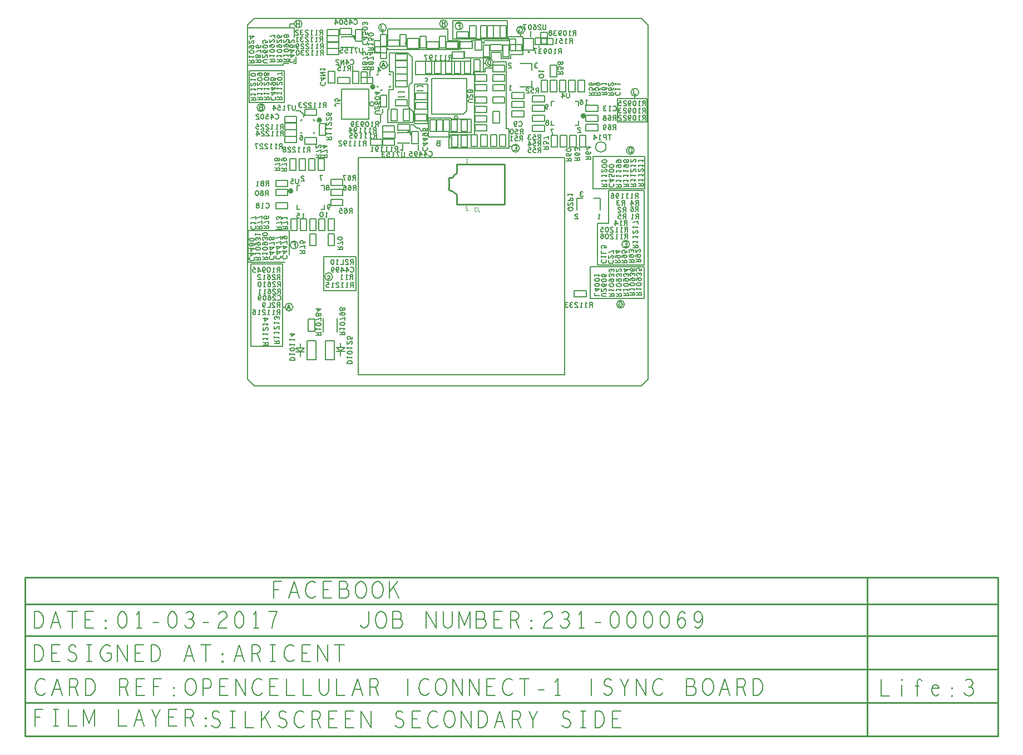
<source format=gbr>
G04 ================== begin FILE IDENTIFICATION RECORD ==================*
G04 Layout Name:  Fb_Connect1_SYNC_Life-3.brd*
G04 Film Name:    SILKBOT.gbr*
G04 File Format:  Gerber RS274X*
G04 File Origin:  Cadence Allegro 16.6-2015-S065*
G04 Origin Date:  Tue Jan 03 17:02:02 2017*
G04 *
G04 Layer:  REF DES/SILKSCREEN_BOTTOM*
G04 Layer:  PACKAGE GEOMETRY/SILKSCREEN_BOTTOM*
G04 Layer:  DRAWING FORMAT/SLSE*
G04 Layer:  DRAWING FORMAT/FILM_LABEL_OUTLINE*
G04 Layer:  COMPONENT VALUE/SILKSCREEN_BOTTOM*
G04 Layer:  BOARD GEOMETRY/OUTLINE*
G04 Layer:  BOARD GEOMETRY/SILKSCREEN_BOTTOM*
G04 *
G04 Offset:    (0.000 0.000)*
G04 Mirror:    No*
G04 Mode:      Positive*
G04 Rotation:  0*
G04 FullContactRelief:  No*
G04 UndefLineWidth:     6.000*
G04 ================== end FILE IDENTIFICATION RECORD ====================*
%FSLAX25Y25*MOIN*%
%IR0*IPPOS*OFA0.00000B0.00000*MIA0B0*SFA1.00000B1.00000*%
%ADD10C,.004*%
%ADD11C,.005*%
%ADD12C,.006*%
%ADD13C,.008*%
%ADD14C,.005118*%
%ADD15C,.005906*%
%ADD16C,.005909*%
%ADD17C,.008268*%
%ADD18C,.01*%
%ADD19C,.015748*%
G75*
%LPD*%
G75*
G54D10*
G01X131980Y107214D02*
X131805Y107464D01*
X131601Y107589D01*
X131368Y107631D01*
X131076Y107547D01*
X130872Y107339D01*
X130814Y107089D01*
X130843Y106839D01*
X130959Y106631D01*
X131543Y106214D01*
X131805Y105922D01*
X131980Y105506D01*
X132038Y105131D01*
X130814D01*
G01X139383Y104884D02*
X139238Y104634D01*
X139062Y104468D01*
X138858Y104384D01*
X138625Y104468D01*
X138450Y104634D01*
X138275Y104884D01*
X138217Y105218D01*
Y106884D01*
G01X137442Y104884D02*
X137267Y104593D01*
X137033Y104426D01*
X136771Y104384D01*
X136538Y104426D01*
X136304Y104634D01*
X136158Y104884D01*
X136129Y105134D01*
X136188Y105426D01*
X136392Y105634D01*
X136596Y105718D01*
X136858D01*
G01X136596D02*
X136421Y105843D01*
X136275Y106051D01*
X136217Y106301D01*
X136275Y106551D01*
X136421Y106759D01*
X136683Y106884D01*
X136946Y106843D01*
X137208Y106676D01*
G01X131600Y133700D02*
Y136200D01*
X131950Y135700D01*
G01Y133700D02*
X131250D01*
G54D11*
G01X19441Y42683D02*
Y45683D01*
X18399D01*
X18066Y45533D01*
X17858Y45333D01*
X17774Y44933D01*
X17858Y44533D01*
X18108Y44283D01*
X18399Y44133D01*
X19441D01*
G01X18399D02*
X17774Y42683D01*
G01X15708D02*
Y45683D01*
X16208Y45083D01*
G01Y42683D02*
X15208D01*
G01X12808D02*
Y45683D01*
X13308Y45083D01*
G01Y42683D02*
X12308D01*
G01X10699Y45183D02*
X10449Y45483D01*
X10158Y45633D01*
X9824Y45683D01*
X9408Y45583D01*
X9116Y45333D01*
X9032Y45033D01*
X9074Y44733D01*
X9241Y44483D01*
X10074Y43983D01*
X10449Y43633D01*
X10699Y43133D01*
X10782Y42683D01*
X9032D01*
G01X7008D02*
Y45683D01*
X7508Y45083D01*
G01Y42683D02*
X6508D01*
G01X4899Y43933D02*
X4608Y44283D01*
X4358Y44483D01*
X4024Y44583D01*
X3733Y44483D01*
X3524Y44283D01*
X3358Y43983D01*
X3316Y43633D01*
X3358Y43333D01*
X3524Y43033D01*
X3774Y42783D01*
X4066Y42683D01*
X4399Y42783D01*
X4691Y43083D01*
X4858Y43533D01*
X4899Y44033D01*
X4816Y44683D01*
X4691Y45033D01*
X4482Y45383D01*
X4191Y45633D01*
X3899Y45683D01*
X3608Y45583D01*
X3399Y45333D01*
G01X18129Y53961D02*
X18379Y54111D01*
X18671Y54211D01*
X19004D01*
X19379Y54061D01*
X19671Y53811D01*
X19879Y53511D01*
X20046Y53011D01*
X20088Y52561D01*
X20004Y52111D01*
X19879Y51811D01*
X19629Y51511D01*
X19338Y51311D01*
X19046Y51211D01*
X18754D01*
X18463Y51311D01*
X18213Y51461D01*
X18004Y51661D01*
G01X16938Y53711D02*
X16688Y54011D01*
X16396Y54161D01*
X16062Y54211D01*
X15646Y54111D01*
X15354Y53861D01*
X15271Y53561D01*
X15313Y53261D01*
X15479Y53011D01*
X16313Y52511D01*
X16688Y52161D01*
X16938Y51661D01*
X17021Y51211D01*
X15271D01*
G01X14038Y52461D02*
X13746Y52811D01*
X13496Y53011D01*
X13162Y53111D01*
X12871Y53011D01*
X12663Y52811D01*
X12496Y52511D01*
X12454Y52161D01*
X12496Y51861D01*
X12663Y51561D01*
X12913Y51311D01*
X13204Y51211D01*
X13538Y51311D01*
X13829Y51611D01*
X13996Y52061D01*
X14038Y52561D01*
X13954Y53211D01*
X13829Y53561D01*
X13621Y53911D01*
X13329Y54161D01*
X13038Y54211D01*
X12746Y54111D01*
X12538Y53861D01*
G01X10346Y54211D02*
X10679Y54111D01*
X10929Y53861D01*
X11096Y53561D01*
X11221Y53161D01*
X11263Y52711D01*
X11221Y52261D01*
X11096Y51861D01*
X10929Y51561D01*
X10679Y51311D01*
X10346Y51211D01*
X10013Y51311D01*
X9763Y51561D01*
X9596Y51861D01*
X9471Y52261D01*
X9429Y52711D01*
X9471Y53161D01*
X9596Y53561D01*
X9763Y53861D01*
X10013Y54111D01*
X10346Y54211D01*
G01X8154Y51561D02*
X7863Y51311D01*
X7529Y51211D01*
X7196Y51311D01*
X6904Y51611D01*
X6696Y52061D01*
X6613Y52511D01*
Y53061D01*
X6696Y53511D01*
X6904Y53911D01*
X7154Y54111D01*
X7446Y54211D01*
X7779Y54111D01*
X8029Y53911D01*
X8196Y53611D01*
X8279Y53211D01*
X8196Y52861D01*
X7988Y52511D01*
X7738Y52311D01*
X7446Y52261D01*
X7113Y52361D01*
X6863Y52611D01*
X6613Y53061D01*
G01X19579Y63682D02*
Y66682D01*
X18538D01*
X18204Y66531D01*
X17996Y66332D01*
X17913Y65932D01*
X17996Y65532D01*
X18246Y65282D01*
X18538Y65132D01*
X19579D01*
G01X18538D02*
X17913Y63682D01*
G01X16638Y66182D02*
X16388Y66482D01*
X16096Y66632D01*
X15763Y66682D01*
X15346Y66582D01*
X15054Y66332D01*
X14971Y66032D01*
X15013Y65731D01*
X15179Y65482D01*
X16013Y64982D01*
X16388Y64632D01*
X16638Y64131D01*
X16721Y63682D01*
X14971D01*
G01X13738Y64931D02*
X13446Y65282D01*
X13196Y65482D01*
X12862Y65582D01*
X12571Y65482D01*
X12363Y65282D01*
X12196Y64982D01*
X12154Y64632D01*
X12196Y64332D01*
X12363Y64031D01*
X12613Y63782D01*
X12904Y63682D01*
X13238Y63782D01*
X13529Y64081D01*
X13696Y64532D01*
X13738Y65032D01*
X13654Y65681D01*
X13529Y66032D01*
X13321Y66382D01*
X13029Y66632D01*
X12738Y66682D01*
X12446Y66582D01*
X12238Y66332D01*
G01X10046Y63682D02*
Y66682D01*
X10546Y66082D01*
G01Y63682D02*
X9546D01*
G01X7938Y66182D02*
X7688Y66482D01*
X7396Y66632D01*
X7063Y66682D01*
X6646Y66582D01*
X6354Y66332D01*
X6271Y66032D01*
X6313Y65731D01*
X6479Y65482D01*
X7313Y64982D01*
X7688Y64632D01*
X7938Y64131D01*
X8021Y63682D01*
X6271D01*
G01X19887Y55118D02*
Y58118D01*
X18846D01*
X18512Y57968D01*
X18304Y57768D01*
X18221Y57368D01*
X18304Y56968D01*
X18554Y56718D01*
X18846Y56568D01*
X19887D01*
G01X18846D02*
X18221Y55118D01*
G01X16946Y57618D02*
X16696Y57918D01*
X16404Y58068D01*
X16071Y58118D01*
X15654Y58018D01*
X15362Y57768D01*
X15279Y57468D01*
X15321Y57168D01*
X15488Y56918D01*
X16321Y56418D01*
X16696Y56068D01*
X16946Y55568D01*
X17029Y55118D01*
X15279D01*
G01X14046Y56368D02*
X13754Y56718D01*
X13504Y56918D01*
X13171Y57018D01*
X12879Y56918D01*
X12671Y56718D01*
X12504Y56418D01*
X12462Y56068D01*
X12504Y55768D01*
X12671Y55468D01*
X12921Y55218D01*
X13212Y55118D01*
X13546Y55218D01*
X13837Y55518D01*
X14004Y55968D01*
X14046Y56468D01*
X13962Y57118D01*
X13837Y57468D01*
X13629Y57818D01*
X13338Y58068D01*
X13046Y58118D01*
X12754Y58018D01*
X12546Y57768D01*
G01X10354Y55118D02*
Y58118D01*
X10854Y57518D01*
G01Y55118D02*
X9854D01*
G01X7454D02*
Y58118D01*
X7954Y57518D01*
G01Y55118D02*
X6954D01*
G01X19787Y59418D02*
Y62418D01*
X18746D01*
X18412Y62268D01*
X18204Y62068D01*
X18121Y61668D01*
X18204Y61268D01*
X18454Y61018D01*
X18746Y60868D01*
X19787D01*
G01X18746D02*
X18121Y59418D01*
G01X16846Y61918D02*
X16596Y62218D01*
X16304Y62368D01*
X15971Y62418D01*
X15554Y62318D01*
X15262Y62068D01*
X15179Y61768D01*
X15221Y61468D01*
X15388Y61218D01*
X16221Y60718D01*
X16596Y60368D01*
X16846Y59868D01*
X16929Y59418D01*
X15179D01*
G01X13946Y60668D02*
X13654Y61018D01*
X13404Y61218D01*
X13071Y61318D01*
X12779Y61218D01*
X12571Y61018D01*
X12404Y60718D01*
X12362Y60368D01*
X12404Y60068D01*
X12571Y59768D01*
X12821Y59518D01*
X13112Y59418D01*
X13446Y59518D01*
X13737Y59818D01*
X13904Y60268D01*
X13946Y60768D01*
X13862Y61418D01*
X13737Y61768D01*
X13529Y62118D01*
X13238Y62368D01*
X12946Y62418D01*
X12654Y62318D01*
X12446Y62068D01*
G01X10254Y59418D02*
Y62418D01*
X10754Y61818D01*
G01Y59418D02*
X9754D01*
G01X7354Y62418D02*
X7688Y62318D01*
X7937Y62068D01*
X8104Y61768D01*
X8229Y61368D01*
X8271Y60918D01*
X8229Y60468D01*
X8104Y60068D01*
X7937Y59768D01*
X7688Y59518D01*
X7354Y59418D01*
X7021Y59518D01*
X6771Y59768D01*
X6604Y60068D01*
X6479Y60468D01*
X6437Y60918D01*
X6479Y61368D01*
X6604Y61768D01*
X6771Y62068D01*
X7021Y62318D01*
X7354Y62418D01*
G01X4050Y76902D02*
X4200Y76652D01*
X4300Y76360D01*
Y76027D01*
X4150Y75652D01*
X3900Y75360D01*
X3600Y75152D01*
X3100Y74985D01*
X2650Y74943D01*
X2200Y75027D01*
X1900Y75152D01*
X1600Y75402D01*
X1400Y75693D01*
X1300Y75985D01*
Y76276D01*
X1400Y76568D01*
X1550Y76818D01*
X1750Y77027D01*
G01X1300Y79385D02*
X4300D01*
X2150Y77843D01*
Y79927D01*
G01X1300Y82285D02*
X4300D01*
X2150Y80743D01*
Y82827D01*
G01X1300Y84685D02*
X1350Y84976D01*
X1500Y85310D01*
X1750Y85518D01*
X2100Y85602D01*
X2450Y85518D01*
X2750Y85268D01*
X2900Y84893D01*
Y84477D01*
X3000Y84227D01*
X3250Y84018D01*
X3600Y83935D01*
X3950Y84060D01*
X4200Y84352D01*
X4300Y84685D01*
X4200Y85018D01*
X3950Y85310D01*
X3600Y85435D01*
X3250Y85352D01*
X3000Y85143D01*
X2900Y84893D01*
Y84477D01*
X2750Y84102D01*
X2450Y83852D01*
X2100Y83768D01*
X1750Y83852D01*
X1500Y84060D01*
X1350Y84393D01*
X1300Y84685D01*
G01X4300Y87585D02*
X4200Y87252D01*
X3950Y87002D01*
X3650Y86835D01*
X3250Y86710D01*
X2800Y86668D01*
X2350Y86710D01*
X1950Y86835D01*
X1650Y87002D01*
X1400Y87252D01*
X1300Y87585D01*
X1400Y87918D01*
X1650Y88168D01*
X1950Y88335D01*
X2350Y88460D01*
X2800Y88502D01*
X3250Y88460D01*
X3650Y88335D01*
X3950Y88168D01*
X4200Y87918D01*
X4300Y87585D01*
G01X19487Y67982D02*
Y70982D01*
X18446D01*
X18112Y70831D01*
X17904Y70632D01*
X17821Y70232D01*
X17904Y69832D01*
X18154Y69582D01*
X18446Y69432D01*
X19487D01*
G01X18446D02*
X17821Y67982D01*
G01X15754D02*
Y70982D01*
X16254Y70382D01*
G01Y67982D02*
X15254D01*
G01X12854Y70982D02*
X13188Y70882D01*
X13437Y70632D01*
X13604Y70332D01*
X13729Y69931D01*
X13771Y69482D01*
X13729Y69032D01*
X13604Y68632D01*
X13437Y68331D01*
X13188Y68082D01*
X12854Y67982D01*
X12521Y68082D01*
X12271Y68331D01*
X12104Y68632D01*
X11979Y69032D01*
X11937Y69482D01*
X11979Y69931D01*
X12104Y70332D01*
X12271Y70632D01*
X12521Y70882D01*
X12854Y70982D01*
G01X10662Y68331D02*
X10371Y68082D01*
X10038Y67982D01*
X9704Y68082D01*
X9412Y68381D01*
X9204Y68832D01*
X9121Y69282D01*
Y69832D01*
X9204Y70282D01*
X9412Y70682D01*
X9662Y70882D01*
X9954Y70982D01*
X10288Y70882D01*
X10537Y70682D01*
X10704Y70382D01*
X10787Y69981D01*
X10704Y69632D01*
X10496Y69282D01*
X10246Y69081D01*
X9954Y69032D01*
X9621Y69131D01*
X9371Y69382D01*
X9121Y69832D01*
G01X6554Y67982D02*
Y70982D01*
X8096Y68832D01*
X6012D01*
G01X5071Y68431D02*
X4821Y68182D01*
X4529Y68032D01*
X4154Y67982D01*
X3779Y68082D01*
X3488Y68281D01*
X3279Y68632D01*
X3237Y69032D01*
X3321Y69432D01*
X3529Y69682D01*
X3821Y69882D01*
X4112Y69931D01*
X4404Y69882D01*
X4779Y69682D01*
X4654Y70982D01*
X3529D01*
G01X4965Y75517D02*
X7965D01*
Y76558D01*
X7815Y76892D01*
X7615Y77100D01*
X7215Y77183D01*
X6815Y77100D01*
X6565Y76850D01*
X6415Y76558D01*
Y75517D01*
G01Y76558D02*
X4965Y77183D01*
G01Y79250D02*
X7965D01*
X7365Y78750D01*
G01X4965D02*
Y79750D01*
G01X7965Y82150D02*
X7865Y81817D01*
X7615Y81567D01*
X7315Y81400D01*
X6915Y81275D01*
X6465Y81233D01*
X6015Y81275D01*
X5615Y81400D01*
X5315Y81567D01*
X5065Y81817D01*
X4965Y82150D01*
X5065Y82483D01*
X5315Y82733D01*
X5615Y82900D01*
X6015Y83025D01*
X6465Y83067D01*
X6915Y83025D01*
X7315Y82900D01*
X7615Y82733D01*
X7865Y82483D01*
X7965Y82150D01*
G01X5315Y84342D02*
X5065Y84633D01*
X4965Y84967D01*
X5065Y85300D01*
X5365Y85592D01*
X5815Y85800D01*
X6265Y85883D01*
X6815D01*
X7265Y85800D01*
X7665Y85592D01*
X7865Y85342D01*
X7965Y85050D01*
X7865Y84717D01*
X7665Y84467D01*
X7365Y84300D01*
X6965Y84217D01*
X6615Y84300D01*
X6265Y84508D01*
X6065Y84758D01*
X6015Y85050D01*
X6115Y85383D01*
X6365Y85633D01*
X6815Y85883D01*
G01X5565Y87033D02*
X5215Y87283D01*
X5015Y87617D01*
X4965Y87992D01*
X5015Y88325D01*
X5265Y88658D01*
X5565Y88867D01*
X5865Y88908D01*
X6215Y88825D01*
X6465Y88533D01*
X6565Y88242D01*
Y87867D01*
G01Y88242D02*
X6715Y88492D01*
X6965Y88700D01*
X7265Y88783D01*
X7565Y88700D01*
X7815Y88492D01*
X7965Y88117D01*
X7915Y87742D01*
X7715Y87367D01*
G01X4965Y90850D02*
X7965D01*
X7365Y90350D01*
G01X4965D02*
Y91350D01*
G01X4897Y95667D02*
X5047Y95417D01*
X5147Y95125D01*
Y94792D01*
X4997Y94417D01*
X4747Y94125D01*
X4447Y93917D01*
X3947Y93750D01*
X3497Y93708D01*
X3047Y93792D01*
X2747Y93917D01*
X2447Y94167D01*
X2247Y94458D01*
X2147Y94750D01*
Y95042D01*
X2247Y95333D01*
X2397Y95583D01*
X2597Y95792D01*
G01X2147Y97650D02*
X5147D01*
X4547Y97150D01*
G01X2147D02*
Y98150D01*
G01Y100467D02*
X2797Y100550D01*
X3347Y100675D01*
X3847Y100842D01*
X4397Y101050D01*
X5147Y101383D01*
Y99717D01*
G01X5868Y94117D02*
X8868D01*
Y95158D01*
X8718Y95492D01*
X8519Y95700D01*
X8119Y95783D01*
X7718Y95700D01*
X7468Y95450D01*
X7318Y95158D01*
Y94117D01*
G01Y95158D02*
X5868Y95783D01*
G01Y97767D02*
X6519Y97850D01*
X7068Y97975D01*
X7568Y98142D01*
X8119Y98350D01*
X8868Y98683D01*
Y97017D01*
G01X5868Y100667D02*
X6519Y100750D01*
X7068Y100875D01*
X7568Y101042D01*
X8119Y101250D01*
X8868Y101583D01*
Y99917D01*
G01X11139Y109274D02*
X11389Y109424D01*
X11680Y109524D01*
X12014D01*
X12389Y109374D01*
X12680Y109124D01*
X12889Y108824D01*
X13056Y108324D01*
X13097Y107874D01*
X13014Y107424D01*
X12889Y107124D01*
X12639Y106824D01*
X12347Y106624D01*
X12056Y106524D01*
X11764D01*
X11472Y106624D01*
X11222Y106774D01*
X11014Y106974D01*
G01X9156Y106524D02*
Y109524D01*
X9656Y108924D01*
G01Y106524D02*
X8656D01*
G01X6256D02*
X5964Y106574D01*
X5630Y106724D01*
X5422Y106974D01*
X5339Y107324D01*
X5422Y107674D01*
X5672Y107974D01*
X6047Y108124D01*
X6464D01*
X6714Y108224D01*
X6922Y108474D01*
X7006Y108824D01*
X6881Y109174D01*
X6589Y109424D01*
X6256Y109524D01*
X5922Y109424D01*
X5630Y109174D01*
X5506Y108824D01*
X5589Y108474D01*
X5797Y108224D01*
X6047Y108124D01*
X6464D01*
X6839Y107974D01*
X7089Y107674D01*
X7172Y107324D01*
X7089Y106974D01*
X6881Y106724D01*
X6547Y106574D01*
X6256Y106524D01*
G01X12500Y113924D02*
Y116924D01*
X11458D01*
X11125Y116774D01*
X10917Y116574D01*
X10833Y116174D01*
X10917Y115774D01*
X11167Y115524D01*
X11458Y115374D01*
X12500D01*
G01X11458D02*
X10833Y113924D01*
G01X8766D02*
X8475Y113974D01*
X8142Y114124D01*
X7933Y114374D01*
X7850Y114724D01*
X7933Y115074D01*
X8183Y115374D01*
X8558Y115524D01*
X8975D01*
X9225Y115624D01*
X9433Y115874D01*
X9517Y116224D01*
X9392Y116574D01*
X9100Y116824D01*
X8766Y116924D01*
X8433Y116824D01*
X8142Y116574D01*
X8017Y116224D01*
X8100Y115874D01*
X8308Y115624D01*
X8558Y115524D01*
X8975D01*
X9350Y115374D01*
X9600Y115074D01*
X9683Y114724D01*
X9600Y114374D01*
X9392Y114124D01*
X9058Y113974D01*
X8766Y113924D01*
G01X5866Y116924D02*
X6200Y116824D01*
X6450Y116574D01*
X6616Y116274D01*
X6742Y115874D01*
X6783Y115424D01*
X6742Y114974D01*
X6616Y114574D01*
X6450Y114274D01*
X6200Y114024D01*
X5866Y113924D01*
X5533Y114024D01*
X5283Y114274D01*
X5116Y114574D01*
X4992Y114974D01*
X4950Y115424D01*
X4992Y115874D01*
X5116Y116274D01*
X5283Y116574D01*
X5533Y116824D01*
X5866Y116924D01*
G01X12791Y119771D02*
Y122771D01*
X11749D01*
X11416Y122621D01*
X11208Y122421D01*
X11124Y122021D01*
X11208Y121621D01*
X11458Y121371D01*
X11749Y121221D01*
X12791D01*
G01X11749D02*
X11124Y119771D01*
G01X9058D02*
X8766Y119821D01*
X8433Y119971D01*
X8224Y120221D01*
X8141Y120571D01*
X8224Y120921D01*
X8474Y121221D01*
X8849Y121371D01*
X9266D01*
X9516Y121471D01*
X9724Y121721D01*
X9808Y122071D01*
X9682Y122421D01*
X9391Y122671D01*
X9058Y122771D01*
X8724Y122671D01*
X8433Y122421D01*
X8308Y122071D01*
X8391Y121721D01*
X8599Y121471D01*
X8849Y121371D01*
X9266D01*
X9641Y121221D01*
X9891Y120921D01*
X9974Y120571D01*
X9891Y120221D01*
X9682Y119971D01*
X9349Y119821D01*
X9058Y119771D01*
G01X6158D02*
Y122771D01*
X6658Y122171D01*
G01Y119771D02*
X5658D01*
G01X20907Y141952D02*
Y144952D01*
X19866D01*
X19532Y144802D01*
X19324Y144602D01*
X19240Y144202D01*
X19324Y143802D01*
X19574Y143552D01*
X19866Y143402D01*
X20907D01*
G01X19866D02*
X19240Y141952D01*
G01X17174D02*
Y144952D01*
X17674Y144352D01*
G01Y141952D02*
X16674D01*
G01X14274D02*
Y144952D01*
X14774Y144352D01*
G01Y141952D02*
X13774D01*
G01X12166Y144452D02*
X11916Y144752D01*
X11624Y144902D01*
X11290Y144952D01*
X10874Y144852D01*
X10582Y144602D01*
X10499Y144302D01*
X10540Y144002D01*
X10707Y143752D01*
X11540Y143252D01*
X11916Y142902D01*
X12166Y142402D01*
X12249Y141952D01*
X10499D01*
G01X9266Y144452D02*
X9016Y144752D01*
X8724Y144902D01*
X8390Y144952D01*
X7974Y144852D01*
X7682Y144602D01*
X7599Y144302D01*
X7640Y144002D01*
X7807Y143752D01*
X8641Y143252D01*
X9016Y142902D01*
X9266Y142402D01*
X9349Y141952D01*
X7599D01*
G01X5657D02*
X5574Y142602D01*
X5449Y143152D01*
X5282Y143652D01*
X5074Y144202D01*
X4740Y144952D01*
X6407D01*
G01X21660Y149798D02*
Y152798D01*
X20618D01*
X20284Y152648D01*
X20076Y152448D01*
X19993Y152048D01*
X20076Y151648D01*
X20326Y151398D01*
X20618Y151248D01*
X21660D01*
G01X20618D02*
X19993Y149798D01*
G01X17926D02*
Y152798D01*
X18426Y152198D01*
G01Y149798D02*
X17426D01*
G01X15026D02*
Y152798D01*
X15526Y152198D01*
G01Y149798D02*
X14526D01*
G01X12918Y152298D02*
X12668Y152598D01*
X12376Y152748D01*
X12043Y152798D01*
X11626Y152698D01*
X11334Y152448D01*
X11251Y152148D01*
X11293Y151848D01*
X11460Y151598D01*
X12293Y151098D01*
X12668Y150748D01*
X12918Y150248D01*
X13001Y149798D01*
X11251D01*
G01X10018Y152298D02*
X9768Y152598D01*
X9476Y152748D01*
X9143Y152798D01*
X8726Y152698D01*
X8434Y152448D01*
X8351Y152148D01*
X8393Y151848D01*
X8560Y151598D01*
X9393Y151098D01*
X9768Y150748D01*
X10018Y150248D01*
X10101Y149798D01*
X8351D01*
G01X5826D02*
Y152798D01*
X7368Y150648D01*
X5284D01*
G01X7817Y166800D02*
X7650Y166950D01*
X7525Y167200D01*
X7442Y167550D01*
X7525Y167850D01*
X7692Y168050D01*
X7983Y168200D01*
X9108D01*
Y165200D01*
X7733D01*
X7442Y165400D01*
X7275Y165700D01*
X7192Y166050D01*
X7275Y166400D01*
X7525Y166700D01*
X7817Y166800D01*
X9108D01*
G01X16857Y162572D02*
X17107Y162722D01*
X17399Y162822D01*
X17732D01*
X18107Y162672D01*
X18399Y162422D01*
X18607Y162122D01*
X18774Y161622D01*
X18816Y161172D01*
X18732Y160722D01*
X18607Y160422D01*
X18357Y160122D01*
X18065Y159922D01*
X17774Y159822D01*
X17482D01*
X17190Y159922D01*
X16940Y160072D01*
X16732Y160272D01*
G01X14374Y159822D02*
Y162822D01*
X15916Y160672D01*
X13832D01*
G01X12890Y160272D02*
X12641Y160022D01*
X12349Y159872D01*
X11974Y159822D01*
X11599Y159922D01*
X11307Y160122D01*
X11099Y160472D01*
X11057Y160872D01*
X11140Y161272D01*
X11349Y161522D01*
X11640Y161722D01*
X11932Y161772D01*
X12224Y161722D01*
X12599Y161522D01*
X12474Y162822D01*
X11349D01*
G01X9074D02*
X9407Y162722D01*
X9657Y162472D01*
X9824Y162172D01*
X9949Y161772D01*
X9990Y161322D01*
X9949Y160872D01*
X9824Y160472D01*
X9657Y160172D01*
X9407Y159922D01*
X9074Y159822D01*
X8740Y159922D01*
X8490Y160172D01*
X8324Y160472D01*
X8199Y160872D01*
X8157Y161322D01*
X8199Y161772D01*
X8324Y162172D01*
X8490Y162472D01*
X8740Y162722D01*
X9074Y162822D01*
G01X6966Y162322D02*
X6716Y162622D01*
X6424Y162772D01*
X6090Y162822D01*
X5674Y162722D01*
X5382Y162472D01*
X5299Y162172D01*
X5340Y161872D01*
X5507Y161622D01*
X6340Y161122D01*
X6716Y160772D01*
X6966Y160272D01*
X7049Y159822D01*
X5299D01*
G01X21460Y153598D02*
Y156598D01*
X20418D01*
X20084Y156448D01*
X19876Y156248D01*
X19793Y155848D01*
X19876Y155448D01*
X20126Y155198D01*
X20418Y155048D01*
X21460D01*
G01X20418D02*
X19793Y153598D01*
G01X17726D02*
Y156598D01*
X18226Y155998D01*
G01Y153598D02*
X17226D01*
G01X14826D02*
Y156598D01*
X15326Y155998D01*
G01Y153598D02*
X14326D01*
G01X12718Y156098D02*
X12468Y156398D01*
X12176Y156548D01*
X11843Y156598D01*
X11426Y156498D01*
X11134Y156248D01*
X11051Y155948D01*
X11093Y155648D01*
X11260Y155398D01*
X12093Y154898D01*
X12468Y154548D01*
X12718Y154048D01*
X12801Y153598D01*
X11051D01*
G01X9818Y156098D02*
X9568Y156398D01*
X9276Y156548D01*
X8943Y156598D01*
X8526Y156498D01*
X8234Y156248D01*
X8151Y155948D01*
X8193Y155648D01*
X8360Y155398D01*
X9193Y154898D01*
X9568Y154548D01*
X9818Y154048D01*
X9901Y153598D01*
X8151D01*
G01X7043Y154048D02*
X6793Y153798D01*
X6501Y153648D01*
X6126Y153598D01*
X5751Y153698D01*
X5460Y153898D01*
X5251Y154248D01*
X5210Y154648D01*
X5293Y155048D01*
X5501Y155298D01*
X5793Y155498D01*
X6084Y155548D01*
X6376Y155498D01*
X6751Y155298D01*
X6626Y156598D01*
X5501D01*
G01X2050Y170953D02*
X5050D01*
Y171995D01*
X4900Y172328D01*
X4700Y172536D01*
X4300Y172620D01*
X3900Y172536D01*
X3650Y172286D01*
X3500Y171995D01*
Y170953D01*
G01Y171995D02*
X2050Y172620D01*
G01Y174686D02*
X5050D01*
X4450Y174186D01*
G01X2050D02*
Y175186D01*
G01Y177586D02*
X5050D01*
X4450Y177086D01*
G01X2050D02*
Y178086D01*
G01X4550Y179695D02*
X4850Y179945D01*
X5000Y180236D01*
X5050Y180570D01*
X4950Y180986D01*
X4700Y181278D01*
X4400Y181362D01*
X4100Y181320D01*
X3850Y181153D01*
X3350Y180320D01*
X3000Y179945D01*
X2500Y179695D01*
X2050Y179612D01*
Y181362D01*
G01Y183386D02*
X5050D01*
X4450Y182886D01*
G01X2050D02*
Y183886D01*
G01X5050Y186286D02*
X4950Y185953D01*
X4700Y185703D01*
X4400Y185537D01*
X4000Y185412D01*
X3550Y185370D01*
X3100Y185412D01*
X2700Y185537D01*
X2400Y185703D01*
X2150Y185953D01*
X2050Y186286D01*
X2150Y186620D01*
X2400Y186870D01*
X2700Y187036D01*
X3100Y187162D01*
X3550Y187203D01*
X4000Y187162D01*
X4400Y187036D01*
X4700Y186870D01*
X4950Y186620D01*
X5050Y186286D01*
G01X6050Y171253D02*
X9050D01*
Y172295D01*
X8900Y172628D01*
X8700Y172837D01*
X8300Y172920D01*
X7900Y172837D01*
X7650Y172586D01*
X7500Y172295D01*
Y171253D01*
G01Y172295D02*
X6050Y172920D01*
G01Y174986D02*
X9050D01*
X8450Y174486D01*
G01X6050D02*
Y175486D01*
G01Y177886D02*
X9050D01*
X8450Y177386D01*
G01X6050D02*
Y178386D01*
G01X8550Y179995D02*
X8850Y180245D01*
X9000Y180536D01*
X9050Y180870D01*
X8950Y181286D01*
X8700Y181578D01*
X8400Y181662D01*
X8100Y181620D01*
X7850Y181453D01*
X7350Y180620D01*
X7000Y180245D01*
X6500Y179995D01*
X6050Y179912D01*
Y181662D01*
G01X9050Y183686D02*
X8950Y183353D01*
X8700Y183103D01*
X8400Y182936D01*
X8000Y182812D01*
X7550Y182770D01*
X7100Y182812D01*
X6700Y182936D01*
X6400Y183103D01*
X6150Y183353D01*
X6050Y183686D01*
X6150Y184020D01*
X6400Y184270D01*
X6700Y184436D01*
X7100Y184562D01*
X7550Y184603D01*
X8000Y184562D01*
X8400Y184436D01*
X8700Y184270D01*
X8950Y184020D01*
X9050Y183686D01*
G01X6400Y185878D02*
X6150Y186170D01*
X6050Y186503D01*
X6150Y186836D01*
X6450Y187128D01*
X6900Y187336D01*
X7350Y187420D01*
X7900D01*
X8350Y187336D01*
X8750Y187128D01*
X8950Y186878D01*
X9050Y186586D01*
X8950Y186253D01*
X8750Y186003D01*
X8450Y185836D01*
X8050Y185753D01*
X7700Y185836D01*
X7350Y186045D01*
X7150Y186295D01*
X7100Y186586D01*
X7200Y186920D01*
X7450Y187170D01*
X7900Y187420D01*
G01X5054Y193648D02*
X8054D01*
Y194690D01*
X7904Y195023D01*
X7704Y195232D01*
X7304Y195315D01*
X6904Y195232D01*
X6654Y194982D01*
X6504Y194690D01*
Y193648D01*
G01Y194690D02*
X5054Y195315D01*
G01Y197382D02*
X5104Y197673D01*
X5254Y198007D01*
X5504Y198215D01*
X5854Y198298D01*
X6204Y198215D01*
X6504Y197965D01*
X6654Y197590D01*
Y197173D01*
X6754Y196923D01*
X7004Y196715D01*
X7354Y196632D01*
X7704Y196756D01*
X7954Y197048D01*
X8054Y197382D01*
X7954Y197715D01*
X7704Y198007D01*
X7354Y198132D01*
X7004Y198048D01*
X6754Y197840D01*
X6654Y197590D01*
Y197173D01*
X6504Y196798D01*
X6204Y196548D01*
X5854Y196465D01*
X5504Y196548D01*
X5254Y196756D01*
X5104Y197090D01*
X5054Y197382D01*
G01Y200198D02*
X5704Y200282D01*
X6254Y200407D01*
X6754Y200573D01*
X7304Y200782D01*
X8054Y201115D01*
Y199448D01*
G01X6304Y202390D02*
X6654Y202682D01*
X6854Y202932D01*
X6954Y203265D01*
X6854Y203556D01*
X6654Y203765D01*
X6354Y203932D01*
X6004Y203973D01*
X5704Y203932D01*
X5404Y203765D01*
X5154Y203515D01*
X5054Y203223D01*
X5154Y202890D01*
X5454Y202598D01*
X5904Y202432D01*
X6404Y202390D01*
X7054Y202473D01*
X7404Y202598D01*
X7754Y202807D01*
X8004Y203098D01*
X8054Y203390D01*
X7954Y203682D01*
X7704Y203890D01*
G01X1032Y193413D02*
X4031D01*
Y194454D01*
X3881Y194788D01*
X3682Y194996D01*
X3281Y195079D01*
X2882Y194996D01*
X2632Y194746D01*
X2482Y194454D01*
Y193413D01*
G01Y194454D02*
X1032Y195079D01*
G01Y197146D02*
X4031D01*
X3432Y196646D01*
G01X1032D02*
Y197646D01*
G01X4031Y200046D02*
X3931Y199712D01*
X3682Y199463D01*
X3382Y199296D01*
X2981Y199171D01*
X2532Y199129D01*
X2082Y199171D01*
X1682Y199296D01*
X1381Y199463D01*
X1132Y199712D01*
X1032Y200046D01*
X1132Y200379D01*
X1381Y200629D01*
X1682Y200796D01*
X2082Y200921D01*
X2532Y200963D01*
X2981Y200921D01*
X3382Y200796D01*
X3682Y200629D01*
X3931Y200379D01*
X4031Y200046D01*
G01X1381Y202238D02*
X1132Y202529D01*
X1032Y202862D01*
X1132Y203196D01*
X1431Y203488D01*
X1882Y203696D01*
X2332Y203779D01*
X2882D01*
X3331Y203696D01*
X3732Y203488D01*
X3931Y203238D01*
X4031Y202946D01*
X3931Y202612D01*
X3732Y202363D01*
X3432Y202196D01*
X3031Y202113D01*
X2682Y202196D01*
X2332Y202404D01*
X2131Y202654D01*
X2082Y202946D01*
X2181Y203279D01*
X2432Y203529D01*
X2882Y203779D01*
G01X3532Y205054D02*
X3832Y205304D01*
X3981Y205596D01*
X4031Y205929D01*
X3931Y206346D01*
X3682Y206638D01*
X3382Y206721D01*
X3081Y206679D01*
X2832Y206512D01*
X2332Y205679D01*
X1982Y205304D01*
X1481Y205054D01*
X1032Y204971D01*
Y206721D01*
G01Y209246D02*
X4031D01*
X1882Y207704D01*
Y209788D01*
G01X16283Y25322D02*
X19283D01*
Y26364D01*
X19133Y26697D01*
X18933Y26906D01*
X18533Y26989D01*
X18133Y26906D01*
X17883Y26656D01*
X17733Y26364D01*
Y25322D01*
G01Y26364D02*
X16283Y26989D01*
G01Y29056D02*
X19283D01*
X18683Y28556D01*
G01X16283D02*
Y29555D01*
G01Y31956D02*
X19283D01*
X18683Y31456D01*
G01X16283D02*
Y32455D01*
G01X18783Y34064D02*
X19083Y34314D01*
X19233Y34606D01*
X19283Y34939D01*
X19183Y35356D01*
X18933Y35647D01*
X18633Y35731D01*
X18333Y35689D01*
X18083Y35522D01*
X17583Y34689D01*
X17233Y34314D01*
X16733Y34064D01*
X16283Y33980D01*
Y35731D01*
G01Y37756D02*
X19283D01*
X18683Y37256D01*
G01X16283D02*
Y38255D01*
G01X16883Y39739D02*
X16533Y39989D01*
X16333Y40322D01*
X16283Y40697D01*
X16333Y41030D01*
X16583Y41364D01*
X16883Y41572D01*
X17183Y41614D01*
X17533Y41530D01*
X17783Y41239D01*
X17883Y40947D01*
Y40572D01*
G01Y40947D02*
X18033Y41197D01*
X18283Y41406D01*
X18583Y41489D01*
X18883Y41406D01*
X19133Y41197D01*
X19283Y40822D01*
X19233Y40447D01*
X19033Y40072D01*
G01X9483Y24511D02*
X12483D01*
Y25553D01*
X12333Y25886D01*
X12133Y26094D01*
X11733Y26178D01*
X11333Y26094D01*
X11083Y25844D01*
X10933Y25553D01*
Y24511D01*
G01Y25553D02*
X9483Y26178D01*
G01Y28244D02*
X12483D01*
X11883Y27744D01*
G01X9483D02*
Y28744D01*
G01Y31145D02*
X12483D01*
X11883Y30645D01*
G01X9483D02*
Y31644D01*
G01X11983Y33253D02*
X12283Y33503D01*
X12433Y33794D01*
X12483Y34128D01*
X12383Y34544D01*
X12133Y34836D01*
X11833Y34920D01*
X11533Y34878D01*
X11283Y34711D01*
X10783Y33878D01*
X10433Y33503D01*
X9933Y33253D01*
X9483Y33170D01*
Y34920D01*
G01Y36944D02*
X12483D01*
X11883Y36444D01*
G01X9483D02*
Y37444D01*
G01Y40344D02*
X12483D01*
X10333Y38803D01*
Y40886D01*
G01X25992Y45800D02*
X24950Y48800D01*
X23908Y45800D01*
G01X24283Y46850D02*
X25617D01*
G01X19483Y46900D02*
Y49900D01*
X18442D01*
X18108Y49750D01*
X17900Y49550D01*
X17817Y49150D01*
X17900Y48750D01*
X18150Y48500D01*
X18442Y48350D01*
X19483D01*
G01X18442D02*
X17817Y46900D01*
G01X16542Y49400D02*
X16292Y49700D01*
X16000Y49850D01*
X15667Y49900D01*
X15250Y49800D01*
X14958Y49550D01*
X14875Y49250D01*
X14917Y48950D01*
X15083Y48700D01*
X15917Y48200D01*
X16292Y47850D01*
X16542Y47350D01*
X16625Y46900D01*
X14875D01*
G01X13683Y49900D02*
Y46900D01*
X12017D01*
G01X10658Y47250D02*
X10367Y47000D01*
X10033Y46900D01*
X9700Y47000D01*
X9408Y47300D01*
X9200Y47750D01*
X9117Y48200D01*
Y48750D01*
X9200Y49200D01*
X9408Y49600D01*
X9658Y49800D01*
X9950Y49900D01*
X10283Y49800D01*
X10533Y49600D01*
X10700Y49300D01*
X10783Y48900D01*
X10700Y48550D01*
X10492Y48200D01*
X10242Y48000D01*
X9950Y47950D01*
X9617Y48050D01*
X9367Y48300D01*
X9117Y48750D01*
G01X23655Y78067D02*
X23805Y77817D01*
X23905Y77525D01*
Y77192D01*
X23755Y76817D01*
X23505Y76525D01*
X23205Y76317D01*
X22705Y76150D01*
X22255Y76108D01*
X21805Y76192D01*
X21505Y76317D01*
X21205Y76567D01*
X21005Y76858D01*
X20905Y77150D01*
Y77442D01*
X21005Y77733D01*
X21155Y77983D01*
X21355Y78192D01*
G01X20905Y80550D02*
X23905D01*
X21755Y79008D01*
Y81092D01*
G01X20905Y83450D02*
X23905D01*
X21755Y81908D01*
Y83992D01*
G01X20905Y85767D02*
X21555Y85850D01*
X22105Y85975D01*
X22605Y86142D01*
X23155Y86350D01*
X23905Y86683D01*
Y85017D01*
G01X21255Y88042D02*
X21005Y88333D01*
X20905Y88667D01*
X21005Y89000D01*
X21305Y89292D01*
X21755Y89500D01*
X22205Y89583D01*
X22755D01*
X23205Y89500D01*
X23605Y89292D01*
X23805Y89042D01*
X23905Y88750D01*
X23805Y88417D01*
X23605Y88167D01*
X23305Y88000D01*
X22905Y87917D01*
X22555Y88000D01*
X22205Y88208D01*
X22005Y88458D01*
X21955Y88750D01*
X22055Y89083D01*
X22305Y89333D01*
X22755Y89583D01*
G01X15870Y77567D02*
X16020Y77317D01*
X16120Y77025D01*
Y76692D01*
X15970Y76317D01*
X15720Y76025D01*
X15420Y75817D01*
X14920Y75650D01*
X14470Y75608D01*
X14020Y75692D01*
X13720Y75817D01*
X13420Y76067D01*
X13220Y76358D01*
X13120Y76650D01*
Y76942D01*
X13220Y77233D01*
X13370Y77483D01*
X13570Y77692D01*
G01X13120Y80050D02*
X16120D01*
X13970Y78508D01*
Y80592D01*
G01X13120Y82950D02*
X16120D01*
X13970Y81408D01*
Y83492D01*
G01X13120Y85267D02*
X13770Y85350D01*
X14320Y85475D01*
X14820Y85642D01*
X15370Y85850D01*
X16120Y86183D01*
Y84517D01*
G01X13120Y88250D02*
X13170Y88542D01*
X13320Y88875D01*
X13570Y89083D01*
X13920Y89167D01*
X14270Y89083D01*
X14570Y88833D01*
X14720Y88458D01*
Y88042D01*
X14820Y87792D01*
X15070Y87583D01*
X15420Y87500D01*
X15770Y87625D01*
X16020Y87917D01*
X16120Y88250D01*
X16020Y88583D01*
X15770Y88875D01*
X15420Y89000D01*
X15070Y88917D01*
X14820Y88708D01*
X14720Y88458D01*
Y88042D01*
X14570Y87667D01*
X14270Y87417D01*
X13920Y87333D01*
X13570Y87417D01*
X13320Y87625D01*
X13170Y87958D01*
X13120Y88250D01*
G01X19755Y77867D02*
X19905Y77617D01*
X20005Y77325D01*
Y76992D01*
X19855Y76617D01*
X19605Y76325D01*
X19305Y76117D01*
X18805Y75950D01*
X18355Y75908D01*
X17905Y75992D01*
X17605Y76117D01*
X17305Y76367D01*
X17105Y76658D01*
X17005Y76950D01*
Y77242D01*
X17105Y77533D01*
X17255Y77783D01*
X17455Y77992D01*
G01X17005Y80350D02*
X20005D01*
X17855Y78808D01*
Y80892D01*
G01X17005Y83250D02*
X20005D01*
X17855Y81708D01*
Y83792D01*
G01X17005Y85567D02*
X17655Y85650D01*
X18205Y85775D01*
X18705Y85942D01*
X19255Y86150D01*
X20005Y86483D01*
Y84817D01*
G01X17005Y88467D02*
X17655Y88550D01*
X18205Y88675D01*
X18705Y88842D01*
X19255Y89050D01*
X20005Y89383D01*
Y87717D01*
G01X9146Y75617D02*
X12146D01*
Y76658D01*
X11996Y76992D01*
X11796Y77200D01*
X11396Y77283D01*
X10996Y77200D01*
X10746Y76950D01*
X10596Y76658D01*
Y75617D01*
G01Y76658D02*
X9146Y77283D01*
G01Y79350D02*
X12146D01*
X11546Y78850D01*
G01X9146D02*
Y79850D01*
G01X12146Y82250D02*
X12046Y81917D01*
X11796Y81667D01*
X11496Y81500D01*
X11096Y81375D01*
X10646Y81333D01*
X10196Y81375D01*
X9796Y81500D01*
X9496Y81667D01*
X9246Y81917D01*
X9146Y82250D01*
X9246Y82583D01*
X9496Y82833D01*
X9796Y83000D01*
X10196Y83125D01*
X10646Y83167D01*
X11096Y83125D01*
X11496Y83000D01*
X11796Y82833D01*
X12046Y82583D01*
X12146Y82250D01*
G01X9496Y84442D02*
X9246Y84733D01*
X9146Y85067D01*
X9246Y85400D01*
X9546Y85692D01*
X9996Y85900D01*
X10446Y85983D01*
X10996D01*
X11446Y85900D01*
X11846Y85692D01*
X12046Y85442D01*
X12146Y85150D01*
X12046Y84817D01*
X11846Y84567D01*
X11546Y84400D01*
X11146Y84317D01*
X10796Y84400D01*
X10446Y84608D01*
X10246Y84858D01*
X10196Y85150D01*
X10296Y85483D01*
X10546Y85733D01*
X10996Y85983D01*
G01X9746Y87133D02*
X9396Y87383D01*
X9196Y87717D01*
X9146Y88092D01*
X9196Y88425D01*
X9446Y88758D01*
X9746Y88967D01*
X10046Y89008D01*
X10396Y88925D01*
X10646Y88633D01*
X10746Y88342D01*
Y87967D01*
G01Y88342D02*
X10896Y88592D01*
X11146Y88800D01*
X11446Y88883D01*
X11746Y88800D01*
X11996Y88592D01*
X12146Y88217D01*
X12096Y87842D01*
X11896Y87467D01*
G01X12146Y90950D02*
X12046Y90617D01*
X11796Y90367D01*
X11496Y90200D01*
X11096Y90075D01*
X10646Y90033D01*
X10196Y90075D01*
X9796Y90200D01*
X9496Y90367D01*
X9246Y90617D01*
X9146Y90950D01*
X9246Y91283D01*
X9496Y91533D01*
X9796Y91700D01*
X10196Y91825D01*
X10646Y91867D01*
X11096Y91825D01*
X11496Y91700D01*
X11796Y91533D01*
X12046Y91283D01*
X12146Y90950D01*
G01X9768Y94217D02*
X12768D01*
Y95258D01*
X12618Y95592D01*
X12418Y95800D01*
X12018Y95883D01*
X11619Y95800D01*
X11368Y95550D01*
X11218Y95258D01*
Y94217D01*
G01Y95258D02*
X9768Y95883D01*
G01Y97867D02*
X10418Y97950D01*
X10968Y98075D01*
X11469Y98242D01*
X12018Y98450D01*
X12768Y98783D01*
Y97117D01*
G01X11018Y100058D02*
X11368Y100350D01*
X11569Y100600D01*
X11669Y100933D01*
X11569Y101225D01*
X11368Y101433D01*
X11068Y101600D01*
X10718Y101642D01*
X10418Y101600D01*
X10118Y101433D01*
X9868Y101183D01*
X9768Y100892D01*
X9868Y100558D01*
X10168Y100267D01*
X10618Y100100D01*
X11118Y100058D01*
X11768Y100142D01*
X12118Y100267D01*
X12468Y100475D01*
X12718Y100767D01*
X12768Y101058D01*
X12668Y101350D01*
X12418Y101558D01*
G01X17468Y93817D02*
X20468D01*
Y94858D01*
X20318Y95192D01*
X20118Y95400D01*
X19718Y95483D01*
X19318Y95400D01*
X19068Y95150D01*
X18919Y94858D01*
Y93817D01*
G01Y94858D02*
X17468Y95483D01*
G01Y97467D02*
X18118Y97550D01*
X18668Y97675D01*
X19168Y97842D01*
X19718Y98050D01*
X20468Y98383D01*
Y96717D01*
G01X18068Y99533D02*
X17718Y99783D01*
X17518Y100117D01*
X17468Y100492D01*
X17518Y100825D01*
X17768Y101158D01*
X18068Y101367D01*
X18368Y101408D01*
X18718Y101325D01*
X18968Y101033D01*
X19068Y100742D01*
Y100367D01*
G01Y100742D02*
X19218Y100992D01*
X19468Y101200D01*
X19768Y101283D01*
X20068Y101200D01*
X20318Y100992D01*
X20468Y100617D01*
X20418Y100242D01*
X20218Y99867D01*
G01X21268Y93917D02*
X24268D01*
Y94958D01*
X24118Y95292D01*
X23918Y95500D01*
X23518Y95583D01*
X23118Y95500D01*
X22868Y95250D01*
X22718Y94958D01*
Y93917D01*
G01Y94958D02*
X21268Y95583D01*
G01Y97567D02*
X21919Y97650D01*
X22468Y97775D01*
X22968Y97942D01*
X23518Y98150D01*
X24268Y98483D01*
Y96817D01*
G01X21268Y100550D02*
X24268D01*
X23668Y100050D01*
G01X21268D02*
Y101050D01*
G01X16451Y128940D02*
X19451D01*
Y129981D01*
X19301Y130315D01*
X19101Y130523D01*
X18701Y130606D01*
X18301Y130523D01*
X18051Y130273D01*
X17901Y129981D01*
Y128940D01*
G01Y129981D02*
X16451Y130606D01*
G01Y132590D02*
X17101Y132673D01*
X17651Y132798D01*
X18151Y132965D01*
X18701Y133173D01*
X19451Y133506D01*
Y131840D01*
G01X16451Y135573D02*
X16501Y135865D01*
X16651Y136198D01*
X16901Y136406D01*
X17251Y136490D01*
X17601Y136406D01*
X17901Y136156D01*
X18051Y135781D01*
Y135365D01*
X18151Y135115D01*
X18401Y134906D01*
X18751Y134823D01*
X19101Y134948D01*
X19351Y135240D01*
X19451Y135573D01*
X19351Y135906D01*
X19101Y136198D01*
X18751Y136323D01*
X18401Y136240D01*
X18151Y136031D01*
X18051Y135781D01*
Y135365D01*
X17901Y134990D01*
X17601Y134740D01*
X17251Y134656D01*
X16901Y134740D01*
X16651Y134948D01*
X16501Y135281D01*
X16451Y135573D01*
G01X20547Y128840D02*
X23547D01*
Y129881D01*
X23397Y130215D01*
X23197Y130423D01*
X22797Y130506D01*
X22397Y130423D01*
X22147Y130173D01*
X21997Y129881D01*
Y128840D01*
G01Y129881D02*
X20547Y130506D01*
G01Y132490D02*
X21197Y132573D01*
X21747Y132698D01*
X22247Y132865D01*
X22797Y133073D01*
X23547Y133406D01*
Y131740D01*
G01X20897Y134765D02*
X20647Y135056D01*
X20547Y135390D01*
X20647Y135723D01*
X20947Y136015D01*
X21397Y136223D01*
X21847Y136306D01*
X22397D01*
X22847Y136223D01*
X23247Y136015D01*
X23447Y135765D01*
X23547Y135473D01*
X23447Y135140D01*
X23247Y134890D01*
X22947Y134723D01*
X22547Y134640D01*
X22197Y134723D01*
X21847Y134931D01*
X21647Y135181D01*
X21597Y135473D01*
X21697Y135806D01*
X21947Y136056D01*
X22397Y136306D01*
G01X37600Y140017D02*
Y143017D01*
X36559D01*
X36226Y142867D01*
X36017Y142667D01*
X35934Y142267D01*
X36017Y141867D01*
X36267Y141617D01*
X36559Y141467D01*
X37600D01*
G01X36559D02*
X35934Y140017D01*
G01X33867D02*
Y143017D01*
X34367Y142417D01*
G01Y140017D02*
X33367D01*
G01X30967D02*
Y143017D01*
X31467Y142417D01*
G01Y140017D02*
X30467D01*
G01X28859Y142517D02*
X28609Y142817D01*
X28317Y142967D01*
X27984Y143017D01*
X27567Y142917D01*
X27276Y142667D01*
X27192Y142367D01*
X27234Y142067D01*
X27401Y141817D01*
X28234Y141317D01*
X28609Y140967D01*
X28859Y140467D01*
X28942Y140017D01*
X27192D01*
G01X25959Y142517D02*
X25709Y142817D01*
X25417Y142967D01*
X25084Y143017D01*
X24667Y142917D01*
X24376Y142667D01*
X24292Y142367D01*
X24334Y142067D01*
X24501Y141817D01*
X25334Y141317D01*
X25709Y140967D01*
X25959Y140467D01*
X26042Y140017D01*
X24292D01*
G01X22267D02*
X21976Y140067D01*
X21642Y140217D01*
X21434Y140467D01*
X21350Y140817D01*
X21434Y141167D01*
X21684Y141467D01*
X22059Y141617D01*
X22476D01*
X22726Y141717D01*
X22934Y141967D01*
X23017Y142317D01*
X22892Y142667D01*
X22601Y142917D01*
X22267Y143017D01*
X21934Y142917D01*
X21642Y142667D01*
X21517Y142317D01*
X21601Y141967D01*
X21809Y141717D01*
X22059Y141617D01*
X22476D01*
X22850Y141467D01*
X23100Y141167D01*
X23184Y140817D01*
X23100Y140467D01*
X22892Y140217D01*
X22559Y140067D01*
X22267Y140017D01*
G01X28721Y168025D02*
Y165875D01*
X28555Y165425D01*
X28221Y165125D01*
X27805Y165025D01*
X27388Y165125D01*
X27055Y165425D01*
X26888Y165875D01*
Y168025D01*
G01X24988Y165025D02*
X24905Y165675D01*
X24780Y166225D01*
X24613Y166725D01*
X24405Y167275D01*
X24071Y168025D01*
X25738D01*
G01X22005Y165025D02*
Y168025D01*
X22505Y167425D01*
G01Y165025D02*
X21505D01*
G01X20021Y165475D02*
X19771Y165225D01*
X19480Y165075D01*
X19105Y165025D01*
X18730Y165125D01*
X18438Y165325D01*
X18230Y165675D01*
X18188Y166075D01*
X18271Y166475D01*
X18480Y166725D01*
X18771Y166925D01*
X19063Y166975D01*
X19355Y166925D01*
X19730Y166725D01*
X19605Y168025D01*
X18480D01*
G01X15705Y165025D02*
Y168025D01*
X17246Y165875D01*
X15163D01*
G01X16833Y173053D02*
X16983Y172803D01*
X17083Y172512D01*
Y172178D01*
X16933Y171803D01*
X16683Y171512D01*
X16383Y171303D01*
X15883Y171136D01*
X15433Y171095D01*
X14983Y171178D01*
X14683Y171303D01*
X14383Y171553D01*
X14183Y171845D01*
X14083Y172136D01*
Y172428D01*
X14183Y172720D01*
X14333Y172970D01*
X14533Y173178D01*
G01X14083Y175536D02*
X17083D01*
X14933Y173995D01*
Y176078D01*
G01X14083Y178436D02*
X17083D01*
X14933Y176895D01*
Y178978D01*
G01X14433Y180128D02*
X14183Y180420D01*
X14083Y180753D01*
X14183Y181086D01*
X14483Y181378D01*
X14933Y181586D01*
X15383Y181670D01*
X15933D01*
X16383Y181586D01*
X16783Y181378D01*
X16983Y181128D01*
X17083Y180836D01*
X16983Y180503D01*
X16783Y180253D01*
X16483Y180086D01*
X16083Y180003D01*
X15733Y180086D01*
X15383Y180295D01*
X15183Y180545D01*
X15133Y180836D01*
X15233Y181170D01*
X15483Y181420D01*
X15933Y181670D01*
G01X14083Y183736D02*
X14133Y184028D01*
X14283Y184362D01*
X14533Y184570D01*
X14883Y184653D01*
X15233Y184570D01*
X15533Y184320D01*
X15683Y183945D01*
Y183528D01*
X15783Y183278D01*
X16033Y183070D01*
X16383Y182986D01*
X16733Y183112D01*
X16983Y183403D01*
X17083Y183736D01*
X16983Y184070D01*
X16733Y184362D01*
X16383Y184486D01*
X16033Y184403D01*
X15783Y184195D01*
X15683Y183945D01*
Y183528D01*
X15533Y183153D01*
X15233Y182903D01*
X14883Y182820D01*
X14533Y182903D01*
X14283Y183112D01*
X14133Y183445D01*
X14083Y183736D01*
G01X10050Y171353D02*
X13050D01*
Y172395D01*
X12900Y172728D01*
X12700Y172936D01*
X12300Y173020D01*
X11900Y172936D01*
X11650Y172686D01*
X11500Y172395D01*
Y171353D01*
G01Y172395D02*
X10050Y173020D01*
G01Y175086D02*
X13050D01*
X12450Y174586D01*
G01X10050D02*
Y175586D01*
G01Y177986D02*
X13050D01*
X12450Y177486D01*
G01X10050D02*
Y178486D01*
G01X12550Y180095D02*
X12850Y180345D01*
X13000Y180636D01*
X13050Y180970D01*
X12950Y181386D01*
X12700Y181678D01*
X12400Y181762D01*
X12100Y181720D01*
X11850Y181553D01*
X11350Y180720D01*
X11000Y180345D01*
X10500Y180095D01*
X10050Y180012D01*
Y181762D01*
G01X13050Y183786D02*
X12950Y183453D01*
X12700Y183203D01*
X12400Y183036D01*
X12000Y182912D01*
X11550Y182870D01*
X11100Y182912D01*
X10700Y183036D01*
X10400Y183203D01*
X10150Y183453D01*
X10050Y183786D01*
X10150Y184120D01*
X10400Y184370D01*
X10700Y184536D01*
X11100Y184662D01*
X11550Y184703D01*
X12000Y184662D01*
X12400Y184536D01*
X12700Y184370D01*
X12950Y184120D01*
X13050Y183786D01*
G01X10050Y186686D02*
X10100Y186978D01*
X10250Y187312D01*
X10500Y187520D01*
X10850Y187603D01*
X11200Y187520D01*
X11500Y187270D01*
X11650Y186895D01*
Y186478D01*
X11750Y186228D01*
X12000Y186020D01*
X12350Y185937D01*
X12700Y186062D01*
X12950Y186353D01*
X13050Y186686D01*
X12950Y187020D01*
X12700Y187312D01*
X12350Y187436D01*
X12000Y187353D01*
X11750Y187145D01*
X11650Y186895D01*
Y186478D01*
X11500Y186103D01*
X11200Y185853D01*
X10850Y185770D01*
X10500Y185853D01*
X10250Y186062D01*
X10100Y186395D01*
X10050Y186686D01*
G01X17983Y171503D02*
X20983D01*
Y172545D01*
X20833Y172878D01*
X20633Y173086D01*
X20233Y173170D01*
X19833Y173086D01*
X19583Y172837D01*
X19433Y172545D01*
Y171503D01*
G01Y172545D02*
X17983Y173170D01*
G01Y175236D02*
X20983D01*
X20383Y174736D01*
G01X17983D02*
Y175736D01*
G01Y178136D02*
X20983D01*
X20383Y177636D01*
G01X17983D02*
Y178636D01*
G01X20483Y180245D02*
X20783Y180495D01*
X20933Y180786D01*
X20983Y181120D01*
X20883Y181536D01*
X20633Y181828D01*
X20333Y181912D01*
X20033Y181870D01*
X19783Y181703D01*
X19283Y180870D01*
X18933Y180495D01*
X18433Y180245D01*
X17983Y180162D01*
Y181912D01*
G01X20983Y183936D02*
X20883Y183603D01*
X20633Y183353D01*
X20333Y183186D01*
X19933Y183062D01*
X19483Y183020D01*
X19033Y183062D01*
X18633Y183186D01*
X18333Y183353D01*
X18083Y183603D01*
X17983Y183936D01*
X18083Y184270D01*
X18333Y184520D01*
X18633Y184686D01*
X19033Y184812D01*
X19483Y184853D01*
X19933Y184812D01*
X20333Y184686D01*
X20633Y184520D01*
X20883Y184270D01*
X20983Y183936D01*
G01X17983Y186753D02*
X18633Y186836D01*
X19183Y186962D01*
X19683Y187128D01*
X20233Y187336D01*
X20983Y187670D01*
Y186003D01*
G01X12265Y193520D02*
X10115D01*
X9665Y193687D01*
X9365Y194020D01*
X9265Y194437D01*
X9365Y194854D01*
X9665Y195187D01*
X10115Y195354D01*
X12265D01*
G01X11765Y196545D02*
X12065Y196795D01*
X12215Y197087D01*
X12265Y197420D01*
X12165Y197837D01*
X11915Y198129D01*
X11615Y198212D01*
X11315Y198170D01*
X11065Y198004D01*
X10565Y197170D01*
X10215Y196795D01*
X9715Y196545D01*
X9265Y196462D01*
Y198212D01*
G01X10515Y199445D02*
X10865Y199737D01*
X11065Y199987D01*
X11165Y200320D01*
X11065Y200612D01*
X10865Y200820D01*
X10565Y200987D01*
X10215Y201029D01*
X9915Y200987D01*
X9615Y200820D01*
X9365Y200570D01*
X9265Y200279D01*
X9365Y199946D01*
X9665Y199654D01*
X10115Y199487D01*
X10615Y199445D01*
X11265Y199529D01*
X11615Y199654D01*
X11965Y199862D01*
X12215Y200154D01*
X12265Y200445D01*
X12165Y200737D01*
X11915Y200946D01*
G01X12265Y203137D02*
X12165Y202804D01*
X11915Y202554D01*
X11615Y202387D01*
X11215Y202262D01*
X10765Y202220D01*
X10315Y202262D01*
X9915Y202387D01*
X9615Y202554D01*
X9365Y202804D01*
X9265Y203137D01*
X9365Y203470D01*
X9615Y203720D01*
X9915Y203887D01*
X10315Y204012D01*
X10765Y204054D01*
X11215Y204012D01*
X11615Y203887D01*
X11915Y203720D01*
X12165Y203470D01*
X12265Y203137D01*
G01X9715Y205120D02*
X9465Y205370D01*
X9315Y205662D01*
X9265Y206037D01*
X9365Y206412D01*
X9565Y206704D01*
X9915Y206912D01*
X10315Y206954D01*
X10715Y206870D01*
X10965Y206662D01*
X11165Y206370D01*
X11215Y206079D01*
X11165Y205787D01*
X10965Y205412D01*
X12265Y205537D01*
Y206662D01*
G01X21954Y194184D02*
X24954D01*
Y195225D01*
X24804Y195558D01*
X24604Y195767D01*
X24204Y195850D01*
X23804Y195767D01*
X23554Y195517D01*
X23404Y195225D01*
Y194184D01*
G01Y195225D02*
X21954Y195850D01*
G01Y197917D02*
X24954D01*
X24354Y197417D01*
G01X21954D02*
Y198417D01*
G01X24954Y200817D02*
X24854Y200483D01*
X24604Y200234D01*
X24304Y200067D01*
X23904Y199942D01*
X23454Y199900D01*
X23004Y199942D01*
X22604Y200067D01*
X22304Y200234D01*
X22054Y200483D01*
X21954Y200817D01*
X22054Y201150D01*
X22304Y201400D01*
X22604Y201567D01*
X23004Y201692D01*
X23454Y201734D01*
X23904Y201692D01*
X24304Y201567D01*
X24604Y201400D01*
X24854Y201150D01*
X24954Y200817D01*
G01X22304Y203008D02*
X22054Y203300D01*
X21954Y203633D01*
X22054Y203967D01*
X22354Y204258D01*
X22804Y204467D01*
X23254Y204550D01*
X23804D01*
X24254Y204467D01*
X24654Y204258D01*
X24854Y204008D01*
X24954Y203717D01*
X24854Y203383D01*
X24654Y203134D01*
X24354Y202967D01*
X23954Y202884D01*
X23604Y202967D01*
X23254Y203175D01*
X23054Y203425D01*
X23004Y203717D01*
X23104Y204050D01*
X23354Y204300D01*
X23804Y204550D01*
G01X24454Y205825D02*
X24754Y206075D01*
X24904Y206367D01*
X24954Y206700D01*
X24854Y207117D01*
X24604Y207409D01*
X24304Y207492D01*
X24004Y207450D01*
X23754Y207283D01*
X23254Y206450D01*
X22904Y206075D01*
X22404Y205825D01*
X21954Y205742D01*
Y207492D01*
G01Y209517D02*
X22004Y209808D01*
X22154Y210142D01*
X22404Y210350D01*
X22754Y210434D01*
X23104Y210350D01*
X23404Y210100D01*
X23554Y209725D01*
Y209308D01*
X23654Y209058D01*
X23904Y208850D01*
X24254Y208767D01*
X24604Y208892D01*
X24854Y209183D01*
X24954Y209517D01*
X24854Y209850D01*
X24604Y210142D01*
X24254Y210267D01*
X23904Y210183D01*
X23654Y209975D01*
X23554Y209725D01*
Y209308D01*
X23404Y208934D01*
X23104Y208684D01*
X22754Y208600D01*
X22404Y208684D01*
X22154Y208892D01*
X22004Y209225D01*
X21954Y209517D01*
G01X13354Y194013D02*
X16354D01*
Y195055D01*
X16204Y195388D01*
X16004Y195597D01*
X15604Y195680D01*
X15204Y195597D01*
X14954Y195347D01*
X14804Y195055D01*
Y194013D01*
G01Y195055D02*
X13354Y195680D01*
G01Y197747D02*
X16354D01*
X15754Y197247D01*
G01X13354D02*
Y198247D01*
G01X16354Y200647D02*
X16254Y200313D01*
X16004Y200063D01*
X15704Y199897D01*
X15304Y199772D01*
X14854Y199730D01*
X14404Y199772D01*
X14004Y199897D01*
X13704Y200063D01*
X13454Y200313D01*
X13354Y200647D01*
X13454Y200980D01*
X13704Y201230D01*
X14004Y201397D01*
X14404Y201522D01*
X14854Y201563D01*
X15304Y201522D01*
X15704Y201397D01*
X16004Y201230D01*
X16254Y200980D01*
X16354Y200647D01*
G01X13704Y202838D02*
X13454Y203130D01*
X13354Y203463D01*
X13454Y203797D01*
X13754Y204088D01*
X14204Y204297D01*
X14654Y204380D01*
X15204D01*
X15654Y204297D01*
X16054Y204088D01*
X16254Y203838D01*
X16354Y203547D01*
X16254Y203213D01*
X16054Y202963D01*
X15754Y202797D01*
X15354Y202713D01*
X15004Y202797D01*
X14654Y203005D01*
X14454Y203255D01*
X14404Y203547D01*
X14504Y203880D01*
X14754Y204130D01*
X15204Y204380D01*
G01X15854Y205655D02*
X16154Y205905D01*
X16304Y206197D01*
X16354Y206530D01*
X16254Y206947D01*
X16004Y207238D01*
X15704Y207322D01*
X15404Y207280D01*
X15154Y207113D01*
X14654Y206280D01*
X14304Y205905D01*
X13804Y205655D01*
X13354Y205572D01*
Y207322D01*
G01Y209263D02*
X14004Y209347D01*
X14554Y209472D01*
X15054Y209638D01*
X15604Y209847D01*
X16354Y210180D01*
Y208513D01*
G01X17697Y193913D02*
X20697D01*
Y194954D01*
X20547Y195288D01*
X20347Y195496D01*
X19947Y195579D01*
X19547Y195496D01*
X19297Y195246D01*
X19147Y194954D01*
Y193913D01*
G01Y194954D02*
X17697Y195579D01*
G01Y197646D02*
X20697D01*
X20097Y197146D01*
G01X17697D02*
Y198146D01*
G01X20697Y200546D02*
X20597Y200212D01*
X20347Y199963D01*
X20047Y199796D01*
X19647Y199671D01*
X19197Y199629D01*
X18747Y199671D01*
X18347Y199796D01*
X18047Y199963D01*
X17797Y200212D01*
X17697Y200546D01*
X17797Y200879D01*
X18047Y201129D01*
X18347Y201296D01*
X18747Y201421D01*
X19197Y201463D01*
X19647Y201421D01*
X20047Y201296D01*
X20347Y201129D01*
X20597Y200879D01*
X20697Y200546D01*
G01X18047Y202738D02*
X17797Y203029D01*
X17697Y203363D01*
X17797Y203696D01*
X18097Y203988D01*
X18547Y204196D01*
X18997Y204279D01*
X19547D01*
X19997Y204196D01*
X20397Y203988D01*
X20597Y203738D01*
X20697Y203446D01*
X20597Y203112D01*
X20397Y202863D01*
X20097Y202696D01*
X19697Y202613D01*
X19347Y202696D01*
X18997Y202904D01*
X18797Y203154D01*
X18747Y203446D01*
X18847Y203779D01*
X19097Y204029D01*
X19547Y204279D01*
G01X20197Y205554D02*
X20497Y205804D01*
X20647Y206096D01*
X20697Y206429D01*
X20597Y206846D01*
X20347Y207138D01*
X20047Y207221D01*
X19747Y207179D01*
X19497Y207012D01*
X18997Y206179D01*
X18647Y205804D01*
X18147Y205554D01*
X17697Y205471D01*
Y207221D01*
G01X18947Y208454D02*
X19297Y208746D01*
X19497Y208996D01*
X19597Y209329D01*
X19497Y209621D01*
X19297Y209829D01*
X18997Y209996D01*
X18647Y210038D01*
X18347Y209996D01*
X18047Y209829D01*
X17797Y209579D01*
X17697Y209288D01*
X17797Y208954D01*
X18097Y208663D01*
X18547Y208496D01*
X19047Y208454D01*
X19697Y208538D01*
X20047Y208663D01*
X20397Y208871D01*
X20647Y209162D01*
X20697Y209454D01*
X20597Y209746D01*
X20347Y209954D01*
G01X25600Y15233D02*
X28600D01*
Y16067D01*
X28450Y16400D01*
X28250Y16650D01*
X27950Y16858D01*
X27600Y17025D01*
X27100Y17067D01*
X26600Y17025D01*
X26250Y16858D01*
X25950Y16650D01*
X25750Y16400D01*
X25600Y16067D01*
Y15233D01*
G01Y19050D02*
X28600D01*
X28000Y18550D01*
G01X25600D02*
Y19550D01*
G01X28600Y21950D02*
X28500Y21617D01*
X28250Y21367D01*
X27950Y21200D01*
X27550Y21075D01*
X27100Y21033D01*
X26650Y21075D01*
X26250Y21200D01*
X25950Y21367D01*
X25700Y21617D01*
X25600Y21950D01*
X25700Y22283D01*
X25950Y22533D01*
X26250Y22700D01*
X26650Y22825D01*
X27100Y22867D01*
X27550Y22825D01*
X27950Y22700D01*
X28250Y22533D01*
X28500Y22283D01*
X28600Y21950D01*
G01X25600Y24850D02*
X28600D01*
X28000Y24350D01*
G01X25600D02*
Y25350D01*
G01Y27750D02*
X28600D01*
X28000Y27250D01*
G01X25600D02*
Y28250D01*
G01Y31150D02*
X28600D01*
X26450Y29608D01*
Y31692D01*
G01X41173Y30305D02*
X44173D01*
Y31346D01*
X44022Y31680D01*
X43823Y31888D01*
X43423Y31971D01*
X43023Y31888D01*
X42773Y31638D01*
X42623Y31346D01*
Y30305D01*
G01Y31346D02*
X41173Y31971D01*
G01Y34038D02*
X44173D01*
X43573Y33538D01*
G01X41173D02*
Y34538D01*
G01X44173Y36938D02*
X44073Y36605D01*
X43823Y36355D01*
X43523Y36188D01*
X43122Y36063D01*
X42673Y36022D01*
X42223Y36063D01*
X41823Y36188D01*
X41522Y36355D01*
X41273Y36605D01*
X41173Y36938D01*
X41273Y37271D01*
X41522Y37522D01*
X41823Y37688D01*
X42223Y37813D01*
X42673Y37855D01*
X43122Y37813D01*
X43523Y37688D01*
X43823Y37522D01*
X44073Y37271D01*
X44173Y36938D01*
G01X41173Y39755D02*
X41823Y39838D01*
X42372Y39963D01*
X42873Y40130D01*
X43423Y40338D01*
X44173Y40672D01*
Y39005D01*
G01X41173Y42738D02*
X41223Y43030D01*
X41373Y43363D01*
X41622Y43571D01*
X41973Y43655D01*
X42322Y43571D01*
X42623Y43321D01*
X42773Y42946D01*
Y42530D01*
X42873Y42280D01*
X43122Y42072D01*
X43473Y41988D01*
X43823Y42113D01*
X44073Y42405D01*
X44173Y42738D01*
X44073Y43071D01*
X43823Y43363D01*
X43473Y43488D01*
X43122Y43405D01*
X42873Y43196D01*
X42773Y42946D01*
Y42530D01*
X42623Y42155D01*
X42322Y41905D01*
X41973Y41822D01*
X41622Y41905D01*
X41373Y42113D01*
X41223Y42447D01*
X41173Y42738D01*
G01Y46138D02*
X44173D01*
X42023Y44596D01*
Y46680D01*
G01X31568Y79517D02*
X34568D01*
Y80558D01*
X34418Y80892D01*
X34218Y81100D01*
X33818Y81183D01*
X33418Y81100D01*
X33168Y80850D01*
X33018Y80558D01*
Y79517D01*
G01Y80558D02*
X31568Y81183D01*
G01Y83167D02*
X32218Y83250D01*
X32768Y83375D01*
X33268Y83542D01*
X33818Y83750D01*
X34568Y84083D01*
Y82417D01*
G01X32018Y85233D02*
X31768Y85483D01*
X31618Y85775D01*
X31568Y86150D01*
X31668Y86525D01*
X31868Y86817D01*
X32218Y87025D01*
X32618Y87067D01*
X33018Y86983D01*
X33268Y86775D01*
X33468Y86483D01*
X33518Y86192D01*
X33468Y85900D01*
X33268Y85525D01*
X34568Y85650D01*
Y86775D01*
G01X28842Y83000D02*
Y86000D01*
X27258D01*
G01X27842Y84550D02*
X28842D01*
G01X33494Y100430D02*
Y103430D01*
X33994Y102830D01*
G01Y100430D02*
X32994D01*
G01X31510Y100880D02*
X31260Y100630D01*
X30969Y100480D01*
X30594Y100430D01*
X30219Y100530D01*
X29927Y100730D01*
X29719Y101080D01*
X29677Y101480D01*
X29760Y101880D01*
X29969Y102130D01*
X30260Y102330D01*
X30552Y102380D01*
X30844Y102330D01*
X31219Y102130D01*
X31094Y103430D01*
X29969D01*
G01X30782Y123965D02*
Y121815D01*
X30615Y121365D01*
X30282Y121065D01*
X29865Y120965D01*
X29449Y121065D01*
X29115Y121365D01*
X28949Y121815D01*
Y123965D01*
G01X27882Y121414D02*
X27632Y121165D01*
X27340Y121015D01*
X26965Y120965D01*
X26590Y121065D01*
X26299Y121264D01*
X26090Y121615D01*
X26049Y122015D01*
X26132Y122415D01*
X26340Y122665D01*
X26632Y122865D01*
X26924Y122914D01*
X27215Y122865D01*
X27590Y122665D01*
X27465Y123965D01*
X26340D01*
G01X33993Y125252D02*
X33743Y125552D01*
X33452Y125702D01*
X33118Y125752D01*
X32702Y125652D01*
X32410Y125402D01*
X32327Y125102D01*
X32368Y124802D01*
X32535Y124552D01*
X33368Y124052D01*
X33743Y123702D01*
X33993Y123202D01*
X34077Y122752D01*
X32327D01*
G01X33175Y148428D02*
X32883Y148778D01*
X32633Y148978D01*
X32300Y149078D01*
X32008Y148978D01*
X31800Y148778D01*
X31633Y148478D01*
X31591Y148128D01*
X31633Y147828D01*
X31800Y147528D01*
X32050Y147278D01*
X32341Y147178D01*
X32674Y147278D01*
X32966Y147578D01*
X33133Y148028D01*
X33175Y148528D01*
X33091Y149178D01*
X32966Y149528D01*
X32758Y149878D01*
X32466Y150128D01*
X32175Y150178D01*
X31883Y150078D01*
X31674Y149828D01*
G01X41151Y136710D02*
X44151D01*
Y137751D01*
X44001Y138085D01*
X43801Y138293D01*
X43401Y138376D01*
X43001Y138293D01*
X42751Y138043D01*
X42601Y137751D01*
Y136710D01*
G01Y137751D02*
X41151Y138376D01*
G01Y140360D02*
X41801Y140443D01*
X42351Y140568D01*
X42851Y140735D01*
X43401Y140943D01*
X44151Y141276D01*
Y139610D01*
G01X43651Y142551D02*
X43951Y142801D01*
X44101Y143093D01*
X44151Y143426D01*
X44051Y143843D01*
X43801Y144135D01*
X43501Y144218D01*
X43201Y144176D01*
X42951Y144010D01*
X42451Y143176D01*
X42101Y142801D01*
X41601Y142551D01*
X41151Y142468D01*
Y144218D01*
G01X47066Y166617D02*
Y169617D01*
X46024D01*
X45691Y169467D01*
X45483Y169267D01*
X45400Y168867D01*
X45483Y168467D01*
X45733Y168217D01*
X46024Y168067D01*
X47066D01*
G01X46024D02*
X45400Y166617D01*
G01X43333D02*
Y169617D01*
X43833Y169017D01*
G01Y166617D02*
X42833D01*
G01X40433D02*
Y169617D01*
X40933Y169017D01*
G01Y166617D02*
X39933D01*
G01X38324Y169117D02*
X38074Y169417D01*
X37783Y169567D01*
X37449Y169617D01*
X37033Y169517D01*
X36741Y169267D01*
X36658Y168967D01*
X36700Y168667D01*
X36866Y168417D01*
X37700Y167917D01*
X38074Y167567D01*
X38324Y167067D01*
X38408Y166617D01*
X36658D01*
G01X35424Y169117D02*
X35174Y169417D01*
X34883Y169567D01*
X34549Y169617D01*
X34133Y169517D01*
X33841Y169267D01*
X33758Y168967D01*
X33800Y168667D01*
X33966Y168417D01*
X34800Y167917D01*
X35174Y167567D01*
X35424Y167067D01*
X35508Y166617D01*
X33758D01*
G01X32650Y167217D02*
X32400Y166867D01*
X32066Y166667D01*
X31691Y166617D01*
X31358Y166667D01*
X31024Y166917D01*
X30816Y167217D01*
X30774Y167517D01*
X30858Y167867D01*
X31150Y168117D01*
X31441Y168217D01*
X31816D01*
G01X31441D02*
X31191Y168367D01*
X30983Y168617D01*
X30900Y168917D01*
X30983Y169217D01*
X31191Y169467D01*
X31566Y169617D01*
X31941Y169567D01*
X32316Y169367D01*
G01X28047Y195663D02*
X28197Y195412D01*
X28297Y195121D01*
Y194788D01*
X28147Y194412D01*
X27897Y194121D01*
X27597Y193913D01*
X27097Y193746D01*
X26647Y193704D01*
X26197Y193788D01*
X25897Y193913D01*
X25597Y194163D01*
X25397Y194454D01*
X25297Y194746D01*
Y195038D01*
X25397Y195329D01*
X25547Y195579D01*
X25747Y195788D01*
G01X25297Y198146D02*
X28297D01*
X26147Y196604D01*
Y198688D01*
G01X25297Y201046D02*
X28297D01*
X26147Y199504D01*
Y201588D01*
G01X26547Y202654D02*
X26897Y202946D01*
X27097Y203196D01*
X27197Y203529D01*
X27097Y203821D01*
X26897Y204029D01*
X26597Y204196D01*
X26247Y204238D01*
X25947Y204196D01*
X25647Y204029D01*
X25397Y203779D01*
X25297Y203488D01*
X25397Y203154D01*
X25697Y202863D01*
X26147Y202696D01*
X26647Y202654D01*
X27297Y202738D01*
X27647Y202863D01*
X27997Y203071D01*
X28247Y203363D01*
X28297Y203654D01*
X28197Y203946D01*
X27947Y204154D01*
G01X27797Y205554D02*
X28097Y205804D01*
X28247Y206096D01*
X28297Y206429D01*
X28197Y206846D01*
X27947Y207138D01*
X27647Y207221D01*
X27347Y207179D01*
X27097Y207012D01*
X26597Y206179D01*
X26247Y205804D01*
X25747Y205554D01*
X25297Y205471D01*
Y207221D01*
G01X45560Y198050D02*
Y201050D01*
X44518D01*
X44185Y200900D01*
X43976Y200700D01*
X43893Y200300D01*
X43976Y199900D01*
X44226Y199650D01*
X44518Y199500D01*
X45560D01*
G01X44518D02*
X43893Y198050D01*
G01X41826D02*
Y201050D01*
X42326Y200450D01*
G01Y198050D02*
X41326D01*
G01X38926D02*
Y201050D01*
X39426Y200450D01*
G01Y198050D02*
X38426D01*
G01X36818Y200550D02*
X36568Y200850D01*
X36276Y201000D01*
X35943Y201050D01*
X35526Y200950D01*
X35234Y200700D01*
X35151Y200400D01*
X35193Y200100D01*
X35360Y199850D01*
X36193Y199350D01*
X36568Y199000D01*
X36818Y198500D01*
X36901Y198050D01*
X35151D01*
G01X34043Y198650D02*
X33793Y198300D01*
X33460Y198100D01*
X33085Y198050D01*
X32751Y198100D01*
X32418Y198350D01*
X32210Y198650D01*
X32168Y198950D01*
X32251Y199300D01*
X32543Y199550D01*
X32835Y199650D01*
X33210D01*
G01X32835D02*
X32585Y199800D01*
X32376Y200050D01*
X32293Y200350D01*
X32376Y200650D01*
X32585Y200900D01*
X32960Y201050D01*
X33335Y201000D01*
X33710Y200800D01*
G01X30226Y201050D02*
X30560Y200950D01*
X30810Y200700D01*
X30976Y200400D01*
X31101Y200000D01*
X31143Y199550D01*
X31101Y199100D01*
X30976Y198700D01*
X30810Y198400D01*
X30560Y198150D01*
X30226Y198050D01*
X29893Y198150D01*
X29643Y198400D01*
X29476Y198700D01*
X29351Y199100D01*
X29310Y199550D01*
X29351Y200000D01*
X29476Y200400D01*
X29643Y200700D01*
X29893Y200950D01*
X30226Y201050D01*
G01X31325Y215300D02*
Y218300D01*
G01X29575D02*
Y215300D01*
G01Y216800D02*
X31325D01*
G01X45207Y206100D02*
Y209100D01*
X44166D01*
X43832Y208950D01*
X43624Y208750D01*
X43540Y208350D01*
X43624Y207950D01*
X43874Y207700D01*
X44166Y207550D01*
X45207D01*
G01X44166D02*
X43540Y206100D01*
G01X41474D02*
Y209100D01*
X41974Y208500D01*
G01Y206100D02*
X40974D01*
G01X38574D02*
Y209100D01*
X39074Y208500D01*
G01Y206100D02*
X38074D01*
G01X36466Y208600D02*
X36216Y208900D01*
X35924Y209050D01*
X35590Y209100D01*
X35174Y209000D01*
X34882Y208750D01*
X34799Y208450D01*
X34840Y208150D01*
X35007Y207900D01*
X35840Y207400D01*
X36216Y207050D01*
X36466Y206550D01*
X36549Y206100D01*
X34799D01*
G01X33690Y206700D02*
X33440Y206350D01*
X33107Y206150D01*
X32732Y206100D01*
X32399Y206150D01*
X32065Y206400D01*
X31857Y206700D01*
X31815Y207000D01*
X31899Y207350D01*
X32190Y207600D01*
X32482Y207700D01*
X32857D01*
G01X32482D02*
X32232Y207850D01*
X32024Y208100D01*
X31940Y208400D01*
X32024Y208700D01*
X32232Y208950D01*
X32607Y209100D01*
X32982Y209050D01*
X33357Y208850D01*
G01X29874Y206100D02*
Y209100D01*
X30374Y208500D01*
G01Y206100D02*
X29374D01*
G01X45407Y201950D02*
Y204950D01*
X44366D01*
X44032Y204800D01*
X43824Y204600D01*
X43740Y204200D01*
X43824Y203800D01*
X44074Y203550D01*
X44366Y203400D01*
X45407D01*
G01X44366D02*
X43740Y201950D01*
G01X41674D02*
Y204950D01*
X42174Y204350D01*
G01Y201950D02*
X41174D01*
G01X38774D02*
Y204950D01*
X39274Y204350D01*
G01Y201950D02*
X38274D01*
G01X36665Y204450D02*
X36416Y204750D01*
X36124Y204900D01*
X35790Y204950D01*
X35374Y204850D01*
X35082Y204600D01*
X34999Y204300D01*
X35040Y204000D01*
X35207Y203750D01*
X36040Y203250D01*
X36416Y202900D01*
X36665Y202400D01*
X36749Y201950D01*
X34999D01*
G01X33766Y204450D02*
X33516Y204750D01*
X33224Y204900D01*
X32890Y204950D01*
X32474Y204850D01*
X32182Y204600D01*
X32099Y204300D01*
X32140Y204000D01*
X32307Y203750D01*
X33140Y203250D01*
X33516Y202900D01*
X33766Y202400D01*
X33849Y201950D01*
X32099D01*
G01X30782Y202300D02*
X30490Y202050D01*
X30157Y201950D01*
X29824Y202050D01*
X29532Y202350D01*
X29324Y202800D01*
X29240Y203250D01*
Y203800D01*
X29324Y204250D01*
X29532Y204650D01*
X29782Y204850D01*
X30074Y204950D01*
X30407Y204850D01*
X30657Y204650D01*
X30824Y204350D01*
X30907Y203950D01*
X30824Y203600D01*
X30615Y203250D01*
X30365Y203050D01*
X30074Y203000D01*
X29740Y203100D01*
X29490Y203350D01*
X29240Y203800D01*
G01X45160Y210150D02*
Y213150D01*
X44118D01*
X43785Y213000D01*
X43576Y212800D01*
X43493Y212400D01*
X43576Y212000D01*
X43826Y211750D01*
X44118Y211600D01*
X45160D01*
G01X44118D02*
X43493Y210150D01*
G01X41426D02*
Y213150D01*
X41926Y212550D01*
G01Y210150D02*
X40926D01*
G01X38526D02*
Y213150D01*
X39026Y212550D01*
G01Y210150D02*
X38026D01*
G01X36418Y212650D02*
X36168Y212950D01*
X35876Y213100D01*
X35543Y213150D01*
X35126Y213050D01*
X34834Y212800D01*
X34751Y212500D01*
X34793Y212200D01*
X34960Y211950D01*
X35793Y211450D01*
X36168Y211100D01*
X36418Y210600D01*
X36501Y210150D01*
X34751D01*
G01X33643Y210750D02*
X33393Y210400D01*
X33060Y210200D01*
X32685Y210150D01*
X32351Y210200D01*
X32018Y210450D01*
X31810Y210750D01*
X31768Y211050D01*
X31851Y211400D01*
X32143Y211650D01*
X32435Y211750D01*
X32810D01*
G01X32435D02*
X32185Y211900D01*
X31976Y212150D01*
X31893Y212450D01*
X31976Y212750D01*
X32185Y213000D01*
X32560Y213150D01*
X32935Y213100D01*
X33310Y212900D01*
G01X30618Y212650D02*
X30368Y212950D01*
X30076Y213100D01*
X29743Y213150D01*
X29326Y213050D01*
X29035Y212800D01*
X28951Y212500D01*
X28993Y212200D01*
X29160Y211950D01*
X29993Y211450D01*
X30368Y211100D01*
X30618Y210600D01*
X30701Y210150D01*
X28951D01*
G01X55443Y30629D02*
X58443D01*
Y31670D01*
X58293Y32004D01*
X58093Y32212D01*
X57693Y32296D01*
X57293Y32212D01*
X57043Y31962D01*
X56893Y31670D01*
Y30629D01*
G01Y31670D02*
X55443Y32296D01*
G01Y34362D02*
X58443D01*
X57843Y33862D01*
G01X55443D02*
Y34862D01*
G01X58443Y37262D02*
X58343Y36929D01*
X58093Y36679D01*
X57793Y36512D01*
X57393Y36387D01*
X56943Y36346D01*
X56493Y36387D01*
X56093Y36512D01*
X55793Y36679D01*
X55543Y36929D01*
X55443Y37262D01*
X55543Y37596D01*
X55793Y37846D01*
X56093Y38012D01*
X56493Y38137D01*
X56943Y38179D01*
X57393Y38137D01*
X57793Y38012D01*
X58093Y37846D01*
X58343Y37596D01*
X58443Y37262D01*
G01X55443Y40079D02*
X56093Y40162D01*
X56643Y40287D01*
X57143Y40454D01*
X57693Y40662D01*
X58443Y40996D01*
Y39329D01*
G01X55793Y42354D02*
X55543Y42646D01*
X55443Y42979D01*
X55543Y43312D01*
X55843Y43604D01*
X56293Y43812D01*
X56743Y43896D01*
X57293D01*
X57743Y43812D01*
X58143Y43604D01*
X58343Y43354D01*
X58443Y43062D01*
X58343Y42729D01*
X58143Y42479D01*
X57843Y42312D01*
X57443Y42229D01*
X57093Y42312D01*
X56743Y42520D01*
X56543Y42771D01*
X56493Y43062D01*
X56593Y43396D01*
X56843Y43646D01*
X57293Y43896D01*
G01X55443Y45962D02*
X55493Y46254D01*
X55643Y46587D01*
X55893Y46796D01*
X56243Y46879D01*
X56593Y46796D01*
X56893Y46546D01*
X57043Y46170D01*
Y45754D01*
X57143Y45504D01*
X57393Y45296D01*
X57743Y45212D01*
X58093Y45337D01*
X58343Y45629D01*
X58443Y45962D01*
X58343Y46296D01*
X58093Y46587D01*
X57743Y46712D01*
X57393Y46629D01*
X57143Y46420D01*
X57043Y46170D01*
Y45754D01*
X56893Y45379D01*
X56593Y45129D01*
X56243Y45046D01*
X55893Y45129D01*
X55643Y45337D01*
X55493Y45671D01*
X55443Y45962D01*
G01X48083Y65750D02*
X48375Y65950D01*
X48625Y66000D01*
X48958Y65900D01*
X49208Y65700D01*
X49375Y65350D01*
X49417Y65000D01*
X49375Y64650D01*
X49208Y64350D01*
X48958Y64100D01*
X48625Y64000D01*
X48333Y64100D01*
X48083Y64300D01*
G01X63533Y58933D02*
Y61933D01*
X62492D01*
X62158Y61783D01*
X61950Y61583D01*
X61867Y61183D01*
X61950Y60783D01*
X62200Y60533D01*
X62492Y60383D01*
X63533D01*
G01X62492D02*
X61867Y58933D01*
G01X59800D02*
Y61933D01*
X60300Y61333D01*
G01Y58933D02*
X59300D01*
G01X56900D02*
Y61933D01*
X57400Y61333D01*
G01Y58933D02*
X56400D01*
G01X54792Y61433D02*
X54542Y61733D01*
X54250Y61883D01*
X53917Y61933D01*
X53500Y61833D01*
X53208Y61583D01*
X53125Y61283D01*
X53167Y60983D01*
X53333Y60733D01*
X54167Y60233D01*
X54542Y59883D01*
X54792Y59383D01*
X54875Y58933D01*
X53125D01*
G01X51100D02*
Y61933D01*
X51600Y61333D01*
G01Y58933D02*
X50600D01*
G01X49117Y59383D02*
X48867Y59133D01*
X48575Y58983D01*
X48200Y58933D01*
X47825Y59033D01*
X47533Y59233D01*
X47325Y59583D01*
X47283Y59983D01*
X47367Y60383D01*
X47575Y60633D01*
X47867Y60833D01*
X48158Y60883D01*
X48450Y60833D01*
X48825Y60633D01*
X48700Y61933D01*
X47575D01*
G01X63283Y63851D02*
Y66851D01*
X62242D01*
X61908Y66701D01*
X61700Y66501D01*
X61617Y66101D01*
X61700Y65701D01*
X61950Y65451D01*
X62242Y65301D01*
X63283D01*
G01X62242D02*
X61617Y63851D01*
G01X59550D02*
Y66851D01*
X60050Y66251D01*
G01Y63851D02*
X59050D01*
G01X56650D02*
Y66851D01*
X57150Y66251D01*
G01Y63851D02*
X56150D01*
G01X63433Y72700D02*
Y75700D01*
X62392D01*
X62058Y75550D01*
X61850Y75350D01*
X61767Y74950D01*
X61850Y74550D01*
X62100Y74300D01*
X62392Y74150D01*
X63433D01*
G01X62392D02*
X61767Y72700D01*
G01X60492Y75200D02*
X60242Y75500D01*
X59950Y75650D01*
X59617Y75700D01*
X59200Y75600D01*
X58908Y75350D01*
X58825Y75050D01*
X58867Y74750D01*
X59033Y74500D01*
X59867Y74000D01*
X60242Y73650D01*
X60492Y73150D01*
X60575Y72700D01*
X58825D01*
G01X57633Y75700D02*
Y72700D01*
X55967D01*
G01X53900D02*
Y75700D01*
X54400Y75100D01*
G01Y72700D02*
X53400D01*
G01X51000Y75700D02*
X51333Y75600D01*
X51583Y75350D01*
X51750Y75050D01*
X51875Y74650D01*
X51917Y74200D01*
X51875Y73750D01*
X51750Y73350D01*
X51583Y73050D01*
X51333Y72800D01*
X51000Y72700D01*
X50667Y72800D01*
X50417Y73050D01*
X50250Y73350D01*
X50125Y73750D01*
X50083Y74200D01*
X50125Y74650D01*
X50250Y75050D01*
X50417Y75350D01*
X50667Y75600D01*
X51000Y75700D01*
G01X61895Y70933D02*
X62145Y71083D01*
X62437Y71183D01*
X62770D01*
X63145Y71033D01*
X63437Y70783D01*
X63645Y70483D01*
X63812Y69983D01*
X63853Y69533D01*
X63770Y69083D01*
X63645Y68783D01*
X63395Y68483D01*
X63103Y68283D01*
X62812Y68183D01*
X62520D01*
X62228Y68283D01*
X61978Y68433D01*
X61770Y68633D01*
G01X59412Y68183D02*
Y71183D01*
X60953Y69033D01*
X58870D01*
G01X56512Y68183D02*
Y71183D01*
X58053Y69033D01*
X55970D01*
G01X54820Y68533D02*
X54528Y68283D01*
X54195Y68183D01*
X53862Y68283D01*
X53570Y68583D01*
X53362Y69033D01*
X53278Y69483D01*
Y70033D01*
X53362Y70483D01*
X53570Y70883D01*
X53820Y71083D01*
X54112Y71183D01*
X54445Y71083D01*
X54695Y70883D01*
X54862Y70583D01*
X54945Y70183D01*
X54862Y69833D01*
X54653Y69483D01*
X54403Y69283D01*
X54112Y69233D01*
X53778Y69333D01*
X53528Y69583D01*
X53278Y70033D01*
G01X51920Y68533D02*
X51628Y68283D01*
X51295Y68183D01*
X50962Y68283D01*
X50670Y68583D01*
X50462Y69033D01*
X50378Y69483D01*
Y70033D01*
X50462Y70483D01*
X50670Y70883D01*
X50920Y71083D01*
X51212Y71183D01*
X51545Y71083D01*
X51795Y70883D01*
X51962Y70583D01*
X52045Y70183D01*
X51962Y69833D01*
X51753Y69483D01*
X51503Y69283D01*
X51212Y69233D01*
X50878Y69333D01*
X50628Y69583D01*
X50378Y70033D01*
G01X54068Y81654D02*
X57068D01*
Y82696D01*
X56918Y83030D01*
X56718Y83238D01*
X56318Y83321D01*
X55918Y83238D01*
X55668Y82988D01*
X55518Y82696D01*
Y81654D01*
G01Y82696D02*
X54068Y83321D01*
G01Y85304D02*
X54718Y85388D01*
X55268Y85513D01*
X55768Y85679D01*
X56318Y85888D01*
X57068Y86221D01*
Y84554D01*
G01Y88288D02*
X56968Y87954D01*
X56718Y87704D01*
X56418Y87538D01*
X56018Y87413D01*
X55568Y87371D01*
X55118Y87413D01*
X54718Y87538D01*
X54418Y87704D01*
X54168Y87954D01*
X54068Y88288D01*
X54168Y88621D01*
X54418Y88871D01*
X54718Y89038D01*
X55118Y89163D01*
X55568Y89204D01*
X56018Y89163D01*
X56418Y89038D01*
X56718Y88871D01*
X56968Y88621D01*
X57068Y88288D01*
G01X49592Y106028D02*
X49301Y105778D01*
X48967Y105678D01*
X48634Y105778D01*
X48342Y106078D01*
X48134Y106528D01*
X48051Y106978D01*
Y107528D01*
X48134Y107978D01*
X48342Y108378D01*
X48592Y108578D01*
X48884Y108678D01*
X49217Y108578D01*
X49467Y108378D01*
X49634Y108078D01*
X49717Y107678D01*
X49634Y107328D01*
X49426Y106978D01*
X49176Y106778D01*
X48884Y106728D01*
X48551Y106828D01*
X48301Y107078D01*
X48051Y107528D01*
G01X47435Y101116D02*
Y104116D01*
X47935Y103516D01*
G01Y101116D02*
X46936D01*
G01X44535Y104116D02*
X44869Y104016D01*
X45119Y103766D01*
X45285Y103466D01*
X45410Y103066D01*
X45452Y102616D01*
X45410Y102166D01*
X45285Y101766D01*
X45119Y101466D01*
X44869Y101216D01*
X44535Y101116D01*
X44202Y101216D01*
X43952Y101466D01*
X43785Y101766D01*
X43660Y102166D01*
X43619Y102616D01*
X43660Y103066D01*
X43785Y103466D01*
X43952Y103766D01*
X44202Y104016D01*
X44535Y104116D01*
G01X62715Y103324D02*
Y106324D01*
X61673D01*
X61340Y106174D01*
X61132Y105974D01*
X61048Y105574D01*
X61132Y105174D01*
X61382Y104924D01*
X61673Y104774D01*
X62715D01*
G01X61673D02*
X61048Y103324D01*
G01X59773Y104574D02*
X59482Y104924D01*
X59232Y105124D01*
X58898Y105224D01*
X58607Y105124D01*
X58398Y104924D01*
X58232Y104624D01*
X58190Y104274D01*
X58232Y103974D01*
X58398Y103674D01*
X58648Y103424D01*
X58940Y103324D01*
X59273Y103424D01*
X59565Y103724D01*
X59732Y104174D01*
X59773Y104674D01*
X59690Y105324D01*
X59565Y105674D01*
X59357Y106024D01*
X59065Y106274D01*
X58773Y106324D01*
X58482Y106224D01*
X58273Y105974D01*
G01X56998Y103774D02*
X56748Y103524D01*
X56457Y103374D01*
X56082Y103324D01*
X55706Y103424D01*
X55415Y103624D01*
X55206Y103974D01*
X55165Y104374D01*
X55248Y104774D01*
X55457Y105024D01*
X55748Y105224D01*
X56040Y105274D01*
X56332Y105224D01*
X56707Y105024D01*
X56582Y106324D01*
X55457D01*
G01X44279Y123003D02*
X44195Y123653D01*
X44070Y124203D01*
X43904Y124703D01*
X43695Y125253D01*
X43362Y126003D01*
X45029D01*
G01X48186Y117241D02*
X47894Y117291D01*
X47561Y117441D01*
X47352Y117691D01*
X47269Y118041D01*
X47352Y118391D01*
X47602Y118691D01*
X47978Y118841D01*
X48394D01*
X48644Y118941D01*
X48852Y119191D01*
X48936Y119541D01*
X48811Y119891D01*
X48519Y120141D01*
X48186Y120241D01*
X47852Y120141D01*
X47561Y119891D01*
X47436Y119541D01*
X47519Y119191D01*
X47728Y118941D01*
X47978Y118841D01*
X48394D01*
X48769Y118691D01*
X49019Y118391D01*
X49102Y118041D01*
X49019Y117691D01*
X48811Y117441D01*
X48477Y117291D01*
X48186Y117241D01*
G01X65115Y117124D02*
Y120124D01*
X64073D01*
X63740Y119974D01*
X63532Y119774D01*
X63448Y119374D01*
X63532Y118974D01*
X63782Y118724D01*
X64073Y118574D01*
X65115D01*
G01X64073D02*
X63448Y117124D01*
G01X62173Y118374D02*
X61882Y118724D01*
X61632Y118924D01*
X61298Y119024D01*
X61007Y118924D01*
X60798Y118724D01*
X60632Y118424D01*
X60590Y118074D01*
X60632Y117774D01*
X60798Y117474D01*
X61048Y117224D01*
X61340Y117124D01*
X61673Y117224D01*
X61965Y117524D01*
X62132Y117974D01*
X62173Y118474D01*
X62090Y119124D01*
X61965Y119474D01*
X61756Y119824D01*
X61465Y120074D01*
X61173Y120124D01*
X60882Y120024D01*
X60673Y119774D01*
G01X59273Y118374D02*
X58982Y118724D01*
X58732Y118924D01*
X58398Y119024D01*
X58107Y118924D01*
X57898Y118724D01*
X57732Y118424D01*
X57690Y118074D01*
X57732Y117774D01*
X57898Y117474D01*
X58148Y117224D01*
X58440Y117124D01*
X58773Y117224D01*
X59065Y117524D01*
X59232Y117974D01*
X59273Y118474D01*
X59190Y119124D01*
X59065Y119474D01*
X58857Y119824D01*
X58565Y120074D01*
X58273Y120124D01*
X57982Y120024D01*
X57773Y119774D01*
G01X64915Y123147D02*
Y126147D01*
X63873D01*
X63540Y125997D01*
X63332Y125797D01*
X63248Y125397D01*
X63332Y124997D01*
X63582Y124747D01*
X63873Y124597D01*
X64915D01*
G01X63873D02*
X63248Y123147D01*
G01X61973Y124397D02*
X61682Y124747D01*
X61432Y124947D01*
X61098Y125047D01*
X60807Y124947D01*
X60598Y124747D01*
X60432Y124447D01*
X60390Y124097D01*
X60432Y123797D01*
X60598Y123497D01*
X60848Y123247D01*
X61140Y123147D01*
X61473Y123247D01*
X61765Y123547D01*
X61932Y123997D01*
X61973Y124497D01*
X61890Y125147D01*
X61765Y125497D01*
X61556Y125847D01*
X61265Y126097D01*
X60973Y126147D01*
X60682Y126047D01*
X60473Y125797D01*
G01X58365Y123147D02*
X58282Y123797D01*
X58157Y124347D01*
X57990Y124847D01*
X57782Y125397D01*
X57448Y126147D01*
X59115D01*
G01X47502Y147418D02*
X50502D01*
Y148460D01*
X50352Y148794D01*
X50152Y149002D01*
X49752Y149085D01*
X49352Y149002D01*
X49102Y148752D01*
X48952Y148460D01*
Y147418D01*
G01Y148460D02*
X47502Y149085D01*
G01Y151152D02*
X50502D01*
X49902Y150652D01*
G01X47502D02*
Y151652D01*
G01Y154052D02*
X50502D01*
X49902Y153552D01*
G01X47502D02*
Y154552D01*
G01X50002Y156160D02*
X50302Y156410D01*
X50452Y156702D01*
X50502Y157035D01*
X50402Y157452D01*
X50152Y157744D01*
X49852Y157827D01*
X49552Y157785D01*
X49302Y157618D01*
X48802Y156785D01*
X48452Y156410D01*
X47952Y156160D01*
X47502Y156077D01*
Y157827D01*
G01X50002Y159060D02*
X50302Y159310D01*
X50452Y159602D01*
X50502Y159935D01*
X50402Y160352D01*
X50152Y160644D01*
X49852Y160727D01*
X49552Y160685D01*
X49302Y160518D01*
X48802Y159685D01*
X48452Y159310D01*
X47952Y159060D01*
X47502Y158977D01*
Y160727D01*
G01X48752Y161960D02*
X49102Y162252D01*
X49302Y162502D01*
X49402Y162835D01*
X49302Y163127D01*
X49102Y163335D01*
X48802Y163502D01*
X48452Y163544D01*
X48152Y163502D01*
X47852Y163335D01*
X47602Y163085D01*
X47502Y162794D01*
X47602Y162460D01*
X47902Y162168D01*
X48352Y162002D01*
X48852Y161960D01*
X49502Y162043D01*
X49852Y162168D01*
X50202Y162377D01*
X50452Y162668D01*
X50502Y162960D01*
X50402Y163252D01*
X50152Y163460D01*
G01X71052Y143850D02*
Y146850D01*
X70010D01*
X69677Y146700D01*
X69468Y146500D01*
X69385Y146100D01*
X69468Y145700D01*
X69718Y145450D01*
X70010Y145300D01*
X71052D01*
G01X70010D02*
X69385Y143850D01*
G01X67318D02*
Y146850D01*
X67818Y146250D01*
G01Y143850D02*
X66819D01*
G01X64418D02*
Y146850D01*
X64918Y146250D01*
G01Y143850D02*
X63919D01*
G01X61518D02*
Y146850D01*
X62018Y146250D01*
G01Y143850D02*
X61019D01*
G01X59327Y144200D02*
X59035Y143950D01*
X58702Y143850D01*
X58368Y143950D01*
X58077Y144250D01*
X57868Y144700D01*
X57785Y145150D01*
Y145700D01*
X57868Y146150D01*
X58077Y146550D01*
X58327Y146750D01*
X58618Y146850D01*
X58952Y146750D01*
X59202Y146550D01*
X59368Y146250D01*
X59452Y145850D01*
X59368Y145500D01*
X59160Y145150D01*
X58910Y144950D01*
X58618Y144900D01*
X58285Y145000D01*
X58035Y145250D01*
X57785Y145700D01*
G01X56510Y146350D02*
X56260Y146650D01*
X55968Y146800D01*
X55635Y146850D01*
X55218Y146750D01*
X54927Y146500D01*
X54844Y146200D01*
X54885Y145900D01*
X55052Y145650D01*
X55885Y145150D01*
X56260Y144800D01*
X56510Y144300D01*
X56594Y143850D01*
X54844D01*
G01X44908Y136710D02*
X47908D01*
Y137751D01*
X47758Y138085D01*
X47558Y138293D01*
X47158Y138376D01*
X46758Y138293D01*
X46508Y138043D01*
X46358Y137751D01*
Y136710D01*
G01Y137751D02*
X44908Y138376D01*
G01Y140360D02*
X45558Y140443D01*
X46108Y140568D01*
X46608Y140735D01*
X47158Y140943D01*
X47908Y141276D01*
Y139610D01*
G01X44908Y143843D02*
X47908D01*
X45758Y142301D01*
Y144385D01*
G01X53146Y167391D02*
X52846Y167599D01*
X52646Y167849D01*
X52546Y168141D01*
X52646Y168474D01*
X52846Y168724D01*
X53146Y168974D01*
X53546Y169057D01*
X55546D01*
G01X52996Y170207D02*
X52746Y170457D01*
X52596Y170749D01*
X52546Y171124D01*
X52646Y171499D01*
X52846Y171791D01*
X53196Y171999D01*
X53596Y172041D01*
X53996Y171957D01*
X54246Y171749D01*
X54446Y171457D01*
X54496Y171166D01*
X54446Y170874D01*
X54246Y170499D01*
X55546Y170624D01*
Y171749D01*
G01X46556Y181762D02*
X46706Y181512D01*
X46806Y181220D01*
Y180887D01*
X46656Y180512D01*
X46406Y180220D01*
X46106Y180012D01*
X45606Y179845D01*
X45156Y179804D01*
X44706Y179887D01*
X44406Y180012D01*
X44106Y180262D01*
X43906Y180554D01*
X43806Y180845D01*
Y181137D01*
X43906Y181429D01*
X44056Y181679D01*
X44256Y181887D01*
G01X43806Y184245D02*
X46806D01*
X44656Y182704D01*
Y184787D01*
G01X43806Y185687D02*
X46806D01*
X43806Y187604D01*
X46806D01*
G01X43806Y189545D02*
X46806D01*
X46206Y189045D01*
G01X43806D02*
Y190045D01*
G01X69089Y202226D02*
Y200076D01*
X68922Y199626D01*
X68589Y199326D01*
X68172Y199226D01*
X67755Y199326D01*
X67422Y199626D01*
X67255Y200076D01*
Y202226D01*
G01X65355Y199226D02*
X65272Y199876D01*
X65147Y200426D01*
X64980Y200926D01*
X64772Y201476D01*
X64439Y202226D01*
X66105D01*
G01X62372Y199226D02*
Y202226D01*
X62872Y201626D01*
G01Y199226D02*
X61872D01*
G01X60389Y199676D02*
X60139Y199426D01*
X59847Y199276D01*
X59472Y199226D01*
X59097Y199326D01*
X58805Y199526D01*
X58597Y199876D01*
X58555Y200276D01*
X58639Y200676D01*
X58847Y200926D01*
X59139Y201126D01*
X59430Y201176D01*
X59722Y201126D01*
X60097Y200926D01*
X59972Y202226D01*
X58847D01*
G01X57489Y199676D02*
X57239Y199426D01*
X56947Y199276D01*
X56572Y199226D01*
X56197Y199326D01*
X55905Y199526D01*
X55697Y199876D01*
X55655Y200276D01*
X55739Y200676D01*
X55947Y200926D01*
X56239Y201126D01*
X56530Y201176D01*
X56822Y201126D01*
X57197Y200926D01*
X57072Y202226D01*
X55947D01*
G01X61803Y188704D02*
Y191704D01*
X60761D01*
X60428Y191554D01*
X60220Y191354D01*
X60136Y190954D01*
X60220Y190554D01*
X60470Y190304D01*
X60761Y190154D01*
X61803D01*
G01X60761D02*
X60136Y188704D01*
G01X58070D02*
Y191704D01*
X58570Y191104D01*
G01Y188704D02*
X57570D01*
G01X56086Y189154D02*
X55836Y188904D01*
X55545Y188754D01*
X55170Y188704D01*
X54795Y188804D01*
X54503Y189004D01*
X54295Y189354D01*
X54253Y189754D01*
X54336Y190154D01*
X54545Y190404D01*
X54836Y190604D01*
X55128Y190654D01*
X55420Y190604D01*
X55795Y190404D01*
X55670Y191704D01*
X54545D01*
G01X61838Y195132D02*
X62088Y195282D01*
X62380Y195382D01*
X62713D01*
X63088Y195231D01*
X63380Y194982D01*
X63588Y194682D01*
X63755Y194182D01*
X63796Y193732D01*
X63713Y193282D01*
X63588Y192982D01*
X63338Y192681D01*
X63046Y192482D01*
X62755Y192382D01*
X62463D01*
X62171Y192482D01*
X61921Y192631D01*
X61713Y192831D01*
G01X59355Y192382D02*
Y195382D01*
X60896Y193232D01*
X58813D01*
G01X57913Y192382D02*
Y195382D01*
X55996Y192382D01*
Y195382D01*
G01X54846Y194882D02*
X54596Y195182D01*
X54305Y195332D01*
X53971Y195382D01*
X53555Y195282D01*
X53263Y195032D01*
X53180Y194732D01*
X53221Y194431D01*
X53388Y194182D01*
X54221Y193682D01*
X54596Y193332D01*
X54846Y192831D01*
X54930Y192382D01*
X53180D01*
G01X64010Y219200D02*
X64260Y219350D01*
X64551Y219450D01*
X64884D01*
X65260Y219300D01*
X65551Y219050D01*
X65760Y218750D01*
X65926Y218250D01*
X65968Y217800D01*
X65884Y217350D01*
X65760Y217050D01*
X65510Y216750D01*
X65218Y216550D01*
X64926Y216450D01*
X64635D01*
X64343Y216550D01*
X64093Y216700D01*
X63884Y216900D01*
G01X61526Y216450D02*
Y219450D01*
X63068Y217300D01*
X60985D01*
G01X60043Y216900D02*
X59793Y216650D01*
X59501Y216500D01*
X59126Y216450D01*
X58751Y216550D01*
X58460Y216750D01*
X58251Y217100D01*
X58210Y217500D01*
X58293Y217900D01*
X58501Y218150D01*
X58793Y218350D01*
X59085Y218400D01*
X59376Y218350D01*
X59751Y218150D01*
X59626Y219450D01*
X58501D01*
G01X56226D02*
X56560Y219350D01*
X56810Y219100D01*
X56976Y218800D01*
X57101Y218400D01*
X57143Y217950D01*
X57101Y217500D01*
X56976Y217100D01*
X56810Y216800D01*
X56560Y216550D01*
X56226Y216450D01*
X55893Y216550D01*
X55643Y216800D01*
X55476Y217100D01*
X55351Y217500D01*
X55310Y217950D01*
X55351Y218400D01*
X55476Y218800D01*
X55643Y219100D01*
X55893Y219350D01*
X56226Y219450D01*
G01X52826Y216450D02*
Y219450D01*
X54368Y217300D01*
X52284D01*
G01X59944Y13249D02*
X62944D01*
Y14082D01*
X62794Y14416D01*
X62594Y14666D01*
X62294Y14874D01*
X61944Y15041D01*
X61444Y15082D01*
X60944Y15041D01*
X60594Y14874D01*
X60294Y14666D01*
X60094Y14416D01*
X59944Y14082D01*
Y13249D01*
G01Y17066D02*
X62944D01*
X62344Y16566D01*
G01X59944D02*
Y17566D01*
G01X62944Y19966D02*
X62844Y19632D01*
X62594Y19382D01*
X62294Y19216D01*
X61894Y19091D01*
X61444Y19049D01*
X60994Y19091D01*
X60594Y19216D01*
X60294Y19382D01*
X60044Y19632D01*
X59944Y19966D01*
X60044Y20299D01*
X60294Y20549D01*
X60594Y20716D01*
X60994Y20841D01*
X61444Y20882D01*
X61894Y20841D01*
X62294Y20716D01*
X62594Y20549D01*
X62844Y20299D01*
X62944Y19966D01*
G01X59944Y22866D02*
X62944D01*
X62344Y22366D01*
G01X59944D02*
Y23366D01*
G01X62444Y24974D02*
X62744Y25224D01*
X62894Y25516D01*
X62944Y25849D01*
X62844Y26266D01*
X62594Y26557D01*
X62294Y26641D01*
X61994Y26599D01*
X61744Y26432D01*
X61244Y25599D01*
X60894Y25224D01*
X60394Y24974D01*
X59944Y24891D01*
Y26641D01*
G01X60394Y27749D02*
X60144Y27999D01*
X59994Y28291D01*
X59944Y28666D01*
X60044Y29041D01*
X60244Y29332D01*
X60594Y29541D01*
X60994Y29582D01*
X61394Y29499D01*
X61644Y29291D01*
X61844Y28999D01*
X61894Y28707D01*
X61844Y28416D01*
X61644Y28041D01*
X62944Y28166D01*
Y29291D01*
G01X77583Y148300D02*
Y151300D01*
X76542D01*
X76208Y151150D01*
X76000Y150950D01*
X75917Y150550D01*
X76000Y150150D01*
X76250Y149900D01*
X76542Y149750D01*
X77583D01*
G01X76542D02*
X75917Y148300D01*
G01X73850D02*
Y151300D01*
X74350Y150700D01*
G01Y148300D02*
X73350D01*
G01X70950D02*
Y151300D01*
X71450Y150700D01*
G01Y148300D02*
X70450D01*
G01X68050D02*
Y151300D01*
X68550Y150700D01*
G01Y148300D02*
X67550D01*
G01X65858Y148650D02*
X65567Y148400D01*
X65233Y148300D01*
X64900Y148400D01*
X64608Y148700D01*
X64400Y149150D01*
X64317Y149600D01*
Y150150D01*
X64400Y150600D01*
X64608Y151000D01*
X64858Y151200D01*
X65150Y151300D01*
X65483Y151200D01*
X65733Y151000D01*
X65900Y150700D01*
X65983Y150300D01*
X65900Y149950D01*
X65692Y149600D01*
X65442Y149400D01*
X65150Y149350D01*
X64817Y149450D01*
X64567Y149700D01*
X64317Y150150D01*
G01X63167Y148750D02*
X62917Y148500D01*
X62625Y148350D01*
X62250Y148300D01*
X61875Y148400D01*
X61583Y148600D01*
X61375Y148950D01*
X61333Y149350D01*
X61417Y149750D01*
X61625Y150000D01*
X61917Y150200D01*
X62208Y150250D01*
X62500Y150200D01*
X62875Y150000D01*
X62750Y151300D01*
X61625D01*
G01X90083Y140400D02*
Y143400D01*
X89042D01*
X88708Y143250D01*
X88500Y143050D01*
X88417Y142650D01*
X88500Y142250D01*
X88750Y142000D01*
X89042Y141850D01*
X90083D01*
G01X89042D02*
X88417Y140400D01*
G01X86350D02*
Y143400D01*
X86850Y142800D01*
G01Y140400D02*
X85850D01*
G01X83450D02*
Y143400D01*
X83950Y142800D01*
G01Y140400D02*
X82950D01*
G01X80550D02*
Y143400D01*
X81050Y142800D01*
G01Y140400D02*
X80050D01*
G01X78358Y140750D02*
X78067Y140500D01*
X77733Y140400D01*
X77400Y140500D01*
X77108Y140800D01*
X76900Y141250D01*
X76817Y141700D01*
Y142250D01*
X76900Y142700D01*
X77108Y143100D01*
X77358Y143300D01*
X77650Y143400D01*
X77983Y143300D01*
X78233Y143100D01*
X78400Y142800D01*
X78483Y142400D01*
X78400Y142050D01*
X78192Y141700D01*
X77942Y141500D01*
X77650Y141450D01*
X77317Y141550D01*
X77067Y141800D01*
X76817Y142250D01*
G01X74750Y140400D02*
Y143400D01*
X75250Y142800D01*
G01Y140400D02*
X74250D01*
G01X77215Y151750D02*
Y154750D01*
X76173D01*
X75840Y154600D01*
X75632Y154400D01*
X75548Y154000D01*
X75632Y153600D01*
X75882Y153350D01*
X76173Y153200D01*
X77215D01*
G01X76173D02*
X75548Y151750D01*
G01X73482D02*
Y154750D01*
X73982Y154150D01*
G01Y151750D02*
X72982D01*
G01X70582D02*
Y154750D01*
X71082Y154150D01*
G01Y151750D02*
X70082D01*
G01X67682D02*
Y154750D01*
X68182Y154150D01*
G01Y151750D02*
X67182D01*
G01X65490Y152100D02*
X65198Y151850D01*
X64865Y151750D01*
X64532Y151850D01*
X64240Y152150D01*
X64032Y152600D01*
X63948Y153050D01*
Y153600D01*
X64032Y154050D01*
X64240Y154450D01*
X64490Y154650D01*
X64782Y154750D01*
X65115Y154650D01*
X65365Y154450D01*
X65532Y154150D01*
X65615Y153750D01*
X65532Y153400D01*
X65323Y153050D01*
X65073Y152850D01*
X64782Y152800D01*
X64448Y152900D01*
X64198Y153150D01*
X63948Y153600D01*
G01X61382Y151750D02*
Y154750D01*
X62923Y152600D01*
X60840D01*
G01X78452Y155261D02*
Y158261D01*
X77410D01*
X77077Y158111D01*
X76868Y157911D01*
X76785Y157511D01*
X76868Y157111D01*
X77118Y156861D01*
X77410Y156711D01*
X78452D01*
G01X77410D02*
X76785Y155261D01*
G01X74718D02*
Y158261D01*
X75218Y157661D01*
G01Y155261D02*
X74219D01*
G01X71818Y158261D02*
X72152Y158161D01*
X72402Y157911D01*
X72568Y157611D01*
X72694Y157211D01*
X72735Y156761D01*
X72694Y156311D01*
X72568Y155911D01*
X72402Y155611D01*
X72152Y155361D01*
X71818Y155261D01*
X71485Y155361D01*
X71235Y155611D01*
X71068Y155911D01*
X70943Y156311D01*
X70902Y156761D01*
X70943Y157211D01*
X71068Y157611D01*
X71235Y157911D01*
X71485Y158161D01*
X71818Y158261D01*
G01X69627Y155611D02*
X69335Y155361D01*
X69002Y155261D01*
X68668Y155361D01*
X68377Y155661D01*
X68168Y156111D01*
X68085Y156561D01*
Y157111D01*
X68168Y157561D01*
X68377Y157961D01*
X68627Y158161D01*
X68918Y158261D01*
X69252Y158161D01*
X69502Y157961D01*
X69668Y157661D01*
X69752Y157261D01*
X69668Y156911D01*
X69460Y156561D01*
X69210Y156361D01*
X68918Y156311D01*
X68585Y156411D01*
X68335Y156661D01*
X68085Y157111D01*
G01X66935Y155861D02*
X66685Y155511D01*
X66352Y155311D01*
X65977Y155261D01*
X65644Y155311D01*
X65310Y155561D01*
X65102Y155861D01*
X65060Y156161D01*
X65144Y156511D01*
X65435Y156761D01*
X65727Y156861D01*
X66102D01*
G01X65727D02*
X65477Y157011D01*
X65268Y157261D01*
X65185Y157561D01*
X65268Y157861D01*
X65477Y158111D01*
X65852Y158261D01*
X66227Y158211D01*
X66602Y158011D01*
G01X63827Y155611D02*
X63535Y155361D01*
X63202Y155261D01*
X62868Y155361D01*
X62577Y155661D01*
X62368Y156111D01*
X62285Y156561D01*
Y157111D01*
X62368Y157561D01*
X62577Y157961D01*
X62827Y158161D01*
X63118Y158261D01*
X63452Y158161D01*
X63702Y157961D01*
X63868Y157661D01*
X63952Y157261D01*
X63868Y156911D01*
X63660Y156561D01*
X63410Y156361D01*
X63118Y156311D01*
X62785Y156411D01*
X62535Y156661D01*
X62285Y157111D01*
G01X69004Y189459D02*
X72004D01*
Y190501D01*
X71854Y190834D01*
X71654Y191042D01*
X71254Y191126D01*
X70854Y191042D01*
X70604Y190792D01*
X70454Y190501D01*
Y189459D01*
G01Y190501D02*
X69004Y191126D01*
G01Y193192D02*
X69054Y193484D01*
X69204Y193818D01*
X69454Y194026D01*
X69804Y194109D01*
X70154Y194026D01*
X70454Y193776D01*
X70604Y193401D01*
Y192984D01*
X70704Y192734D01*
X70954Y192526D01*
X71304Y192442D01*
X71654Y192568D01*
X71904Y192859D01*
X72004Y193192D01*
X71904Y193526D01*
X71654Y193818D01*
X71304Y193942D01*
X70954Y193859D01*
X70704Y193651D01*
X70604Y193401D01*
Y192984D01*
X70454Y192609D01*
X70154Y192359D01*
X69804Y192276D01*
X69454Y192359D01*
X69204Y192568D01*
X69054Y192901D01*
X69004Y193192D01*
G01Y196009D02*
X69654Y196092D01*
X70204Y196218D01*
X70704Y196384D01*
X71254Y196592D01*
X72004Y196926D01*
Y195259D01*
G01X69454Y198076D02*
X69204Y198326D01*
X69054Y198618D01*
X69004Y198992D01*
X69104Y199368D01*
X69304Y199659D01*
X69654Y199868D01*
X70054Y199909D01*
X70454Y199826D01*
X70704Y199618D01*
X70904Y199326D01*
X70954Y199034D01*
X70904Y198742D01*
X70704Y198368D01*
X72004Y198492D01*
Y199618D01*
G01X72642Y189513D02*
X75642D01*
Y190554D01*
X75492Y190888D01*
X75292Y191096D01*
X74892Y191179D01*
X74492Y191096D01*
X74242Y190846D01*
X74092Y190554D01*
Y189513D01*
G01Y190554D02*
X72642Y191179D01*
G01Y193246D02*
X72692Y193538D01*
X72842Y193871D01*
X73092Y194079D01*
X73442Y194163D01*
X73792Y194079D01*
X74092Y193829D01*
X74242Y193454D01*
Y193038D01*
X74342Y192788D01*
X74592Y192579D01*
X74942Y192496D01*
X75292Y192621D01*
X75542Y192912D01*
X75642Y193246D01*
X75542Y193579D01*
X75292Y193871D01*
X74942Y193996D01*
X74592Y193912D01*
X74342Y193704D01*
X74242Y193454D01*
Y193038D01*
X74092Y192663D01*
X73792Y192413D01*
X73442Y192329D01*
X73092Y192413D01*
X72842Y192621D01*
X72692Y192954D01*
X72642Y193246D01*
G01Y196062D02*
X73292Y196146D01*
X73842Y196271D01*
X74342Y196438D01*
X74892Y196646D01*
X75642Y196979D01*
Y195313D01*
G01X72642Y199546D02*
X75642D01*
X73492Y198004D01*
Y200088D01*
G01X71800Y206191D02*
X71950Y205940D01*
X72050Y205649D01*
Y205316D01*
X71900Y204940D01*
X71650Y204649D01*
X71350Y204440D01*
X70850Y204274D01*
X70400Y204232D01*
X69950Y204316D01*
X69650Y204440D01*
X69350Y204691D01*
X69150Y204982D01*
X69050Y205274D01*
Y205565D01*
X69150Y205857D01*
X69300Y206107D01*
X69500Y206316D01*
G01X69050Y208674D02*
X72050D01*
X69900Y207132D01*
Y209216D01*
G01X69500Y210157D02*
X69250Y210407D01*
X69100Y210699D01*
X69050Y211074D01*
X69150Y211449D01*
X69350Y211740D01*
X69700Y211949D01*
X70100Y211991D01*
X70500Y211907D01*
X70750Y211699D01*
X70950Y211407D01*
X71000Y211116D01*
X70950Y210824D01*
X70750Y210449D01*
X72050Y210574D01*
Y211699D01*
G01Y213974D02*
X71950Y213640D01*
X71700Y213391D01*
X71400Y213224D01*
X71000Y213099D01*
X70550Y213057D01*
X70100Y213099D01*
X69700Y213224D01*
X69400Y213391D01*
X69150Y213640D01*
X69050Y213974D01*
X69150Y214307D01*
X69400Y214557D01*
X69700Y214724D01*
X70100Y214849D01*
X70550Y214890D01*
X71000Y214849D01*
X71400Y214724D01*
X71700Y214557D01*
X71950Y214307D01*
X72050Y213974D01*
G01X69650Y215957D02*
X69300Y216207D01*
X69100Y216540D01*
X69050Y216916D01*
X69100Y217249D01*
X69350Y217582D01*
X69650Y217791D01*
X69950Y217832D01*
X70300Y217749D01*
X70550Y217457D01*
X70650Y217165D01*
Y216790D01*
G01Y217165D02*
X70800Y217416D01*
X71050Y217624D01*
X71350Y217707D01*
X71650Y217624D01*
X71900Y217416D01*
X72050Y217040D01*
X72000Y216666D01*
X71800Y216291D01*
G01X72600Y200917D02*
X75600D01*
Y201958D01*
X75450Y202292D01*
X75250Y202500D01*
X74850Y202583D01*
X74450Y202500D01*
X74200Y202250D01*
X74050Y201958D01*
Y200917D01*
G01Y201958D02*
X72600Y202583D01*
G01Y204650D02*
X75600D01*
X75000Y204150D01*
G01X72600D02*
Y205150D01*
G01X73050Y206633D02*
X72800Y206883D01*
X72650Y207175D01*
X72600Y207550D01*
X72700Y207925D01*
X72900Y208217D01*
X73250Y208425D01*
X73650Y208467D01*
X74050Y208383D01*
X74300Y208175D01*
X74500Y207883D01*
X74550Y207592D01*
X74500Y207300D01*
X74300Y206925D01*
X75600Y207050D01*
Y208175D01*
G01Y210450D02*
X75500Y210117D01*
X75250Y209867D01*
X74950Y209700D01*
X74550Y209575D01*
X74100Y209533D01*
X73650Y209575D01*
X73250Y209700D01*
X72950Y209867D01*
X72700Y210117D01*
X72600Y210450D01*
X72700Y210783D01*
X72950Y211033D01*
X73250Y211200D01*
X73650Y211325D01*
X74100Y211367D01*
X74550Y211325D01*
X74950Y211200D01*
X75250Y211033D01*
X75500Y210783D01*
X75600Y210450D01*
G01X94167Y140100D02*
Y137950D01*
X94000Y137500D01*
X93667Y137200D01*
X93250Y137100D01*
X92833Y137200D01*
X92500Y137500D01*
X92333Y137950D01*
Y140100D01*
G01X90433Y137100D02*
X90350Y137750D01*
X90225Y138300D01*
X90058Y138800D01*
X89850Y139350D01*
X89517Y140100D01*
X91183D01*
G01X87450Y137100D02*
Y140100D01*
X87950Y139500D01*
G01Y137100D02*
X86950D01*
G01X85467Y137550D02*
X85217Y137300D01*
X84925Y137150D01*
X84550Y137100D01*
X84175Y137200D01*
X83883Y137400D01*
X83675Y137750D01*
X83633Y138150D01*
X83717Y138550D01*
X83925Y138800D01*
X84217Y139000D01*
X84508Y139050D01*
X84800Y139000D01*
X85175Y138800D01*
X85050Y140100D01*
X83925D01*
G01X82567Y137700D02*
X82317Y137350D01*
X81983Y137150D01*
X81608Y137100D01*
X81275Y137150D01*
X80942Y137400D01*
X80733Y137700D01*
X80692Y138000D01*
X80775Y138350D01*
X81067Y138600D01*
X81358Y138700D01*
X81733D01*
G01X81358D02*
X81108Y138850D01*
X80900Y139100D01*
X80817Y139400D01*
X80900Y139700D01*
X81108Y139950D01*
X81483Y140100D01*
X81858Y140050D01*
X82233Y139850D01*
G01X79366Y162735D02*
X77216D01*
X76766Y162902D01*
X76466Y163235D01*
X76366Y163652D01*
X76466Y164068D01*
X76766Y164402D01*
X77216Y164568D01*
X79366D01*
G01X78866Y165760D02*
X79166Y166010D01*
X79316Y166302D01*
X79366Y166635D01*
X79266Y167052D01*
X79016Y167344D01*
X78716Y167427D01*
X78416Y167385D01*
X78166Y167218D01*
X77666Y166385D01*
X77316Y166010D01*
X76816Y165760D01*
X76366Y165677D01*
Y167427D01*
G01X77616Y168660D02*
X77966Y168952D01*
X78166Y169202D01*
X78266Y169535D01*
X78166Y169827D01*
X77966Y170035D01*
X77666Y170202D01*
X77316Y170244D01*
X77016Y170202D01*
X76716Y170035D01*
X76466Y169785D01*
X76366Y169494D01*
X76466Y169160D01*
X76766Y168868D01*
X77216Y168702D01*
X77716Y168660D01*
X78366Y168743D01*
X78716Y168868D01*
X79066Y169077D01*
X79316Y169368D01*
X79366Y169660D01*
X79266Y169952D01*
X79016Y170160D01*
G01X79366Y172352D02*
X79266Y172018D01*
X79016Y171768D01*
X78716Y171602D01*
X78316Y171477D01*
X77866Y171435D01*
X77416Y171477D01*
X77016Y171602D01*
X76716Y171768D01*
X76466Y172018D01*
X76366Y172352D01*
X76466Y172685D01*
X76716Y172935D01*
X77016Y173102D01*
X77416Y173227D01*
X77866Y173268D01*
X78316Y173227D01*
X78716Y173102D01*
X79016Y172935D01*
X79266Y172685D01*
X79366Y172352D01*
G01X76366Y175752D02*
X79366D01*
X77216Y174210D01*
Y176294D01*
G01X82692Y190800D02*
X81650Y193800D01*
X80608Y190800D01*
G01X80983Y191850D02*
X82317D01*
G01X81783Y213700D02*
X81575Y213400D01*
X81325Y213200D01*
X81033Y213100D01*
X80700Y213200D01*
X80450Y213400D01*
X80200Y213700D01*
X80117Y214100D01*
Y216100D01*
G01X107750Y142767D02*
X107900Y142517D01*
X108000Y142225D01*
Y141892D01*
X107850Y141517D01*
X107600Y141225D01*
X107300Y141017D01*
X106800Y140850D01*
X106350Y140808D01*
X105900Y140892D01*
X105600Y141017D01*
X105300Y141267D01*
X105100Y141558D01*
X105000Y141850D01*
Y142142D01*
X105100Y142433D01*
X105250Y142683D01*
X105450Y142892D01*
G01X105000Y145250D02*
X108000D01*
X105850Y143708D01*
Y145792D01*
G01X105000Y148150D02*
X108000D01*
X105850Y146608D01*
Y148692D01*
G01X105350Y149842D02*
X105100Y150133D01*
X105000Y150467D01*
X105100Y150800D01*
X105400Y151092D01*
X105850Y151300D01*
X106300Y151383D01*
X106850D01*
X107300Y151300D01*
X107700Y151092D01*
X107900Y150842D01*
X108000Y150550D01*
X107900Y150217D01*
X107700Y149967D01*
X107400Y149800D01*
X107000Y149717D01*
X106650Y149800D01*
X106300Y150008D01*
X106100Y150258D01*
X106050Y150550D01*
X106150Y150883D01*
X106400Y151133D01*
X106850Y151383D01*
G01X106250Y152658D02*
X106600Y152950D01*
X106800Y153200D01*
X106900Y153533D01*
X106800Y153825D01*
X106600Y154033D01*
X106300Y154200D01*
X105950Y154242D01*
X105650Y154200D01*
X105350Y154033D01*
X105100Y153783D01*
X105000Y153492D01*
X105100Y153158D01*
X105400Y152867D01*
X105850Y152700D01*
X106350Y152658D01*
X107000Y152742D01*
X107350Y152867D01*
X107700Y153075D01*
X107950Y153367D01*
X108000Y153658D01*
X107900Y153950D01*
X107650Y154158D01*
G01X108833Y140250D02*
X109083Y140400D01*
X109375Y140500D01*
X109708D01*
X110083Y140350D01*
X110375Y140100D01*
X110583Y139800D01*
X110750Y139300D01*
X110792Y138850D01*
X110708Y138400D01*
X110583Y138100D01*
X110333Y137800D01*
X110042Y137600D01*
X109750Y137500D01*
X109458D01*
X109167Y137600D01*
X108917Y137750D01*
X108708Y137950D01*
G01X106350Y137500D02*
Y140500D01*
X107892Y138350D01*
X105808D01*
G01X103450Y137500D02*
Y140500D01*
X104992Y138350D01*
X102908D01*
G01X101758Y137850D02*
X101467Y137600D01*
X101133Y137500D01*
X100800Y137600D01*
X100508Y137900D01*
X100300Y138350D01*
X100217Y138800D01*
Y139350D01*
X100300Y139800D01*
X100508Y140200D01*
X100758Y140400D01*
X101050Y140500D01*
X101383Y140400D01*
X101633Y140200D01*
X101800Y139900D01*
X101883Y139500D01*
X101800Y139150D01*
X101592Y138800D01*
X101342Y138600D01*
X101050Y138550D01*
X100717Y138650D01*
X100467Y138900D01*
X100217Y139350D01*
G01X99067Y137950D02*
X98817Y137700D01*
X98525Y137550D01*
X98150Y137500D01*
X97775Y137600D01*
X97483Y137800D01*
X97275Y138150D01*
X97233Y138550D01*
X97317Y138950D01*
X97525Y139200D01*
X97817Y139400D01*
X98108Y139450D01*
X98400Y139400D01*
X98775Y139200D01*
X98650Y140500D01*
X97525D01*
G01X106683Y184150D02*
X106975Y184350D01*
X107225Y184400D01*
X107558Y184300D01*
X107808Y184100D01*
X107975Y183750D01*
X108017Y183400D01*
X107975Y183050D01*
X107808Y182750D01*
X107558Y182500D01*
X107225Y182400D01*
X106933Y182500D01*
X106683Y182700D01*
G01X122467Y195183D02*
Y198183D01*
X121425D01*
X121092Y198033D01*
X120884Y197833D01*
X120800Y197433D01*
X120884Y197033D01*
X121134Y196783D01*
X121425Y196633D01*
X122467D01*
G01X121425D02*
X120800Y195183D01*
G01X118734D02*
Y198183D01*
X119234Y197583D01*
G01Y195183D02*
X118234D01*
G01X115834D02*
Y198183D01*
X116334Y197583D01*
G01Y195183D02*
X115334D01*
G01X112934D02*
Y198183D01*
X113434Y197583D01*
G01Y195183D02*
X112434D01*
G01X110742Y195533D02*
X110450Y195283D01*
X110117Y195183D01*
X109784Y195283D01*
X109492Y195583D01*
X109284Y196033D01*
X109200Y196483D01*
Y197033D01*
X109284Y197483D01*
X109492Y197883D01*
X109742Y198083D01*
X110034Y198183D01*
X110367Y198083D01*
X110617Y197883D01*
X110784Y197583D01*
X110867Y197183D01*
X110784Y196833D01*
X110575Y196483D01*
X110325Y196283D01*
X110034Y196233D01*
X109700Y196333D01*
X109450Y196583D01*
X109200Y197033D01*
G01X107217Y195183D02*
X107134Y195833D01*
X107008Y196383D01*
X106842Y196883D01*
X106634Y197433D01*
X106300Y198183D01*
X107967D01*
G01X95487Y205135D02*
G03I-500J0D01*
G01X95987Y208135D02*
X102987D01*
Y202135D01*
X95987D01*
Y208135D01*
G01X114117Y145400D02*
X113950Y145550D01*
X113825Y145800D01*
X113742Y146150D01*
X113825Y146450D01*
X113992Y146650D01*
X114283Y146800D01*
X115408D01*
Y143800D01*
X114033D01*
X113742Y144000D01*
X113575Y144300D01*
X113492Y144650D01*
X113575Y145000D01*
X113825Y145300D01*
X114117Y145400D01*
X115408D01*
G01X118425Y215400D02*
Y218400D01*
G01X116675D02*
Y215400D01*
G01Y216900D02*
X118425D01*
G01X135260Y169774D02*
X133110D01*
X132660Y169940D01*
X132360Y170274D01*
X132260Y170690D01*
X132360Y171107D01*
X132660Y171440D01*
X133110Y171607D01*
X135260D01*
G01X134760Y172798D02*
X135060Y173048D01*
X135210Y173340D01*
X135260Y173674D01*
X135160Y174090D01*
X134910Y174382D01*
X134610Y174465D01*
X134310Y174424D01*
X134060Y174257D01*
X133560Y173424D01*
X133210Y173048D01*
X132710Y172798D01*
X132260Y172715D01*
Y174465D01*
G01Y176490D02*
X132310Y176782D01*
X132460Y177115D01*
X132710Y177324D01*
X133060Y177407D01*
X133410Y177324D01*
X133710Y177074D01*
X133860Y176698D01*
Y176282D01*
X133960Y176032D01*
X134210Y175824D01*
X134560Y175740D01*
X134910Y175865D01*
X135160Y176157D01*
X135260Y176490D01*
X135160Y176824D01*
X134910Y177115D01*
X134560Y177240D01*
X134210Y177157D01*
X133960Y176948D01*
X133860Y176698D01*
Y176282D01*
X133710Y175907D01*
X133410Y175657D01*
X133060Y175574D01*
X132710Y175657D01*
X132460Y175865D01*
X132310Y176199D01*
X132260Y176490D01*
G01X127542Y214100D02*
Y217100D01*
X125958D01*
G01X126542Y215650D02*
X127542D01*
G01X142153Y205503D02*
G03I-500J0D01*
G01X136653Y201003D02*
X140652D01*
Y207003D01*
X136653D01*
Y201003D01*
G01X164958Y146700D02*
Y149700D01*
X163917D01*
X163584Y149550D01*
X163375Y149350D01*
X163292Y148950D01*
X163375Y148550D01*
X163625Y148300D01*
X163917Y148150D01*
X164958D01*
G01X163917D02*
X163292Y146700D01*
G01X162142Y147150D02*
X161892Y146900D01*
X161600Y146750D01*
X161225Y146700D01*
X160850Y146800D01*
X160559Y147000D01*
X160350Y147350D01*
X160308Y147750D01*
X160392Y148150D01*
X160600Y148400D01*
X160892Y148600D01*
X161184Y148650D01*
X161475Y148600D01*
X161850Y148400D01*
X161725Y149700D01*
X160600D01*
G01X158325Y146700D02*
Y149700D01*
X158825Y149100D01*
G01Y146700D02*
X157825D01*
G01X165109Y150851D02*
Y153851D01*
X164068D01*
X163734Y153701D01*
X163526Y153501D01*
X163443Y153101D01*
X163526Y152701D01*
X163776Y152451D01*
X164068Y152301D01*
X165109D01*
G01X164068D02*
X163443Y150851D01*
G01X162293Y151301D02*
X162043Y151051D01*
X161751Y150901D01*
X161376Y150851D01*
X161001Y150951D01*
X160710Y151151D01*
X160501Y151501D01*
X160459Y151901D01*
X160543Y152301D01*
X160751Y152551D01*
X161043Y152751D01*
X161334Y152801D01*
X161626Y152751D01*
X162001Y152551D01*
X161876Y153851D01*
X160751D01*
G01X158476D02*
X158810Y153751D01*
X159059Y153501D01*
X159226Y153201D01*
X159351Y152801D01*
X159393Y152351D01*
X159351Y151901D01*
X159226Y151501D01*
X159059Y151201D01*
X158810Y150951D01*
X158476Y150851D01*
X158143Y150951D01*
X157893Y151201D01*
X157726Y151501D01*
X157601Y151901D01*
X157559Y152351D01*
X157601Y152801D01*
X157726Y153201D01*
X157893Y153501D01*
X158143Y153751D01*
X158476Y153851D01*
G01X157550Y177068D02*
Y180068D01*
X158050Y179468D01*
G01Y177068D02*
X157050D01*
G01X145832Y192200D02*
Y195200D01*
X144999D01*
X144666Y195050D01*
X144416Y194850D01*
X144207Y194550D01*
X144040Y194200D01*
X143999Y193700D01*
X144040Y193200D01*
X144207Y192850D01*
X144416Y192550D01*
X144666Y192350D01*
X144999Y192200D01*
X145832D01*
G01X158042Y192868D02*
X157792Y193168D01*
X157500Y193318D01*
X157167Y193368D01*
X156750Y193268D01*
X156458Y193018D01*
X156375Y192718D01*
X156417Y192418D01*
X156583Y192168D01*
X157417Y191668D01*
X157792Y191318D01*
X158042Y190818D01*
X158125Y190368D01*
X156375D01*
G01X159882Y140900D02*
X161549D01*
Y143900D01*
X159882D01*
G01X160549Y142450D02*
X161549D01*
G01X175852Y143624D02*
Y146624D01*
X174810D01*
X174477Y146474D01*
X174268Y146274D01*
X174185Y145874D01*
X174268Y145474D01*
X174518Y145224D01*
X174810Y145074D01*
X175852D01*
G01X174810D02*
X174185Y143624D01*
G01X173035Y144074D02*
X172785Y143824D01*
X172494Y143674D01*
X172118Y143624D01*
X171744Y143724D01*
X171452Y143924D01*
X171244Y144274D01*
X171202Y144674D01*
X171285Y145074D01*
X171494Y145324D01*
X171785Y145524D01*
X172077Y145574D01*
X172368Y145524D01*
X172744Y145324D01*
X172618Y146624D01*
X171494D01*
G01X168718Y143624D02*
Y146624D01*
X170260Y144474D01*
X168177D01*
G01X175852Y139647D02*
Y142647D01*
X174810D01*
X174477Y142497D01*
X174268Y142297D01*
X174185Y141897D01*
X174268Y141497D01*
X174518Y141247D01*
X174810Y141097D01*
X175852D01*
G01X174810D02*
X174185Y139647D01*
G01X173035Y140097D02*
X172785Y139847D01*
X172494Y139697D01*
X172118Y139647D01*
X171744Y139747D01*
X171452Y139947D01*
X171244Y140297D01*
X171202Y140697D01*
X171285Y141097D01*
X171494Y141347D01*
X171785Y141547D01*
X172077Y141597D01*
X172368Y141547D01*
X172744Y141347D01*
X172618Y142647D01*
X171494D01*
G01X170135Y140097D02*
X169885Y139847D01*
X169594Y139697D01*
X169218Y139647D01*
X168844Y139747D01*
X168552Y139947D01*
X168344Y140297D01*
X168302Y140697D01*
X168385Y141097D01*
X168594Y141347D01*
X168885Y141547D01*
X169177Y141597D01*
X169468Y141547D01*
X169844Y141347D01*
X169718Y142647D01*
X168594D01*
G01X175852Y147400D02*
Y150400D01*
X174810D01*
X174477Y150250D01*
X174268Y150050D01*
X174185Y149650D01*
X174268Y149250D01*
X174518Y149000D01*
X174810Y148850D01*
X175852D01*
G01X174810D02*
X174185Y147400D01*
G01X173035Y147850D02*
X172785Y147600D01*
X172494Y147450D01*
X172118Y147400D01*
X171744Y147500D01*
X171452Y147700D01*
X171244Y148050D01*
X171202Y148450D01*
X171285Y148850D01*
X171494Y149100D01*
X171785Y149300D01*
X172077Y149350D01*
X172368Y149300D01*
X172744Y149100D01*
X172618Y150400D01*
X171494D01*
G01X170135Y148000D02*
X169885Y147650D01*
X169552Y147450D01*
X169177Y147400D01*
X168844Y147450D01*
X168510Y147700D01*
X168302Y148000D01*
X168260Y148300D01*
X168344Y148650D01*
X168635Y148900D01*
X168927Y149000D01*
X169302D01*
G01X168927D02*
X168677Y149150D01*
X168468Y149400D01*
X168385Y149700D01*
X168468Y150000D01*
X168677Y150250D01*
X169052Y150400D01*
X169427Y150350D01*
X169802Y150150D01*
G01X162759Y158114D02*
X163010Y158264D01*
X163301Y158364D01*
X163634D01*
X164010Y158214D01*
X164301Y157964D01*
X164509Y157664D01*
X164676Y157164D01*
X164718Y156714D01*
X164634Y156264D01*
X164509Y155964D01*
X164259Y155664D01*
X163968Y155464D01*
X163676Y155364D01*
X163384D01*
X163093Y155464D01*
X162843Y155614D01*
X162634Y155814D01*
G01X161484Y155714D02*
X161193Y155464D01*
X160860Y155364D01*
X160526Y155464D01*
X160234Y155764D01*
X160026Y156214D01*
X159943Y156664D01*
Y157214D01*
X160026Y157664D01*
X160234Y158064D01*
X160484Y158264D01*
X160776Y158364D01*
X161110Y158264D01*
X161359Y158064D01*
X161526Y157764D01*
X161609Y157364D01*
X161526Y157014D01*
X161318Y156664D01*
X161068Y156464D01*
X160776Y156414D01*
X160443Y156514D01*
X160193Y156764D01*
X159943Y157214D01*
G01X174593Y175332D02*
Y178332D01*
X173551D01*
X173218Y178181D01*
X173009Y177982D01*
X172926Y177582D01*
X173009Y177182D01*
X173259Y176932D01*
X173551Y176782D01*
X174593D01*
G01X173551D02*
X172926Y175332D01*
G01X171776Y175781D02*
X171526Y175532D01*
X171234Y175382D01*
X170859Y175332D01*
X170484Y175432D01*
X170193Y175631D01*
X169984Y175982D01*
X169943Y176382D01*
X170026Y176782D01*
X170234Y177032D01*
X170526Y177232D01*
X170818Y177281D01*
X171109Y177232D01*
X171484Y177032D01*
X171359Y178332D01*
X170234D01*
G01X168751Y177832D02*
X168501Y178132D01*
X168209Y178282D01*
X167876Y178332D01*
X167459Y178232D01*
X167168Y177982D01*
X167084Y177682D01*
X167126Y177381D01*
X167293Y177132D01*
X168126Y176632D01*
X168501Y176282D01*
X168751Y175781D01*
X168834Y175332D01*
X167084D01*
G01X174117Y190864D02*
X173867Y190514D01*
X173533Y190314D01*
X173158Y190264D01*
X172825Y190314D01*
X172492Y190564D01*
X172283Y190864D01*
X172242Y191164D01*
X172325Y191514D01*
X172617Y191764D01*
X172908Y191864D01*
X173283D01*
G01X172908D02*
X172658Y192014D01*
X172450Y192264D01*
X172367Y192564D01*
X172450Y192864D01*
X172658Y193114D01*
X173033Y193264D01*
X173408Y193214D01*
X173783Y193014D01*
G01X174668Y185550D02*
X174718Y185217D01*
X174918Y184925D01*
X175218Y184675D01*
X175568Y184508D01*
X175968Y184425D01*
X176368D01*
X176768Y184508D01*
X177118Y184675D01*
X177418Y184925D01*
X177618Y185217D01*
X177668Y185550D01*
X177618Y185883D01*
X177418Y186175D01*
X177118Y186425D01*
X176768Y186592D01*
X176368Y186675D01*
X175968D01*
X175568Y186592D01*
X175218Y186425D01*
X174918Y186175D01*
X174718Y185883D01*
X174668Y185550D01*
G01X175468Y185883D02*
X174668Y186383D01*
G01Y188450D02*
X177668D01*
X177068Y187950D01*
G01X174668D02*
Y188950D01*
G01X169029Y199897D02*
G03I-500J0D01*
G01X188083Y198900D02*
Y201900D01*
X187042D01*
X186708Y201750D01*
X186500Y201550D01*
X186417Y201150D01*
X186500Y200750D01*
X186750Y200500D01*
X187042Y200350D01*
X188083D01*
G01X187042D02*
X186417Y198900D01*
G01X184350D02*
Y201900D01*
X184850Y201300D01*
G01Y198900D02*
X183850D01*
G01X181450Y201900D02*
X181783Y201800D01*
X182033Y201550D01*
X182200Y201250D01*
X182325Y200850D01*
X182367Y200400D01*
X182325Y199950D01*
X182200Y199550D01*
X182033Y199250D01*
X181783Y199000D01*
X181450Y198900D01*
X181117Y199000D01*
X180867Y199250D01*
X180700Y199550D01*
X180575Y199950D01*
X180533Y200400D01*
X180575Y200850D01*
X180700Y201250D01*
X180867Y201550D01*
X181117Y201800D01*
X181450Y201900D01*
G01X179258Y199250D02*
X178967Y199000D01*
X178633Y198900D01*
X178300Y199000D01*
X178008Y199300D01*
X177800Y199750D01*
X177717Y200200D01*
Y200750D01*
X177800Y201200D01*
X178008Y201600D01*
X178258Y201800D01*
X178550Y201900D01*
X178883Y201800D01*
X179133Y201600D01*
X179300Y201300D01*
X179383Y200900D01*
X179300Y200550D01*
X179092Y200200D01*
X178842Y200000D01*
X178550Y199950D01*
X178217Y200050D01*
X177967Y200300D01*
X177717Y200750D01*
G01X176567Y199500D02*
X176317Y199150D01*
X175983Y198950D01*
X175608Y198900D01*
X175275Y198950D01*
X174942Y199200D01*
X174733Y199500D01*
X174692Y199800D01*
X174775Y200150D01*
X175067Y200400D01*
X175358Y200500D01*
X175733D01*
G01X175358D02*
X175108Y200650D01*
X174900Y200900D01*
X174817Y201200D01*
X174900Y201500D01*
X175108Y201750D01*
X175483Y201900D01*
X175858Y201850D01*
X176233Y201650D01*
G01X172833Y198900D02*
X172750Y199550D01*
X172625Y200100D01*
X172458Y200600D01*
X172250Y201150D01*
X171917Y201900D01*
X173583D01*
G01X163466Y213100D02*
X162632D01*
Y212200D01*
X162882Y211900D01*
X163174Y211700D01*
X163590Y211600D01*
X164007Y211700D01*
X164299Y211900D01*
X164549Y212200D01*
X164716Y212550D01*
X164799Y212950D01*
Y213300D01*
X164716Y213600D01*
X164549Y213950D01*
X164299Y214250D01*
X164049Y214450D01*
X163716Y214600D01*
X163424D01*
X163090Y214500D01*
X162840Y214300D01*
G01X178967Y216300D02*
Y214150D01*
X178800Y213700D01*
X178467Y213400D01*
X178050Y213300D01*
X177633Y213400D01*
X177300Y213700D01*
X177133Y214150D01*
Y216300D01*
G01X175942Y215800D02*
X175692Y216100D01*
X175400Y216250D01*
X175067Y216300D01*
X174650Y216200D01*
X174358Y215950D01*
X174275Y215650D01*
X174317Y215350D01*
X174483Y215100D01*
X175317Y214600D01*
X175692Y214250D01*
X175942Y213750D01*
X176025Y213300D01*
X174275D01*
G01X173042Y214550D02*
X172750Y214900D01*
X172500Y215100D01*
X172167Y215200D01*
X171875Y215100D01*
X171667Y214900D01*
X171500Y214600D01*
X171458Y214250D01*
X171500Y213950D01*
X171667Y213650D01*
X171917Y213400D01*
X172208Y213300D01*
X172542Y213400D01*
X172833Y213700D01*
X173000Y214150D01*
X173042Y214650D01*
X172958Y215300D01*
X172833Y215650D01*
X172625Y216000D01*
X172333Y216250D01*
X172042Y216300D01*
X171750Y216200D01*
X171542Y215950D01*
G01X169350Y216300D02*
X169683Y216200D01*
X169933Y215950D01*
X170100Y215650D01*
X170225Y215250D01*
X170267Y214800D01*
X170225Y214350D01*
X170100Y213950D01*
X169933Y213650D01*
X169683Y213400D01*
X169350Y213300D01*
X169017Y213400D01*
X168767Y213650D01*
X168600Y213950D01*
X168475Y214350D01*
X168433Y214800D01*
X168475Y215250D01*
X168600Y215650D01*
X168767Y215950D01*
X169017Y216200D01*
X169350Y216300D01*
G01X166533Y213300D02*
X166450Y213950D01*
X166325Y214500D01*
X166158Y215000D01*
X165950Y215550D01*
X165617Y216300D01*
X167283D01*
G01X165529Y200897D02*
Y207897D01*
X171529D01*
Y200897D01*
X165529D01*
G01X206683Y47100D02*
Y50100D01*
X205642D01*
X205308Y49950D01*
X205100Y49750D01*
X205017Y49350D01*
X205100Y48950D01*
X205350Y48700D01*
X205642Y48550D01*
X206683D01*
G01X205642D02*
X205017Y47100D01*
G01X202950D02*
Y50100D01*
X203450Y49500D01*
G01Y47100D02*
X202450D01*
G01X200050D02*
Y50100D01*
X200550Y49500D01*
G01Y47100D02*
X199550D01*
G01X197942Y49600D02*
X197692Y49900D01*
X197400Y50050D01*
X197067Y50100D01*
X196650Y50000D01*
X196358Y49750D01*
X196275Y49450D01*
X196317Y49150D01*
X196483Y48900D01*
X197317Y48400D01*
X197692Y48050D01*
X197942Y47550D01*
X198025Y47100D01*
X196275D01*
G01X195167Y47700D02*
X194917Y47350D01*
X194583Y47150D01*
X194208Y47100D01*
X193875Y47150D01*
X193542Y47400D01*
X193333Y47700D01*
X193292Y48000D01*
X193375Y48350D01*
X193667Y48600D01*
X193958Y48700D01*
X194333D01*
G01X193958D02*
X193708Y48850D01*
X193500Y49100D01*
X193417Y49400D01*
X193500Y49700D01*
X193708Y49950D01*
X194083Y50100D01*
X194458Y50050D01*
X194833Y49850D01*
G01X192267Y47700D02*
X192017Y47350D01*
X191683Y47150D01*
X191308Y47100D01*
X190975Y47150D01*
X190642Y47400D01*
X190433Y47700D01*
X190392Y48000D01*
X190475Y48350D01*
X190767Y48600D01*
X191058Y48700D01*
X191433D01*
G01X191058D02*
X190808Y48850D01*
X190600Y49100D01*
X190517Y49400D01*
X190600Y49700D01*
X190808Y49950D01*
X191183Y50100D01*
X191558Y50050D01*
X191933Y49850D01*
G01X192200Y105950D02*
X192250Y105617D01*
X192450Y105325D01*
X192750Y105075D01*
X193100Y104908D01*
X193500Y104825D01*
X193900D01*
X194300Y104908D01*
X194650Y105075D01*
X194950Y105325D01*
X195150Y105617D01*
X195200Y105950D01*
X195150Y106283D01*
X194950Y106575D01*
X194650Y106825D01*
X194300Y106992D01*
X193900Y107075D01*
X193500D01*
X193100Y106992D01*
X192750Y106825D01*
X192450Y106575D01*
X192250Y106283D01*
X192200Y105950D01*
G01X193000Y106283D02*
X192200Y106783D01*
G01X194700Y108058D02*
X195000Y108308D01*
X195150Y108600D01*
X195200Y108933D01*
X195100Y109350D01*
X194850Y109642D01*
X194550Y109725D01*
X194250Y109683D01*
X194000Y109517D01*
X193500Y108683D01*
X193150Y108308D01*
X192650Y108058D01*
X192200Y107975D01*
Y109725D01*
G01Y110917D02*
X195200D01*
Y111917D01*
X195050Y112250D01*
X194700Y112500D01*
X194300Y112583D01*
X193900Y112500D01*
X193600Y112292D01*
X193450Y111917D01*
Y110917D01*
G01X192200Y114650D02*
X195200D01*
X194600Y114150D01*
G01X192200D02*
Y115150D01*
G01X177471Y141810D02*
X180471D01*
Y142851D01*
X180321Y143185D01*
X180121Y143393D01*
X179721Y143476D01*
X179321Y143393D01*
X179071Y143143D01*
X178921Y142851D01*
Y141810D01*
G01Y142851D02*
X177471Y143476D01*
G01X177921Y144626D02*
X177671Y144876D01*
X177521Y145168D01*
X177471Y145543D01*
X177571Y145918D01*
X177771Y146210D01*
X178121Y146418D01*
X178521Y146460D01*
X178921Y146376D01*
X179171Y146168D01*
X179371Y145876D01*
X179421Y145585D01*
X179371Y145293D01*
X179171Y144918D01*
X180471Y145043D01*
Y146168D01*
G01X177471Y148360D02*
X178121Y148443D01*
X178671Y148568D01*
X179171Y148735D01*
X179721Y148943D01*
X180471Y149276D01*
Y147610D01*
G01X191014Y134710D02*
X194014D01*
Y135751D01*
X193864Y136085D01*
X193664Y136293D01*
X193264Y136376D01*
X192864Y136293D01*
X192614Y136043D01*
X192464Y135751D01*
Y134710D01*
G01Y135751D02*
X191014Y136376D01*
G01X192264Y137651D02*
X192614Y137943D01*
X192814Y138193D01*
X192914Y138526D01*
X192814Y138818D01*
X192614Y139026D01*
X192314Y139193D01*
X191964Y139235D01*
X191664Y139193D01*
X191364Y139026D01*
X191114Y138776D01*
X191014Y138485D01*
X191114Y138151D01*
X191414Y137860D01*
X191864Y137693D01*
X192364Y137651D01*
X193014Y137735D01*
X193364Y137860D01*
X193714Y138068D01*
X193964Y138360D01*
X194014Y138651D01*
X193914Y138943D01*
X193664Y139151D01*
G01X194014Y141343D02*
X193914Y141010D01*
X193664Y140760D01*
X193364Y140593D01*
X192964Y140468D01*
X192514Y140426D01*
X192064Y140468D01*
X191664Y140593D01*
X191364Y140760D01*
X191114Y141010D01*
X191014Y141343D01*
X191114Y141676D01*
X191364Y141926D01*
X191664Y142093D01*
X192064Y142218D01*
X192514Y142260D01*
X192964Y142218D01*
X193364Y142093D01*
X193664Y141926D01*
X193914Y141676D01*
X194014Y141343D01*
G01X182816Y150703D02*
X182732Y151353D01*
X182607Y151903D01*
X182441Y152403D01*
X182232Y152953D01*
X181899Y153703D01*
X183566D01*
G01X179823Y156141D02*
X179531Y156191D01*
X179198Y156341D01*
X178990Y156591D01*
X178906Y156941D01*
X178990Y157291D01*
X179240Y157591D01*
X179614Y157741D01*
X180031D01*
X180281Y157841D01*
X180490Y158091D01*
X180573Y158441D01*
X180448Y158791D01*
X180156Y159041D01*
X179823Y159141D01*
X179490Y159041D01*
X179198Y158791D01*
X179073Y158441D01*
X179156Y158091D01*
X179364Y157841D01*
X179614Y157741D01*
X180031D01*
X180406Y157591D01*
X180656Y157291D01*
X180740Y156941D01*
X180656Y156591D01*
X180448Y156341D01*
X180114Y156191D01*
X179823Y156141D01*
G01X180129Y165928D02*
X179838Y165678D01*
X179504Y165578D01*
X179171Y165678D01*
X178879Y165978D01*
X178671Y166428D01*
X178588Y166878D01*
Y167428D01*
X178671Y167878D01*
X178879Y168278D01*
X179129Y168478D01*
X179421Y168578D01*
X179754Y168478D01*
X180004Y168278D01*
X180171Y167978D01*
X180254Y167578D01*
X180171Y167228D01*
X179963Y166878D01*
X179712Y166678D01*
X179421Y166628D01*
X179088Y166728D01*
X178838Y166978D01*
X178588Y167428D01*
G01X193019Y175365D02*
Y173215D01*
X192852Y172764D01*
X192519Y172465D01*
X192102Y172365D01*
X191686Y172465D01*
X191352Y172764D01*
X191186Y173215D01*
Y175365D01*
G01X188702Y172365D02*
Y175365D01*
X190244Y173215D01*
X188161D01*
G01X186100Y186617D02*
X189100D01*
Y187658D01*
X188950Y187992D01*
X188750Y188200D01*
X188350Y188283D01*
X187950Y188200D01*
X187700Y187950D01*
X187550Y187658D01*
Y186617D01*
G01Y187658D02*
X186100Y188283D01*
G01X186550Y189433D02*
X186300Y189683D01*
X186150Y189975D01*
X186100Y190350D01*
X186200Y190725D01*
X186400Y191017D01*
X186750Y191225D01*
X187150Y191267D01*
X187550Y191183D01*
X187800Y190975D01*
X188000Y190683D01*
X188050Y190392D01*
X188000Y190100D01*
X187800Y189725D01*
X189100Y189850D01*
Y190975D01*
G01X186100Y193250D02*
X186150Y193542D01*
X186300Y193875D01*
X186550Y194083D01*
X186900Y194167D01*
X187250Y194083D01*
X187550Y193833D01*
X187700Y193458D01*
Y193042D01*
X187800Y192792D01*
X188050Y192583D01*
X188400Y192500D01*
X188750Y192625D01*
X189000Y192917D01*
X189100Y193250D01*
X189000Y193583D01*
X188750Y193875D01*
X188400Y194000D01*
X188050Y193917D01*
X187800Y193708D01*
X187700Y193458D01*
Y193042D01*
X187550Y192667D01*
X187250Y192417D01*
X186900Y192333D01*
X186550Y192417D01*
X186300Y192625D01*
X186150Y192958D01*
X186100Y193250D01*
G01X196983Y209800D02*
Y212800D01*
X195942D01*
X195608Y212650D01*
X195400Y212450D01*
X195317Y212050D01*
X195400Y211650D01*
X195650Y211400D01*
X195942Y211250D01*
X196983D01*
G01X195942D02*
X195317Y209800D01*
G01X193250D02*
Y212800D01*
X193750Y212200D01*
G01Y209800D02*
X192750D01*
G01X190350Y212800D02*
X190683Y212700D01*
X190933Y212450D01*
X191100Y212150D01*
X191225Y211750D01*
X191267Y211300D01*
X191225Y210850D01*
X191100Y210450D01*
X190933Y210150D01*
X190683Y209900D01*
X190350Y209800D01*
X190017Y209900D01*
X189767Y210150D01*
X189600Y210450D01*
X189475Y210850D01*
X189433Y211300D01*
X189475Y211750D01*
X189600Y212150D01*
X189767Y212450D01*
X190017Y212700D01*
X190350Y212800D01*
G01X188158Y210150D02*
X187867Y209900D01*
X187533Y209800D01*
X187200Y209900D01*
X186908Y210200D01*
X186700Y210650D01*
X186617Y211100D01*
Y211650D01*
X186700Y212100D01*
X186908Y212500D01*
X187158Y212700D01*
X187450Y212800D01*
X187783Y212700D01*
X188033Y212500D01*
X188200Y212200D01*
X188283Y211800D01*
X188200Y211450D01*
X187992Y211100D01*
X187742Y210900D01*
X187450Y210850D01*
X187117Y210950D01*
X186867Y211200D01*
X186617Y211650D01*
G01X185467Y210400D02*
X185217Y210050D01*
X184883Y209850D01*
X184508Y209800D01*
X184175Y209850D01*
X183842Y210100D01*
X183633Y210400D01*
X183592Y210700D01*
X183675Y211050D01*
X183967Y211300D01*
X184258Y211400D01*
X184633D01*
G01X184258D02*
X184008Y211550D01*
X183800Y211800D01*
X183717Y212100D01*
X183800Y212400D01*
X184008Y212650D01*
X184383Y212800D01*
X184758Y212750D01*
X185133Y212550D01*
G01X181650Y209800D02*
X181358Y209850D01*
X181025Y210000D01*
X180817Y210250D01*
X180733Y210600D01*
X180817Y210950D01*
X181067Y211250D01*
X181442Y211400D01*
X181858D01*
X182108Y211500D01*
X182317Y211750D01*
X182400Y212100D01*
X182275Y212450D01*
X181983Y212700D01*
X181650Y212800D01*
X181317Y212700D01*
X181025Y212450D01*
X180900Y212100D01*
X180983Y211750D01*
X181192Y211500D01*
X181442Y211400D01*
X181858D01*
X182233Y211250D01*
X182483Y210950D01*
X182567Y210600D01*
X182483Y210250D01*
X182275Y210000D01*
X181942Y209850D01*
X181650Y209800D01*
G01X194683Y205100D02*
Y208100D01*
X193642D01*
X193308Y207950D01*
X193100Y207750D01*
X193017Y207350D01*
X193100Y206950D01*
X193350Y206700D01*
X193642Y206550D01*
X194683D01*
G01X193642D02*
X193017Y205100D01*
G01X190950D02*
Y208100D01*
X191450Y207500D01*
G01Y205100D02*
X190450D01*
G01X188967Y205550D02*
X188717Y205300D01*
X188425Y205150D01*
X188050Y205100D01*
X187675Y205200D01*
X187383Y205400D01*
X187175Y205750D01*
X187133Y206150D01*
X187217Y206550D01*
X187425Y206800D01*
X187717Y207000D01*
X188008Y207050D01*
X188300Y207000D01*
X188675Y206800D01*
X188550Y208100D01*
X187425D01*
G01X185150Y205100D02*
Y208100D01*
X185650Y207500D01*
G01Y205100D02*
X184650D01*
G01X211027Y53922D02*
X208027D01*
Y55588D01*
G01Y58155D02*
X211027D01*
X208877Y56613D01*
Y58697D01*
G01X211027Y60555D02*
X210927Y60222D01*
X210677Y59972D01*
X210377Y59805D01*
X209977Y59680D01*
X209527Y59638D01*
X209077Y59680D01*
X208677Y59805D01*
X208377Y59972D01*
X208127Y60222D01*
X208027Y60555D01*
X208127Y60888D01*
X208377Y61138D01*
X208677Y61305D01*
X209077Y61430D01*
X209527Y61472D01*
X209977Y61430D01*
X210377Y61305D01*
X210677Y61138D01*
X210927Y60888D01*
X211027Y60555D01*
G01Y63455D02*
X210927Y63122D01*
X210677Y62872D01*
X210377Y62705D01*
X209977Y62580D01*
X209527Y62538D01*
X209077Y62580D01*
X208677Y62705D01*
X208377Y62872D01*
X208127Y63122D01*
X208027Y63455D01*
X208127Y63788D01*
X208377Y64038D01*
X208677Y64205D01*
X209077Y64330D01*
X209527Y64372D01*
X209977Y64330D01*
X210377Y64205D01*
X210677Y64038D01*
X210927Y63788D01*
X211027Y63455D01*
G01X208027Y66355D02*
X211027D01*
X210427Y65855D01*
G01X208027D02*
Y66855D01*
G01X210700Y99950D02*
Y102950D01*
X211200Y102350D01*
G01Y99950D02*
X210200D01*
G01X197992Y102450D02*
X197742Y102750D01*
X197450Y102900D01*
X197117Y102950D01*
X196700Y102850D01*
X196408Y102600D01*
X196325Y102300D01*
X196367Y102000D01*
X196533Y101750D01*
X197367Y101250D01*
X197742Y100900D01*
X197992Y100400D01*
X198075Y99950D01*
X196325D01*
G01X201367Y114050D02*
X201117Y113700D01*
X200783Y113500D01*
X200408Y113450D01*
X200075Y113500D01*
X199742Y113750D01*
X199533Y114050D01*
X199492Y114350D01*
X199575Y114700D01*
X199867Y114950D01*
X200158Y115050D01*
X200533D01*
G01X200158D02*
X199908Y115200D01*
X199700Y115450D01*
X199617Y115750D01*
X199700Y116050D01*
X199908Y116300D01*
X200283Y116450D01*
X200658Y116400D01*
X201033Y116200D01*
G01X217118Y150435D02*
Y147435D01*
G01X218077Y150435D02*
X216160D01*
G01X215052Y147435D02*
Y150435D01*
X214052D01*
X213718Y150284D01*
X213469Y149935D01*
X213385Y149535D01*
X213469Y149135D01*
X213677Y148835D01*
X214052Y148684D01*
X215052D01*
G01X211318Y147435D02*
Y150435D01*
X211818Y149835D01*
G01Y147435D02*
X210819D01*
G01X207918D02*
Y150435D01*
X209460Y148285D01*
X207377D01*
G01X196310Y135040D02*
X199310D01*
Y136081D01*
X199160Y136415D01*
X198960Y136623D01*
X198560Y136706D01*
X198160Y136623D01*
X197910Y136373D01*
X197760Y136081D01*
Y135040D01*
G01Y136081D02*
X196310Y136706D01*
G01X197560Y137981D02*
X197910Y138273D01*
X198110Y138523D01*
X198210Y138856D01*
X198110Y139148D01*
X197910Y139356D01*
X197610Y139523D01*
X197260Y139565D01*
X196960Y139523D01*
X196660Y139356D01*
X196410Y139106D01*
X196310Y138815D01*
X196410Y138481D01*
X196710Y138190D01*
X197160Y138023D01*
X197660Y137981D01*
X198310Y138065D01*
X198660Y138190D01*
X199010Y138398D01*
X199260Y138690D01*
X199310Y138981D01*
X199210Y139273D01*
X198960Y139481D01*
G01X196910Y140756D02*
X196560Y141006D01*
X196360Y141340D01*
X196310Y141715D01*
X196360Y142048D01*
X196610Y142381D01*
X196910Y142590D01*
X197210Y142631D01*
X197560Y142548D01*
X197810Y142256D01*
X197910Y141965D01*
Y141590D01*
G01Y141965D02*
X198060Y142215D01*
X198310Y142423D01*
X198610Y142506D01*
X198910Y142423D01*
X199160Y142215D01*
X199310Y141840D01*
X199260Y141465D01*
X199060Y141090D01*
G01X202714Y135740D02*
X205714D01*
Y136781D01*
X205564Y137115D01*
X205364Y137323D01*
X204964Y137406D01*
X204564Y137323D01*
X204314Y137073D01*
X204164Y136781D01*
Y135740D01*
G01Y136781D02*
X202714Y137406D01*
G01X203964Y138681D02*
X204314Y138973D01*
X204514Y139223D01*
X204614Y139556D01*
X204514Y139848D01*
X204314Y140056D01*
X204014Y140223D01*
X203664Y140265D01*
X203364Y140223D01*
X203064Y140056D01*
X202814Y139806D01*
X202714Y139515D01*
X202814Y139181D01*
X203114Y138890D01*
X203564Y138723D01*
X204064Y138681D01*
X204714Y138765D01*
X205064Y138890D01*
X205414Y139098D01*
X205664Y139390D01*
X205714Y139681D01*
X205614Y139973D01*
X205364Y140181D01*
G01X202714Y142873D02*
X205714D01*
X203564Y141331D01*
Y143415D01*
G01X199630Y154352D02*
X199380Y154652D01*
X199089Y154802D01*
X198755Y154852D01*
X198339Y154752D01*
X198047Y154502D01*
X197964Y154202D01*
X198005Y153902D01*
X198172Y153652D01*
X199005Y153152D01*
X199380Y152802D01*
X199630Y152302D01*
X199714Y151852D01*
X197964D01*
G01X203183Y168437D02*
Y171437D01*
X203683Y170837D01*
G01Y168437D02*
X202683D01*
G01X201075Y169687D02*
X200783Y170037D01*
X200533Y170237D01*
X200200Y170337D01*
X199908Y170237D01*
X199700Y170037D01*
X199533Y169737D01*
X199491Y169387D01*
X199533Y169087D01*
X199700Y168787D01*
X199950Y168537D01*
X200241Y168437D01*
X200575Y168537D01*
X200866Y168837D01*
X201033Y169287D01*
X201075Y169787D01*
X200992Y170437D01*
X200866Y170787D01*
X200658Y171137D01*
X200366Y171387D01*
X200075Y171437D01*
X199783Y171337D01*
X199575Y171087D01*
G01X204832Y174054D02*
X207832D01*
Y175096D01*
X207681Y175430D01*
X207482Y175638D01*
X207082Y175721D01*
X206682Y175638D01*
X206432Y175388D01*
X206282Y175096D01*
Y174054D01*
G01Y175096D02*
X204832Y175721D01*
G01X205281Y176871D02*
X205032Y177121D01*
X204882Y177413D01*
X204832Y177788D01*
X204932Y178163D01*
X205131Y178454D01*
X205482Y178663D01*
X205882Y178705D01*
X206282Y178621D01*
X206532Y178413D01*
X206732Y178121D01*
X206781Y177830D01*
X206732Y177538D01*
X206532Y177163D01*
X207832Y177288D01*
Y178413D01*
G01X206081Y179896D02*
X206432Y180188D01*
X206632Y180438D01*
X206732Y180771D01*
X206632Y181063D01*
X206432Y181271D01*
X206132Y181438D01*
X205782Y181480D01*
X205482Y181438D01*
X205181Y181271D01*
X204932Y181021D01*
X204832Y180730D01*
X204932Y180396D01*
X205231Y180104D01*
X205682Y179938D01*
X206182Y179896D01*
X206831Y179979D01*
X207182Y180104D01*
X207532Y180313D01*
X207782Y180604D01*
X207832Y180896D01*
X207732Y181188D01*
X207482Y181396D01*
G01X208532Y174017D02*
X211532D01*
Y175058D01*
X211381Y175392D01*
X211182Y175600D01*
X210782Y175683D01*
X210382Y175600D01*
X210132Y175350D01*
X209982Y175058D01*
Y174017D01*
G01Y175058D02*
X208532Y175683D01*
G01X208981Y176833D02*
X208732Y177083D01*
X208582Y177375D01*
X208532Y177750D01*
X208632Y178125D01*
X208831Y178417D01*
X209182Y178625D01*
X209582Y178667D01*
X209982Y178583D01*
X210232Y178375D01*
X210432Y178083D01*
X210481Y177792D01*
X210432Y177500D01*
X210232Y177125D01*
X211532Y177250D01*
Y178375D01*
G01X208881Y179942D02*
X208632Y180233D01*
X208532Y180567D01*
X208632Y180900D01*
X208931Y181192D01*
X209382Y181400D01*
X209832Y181483D01*
X210382D01*
X210832Y181400D01*
X211232Y181192D01*
X211432Y180942D01*
X211532Y180650D01*
X211432Y180317D01*
X211232Y180067D01*
X210932Y179900D01*
X210531Y179817D01*
X210182Y179900D01*
X209832Y180108D01*
X209631Y180358D01*
X209582Y180650D01*
X209681Y180983D01*
X209932Y181233D01*
X210382Y181483D01*
G01X223366Y49000D02*
X222532D01*
Y48100D01*
X222782Y47800D01*
X223074Y47600D01*
X223491Y47500D01*
X223907Y47600D01*
X224199Y47800D01*
X224449Y48100D01*
X224616Y48450D01*
X224699Y48850D01*
Y49200D01*
X224616Y49500D01*
X224449Y49850D01*
X224199Y50150D01*
X223949Y50350D01*
X223616Y50500D01*
X223324D01*
X222990Y50400D01*
X222740Y50200D01*
G01X215263Y53586D02*
X213113D01*
X212663Y53752D01*
X212363Y54086D01*
X212263Y54502D01*
X212363Y54919D01*
X212663Y55253D01*
X213113Y55419D01*
X215263D01*
G01X214763Y56611D02*
X215063Y56861D01*
X215213Y57152D01*
X215263Y57486D01*
X215163Y57902D01*
X214913Y58194D01*
X214613Y58278D01*
X214313Y58236D01*
X214063Y58069D01*
X213563Y57236D01*
X213213Y56861D01*
X212713Y56611D01*
X212263Y56528D01*
Y58278D01*
G01X213513Y59511D02*
X213863Y59802D01*
X214063Y60052D01*
X214163Y60386D01*
X214063Y60677D01*
X213863Y60886D01*
X213563Y61052D01*
X213213Y61094D01*
X212913Y61052D01*
X212613Y60886D01*
X212363Y60636D01*
X212263Y60344D01*
X212363Y60011D01*
X212663Y59719D01*
X213113Y59552D01*
X213613Y59511D01*
X214263Y59594D01*
X214613Y59719D01*
X214963Y59928D01*
X215213Y60219D01*
X215263Y60511D01*
X215163Y60803D01*
X214913Y61011D01*
G01X215263Y63202D02*
X215163Y62869D01*
X214913Y62619D01*
X214613Y62452D01*
X214213Y62328D01*
X213763Y62286D01*
X213313Y62328D01*
X212913Y62452D01*
X212613Y62619D01*
X212363Y62869D01*
X212263Y63202D01*
X212363Y63536D01*
X212613Y63786D01*
X212913Y63952D01*
X213313Y64078D01*
X213763Y64119D01*
X214213Y64078D01*
X214613Y63952D01*
X214913Y63786D01*
X215163Y63536D01*
X215263Y63202D01*
G01X213513Y65311D02*
X213863Y65602D01*
X214063Y65852D01*
X214163Y66186D01*
X214063Y66478D01*
X213863Y66686D01*
X213563Y66852D01*
X213213Y66894D01*
X212913Y66852D01*
X212613Y66686D01*
X212363Y66436D01*
X212263Y66144D01*
X212363Y65811D01*
X212663Y65519D01*
X213113Y65352D01*
X213613Y65311D01*
X214263Y65394D01*
X214613Y65519D01*
X214963Y65728D01*
X215213Y66019D01*
X215263Y66311D01*
X215163Y66602D01*
X214913Y66811D01*
G01X216752Y53745D02*
X219752D01*
Y54787D01*
X219602Y55120D01*
X219402Y55328D01*
X219002Y55412D01*
X218602Y55328D01*
X218352Y55078D01*
X218202Y54787D01*
Y53745D01*
G01Y54787D02*
X216752Y55412D01*
G01Y57478D02*
X219752D01*
X219152Y56978D01*
G01X216752D02*
Y57978D01*
G01X219752Y60378D02*
X219652Y60045D01*
X219402Y59795D01*
X219102Y59628D01*
X218702Y59504D01*
X218252Y59462D01*
X217802Y59504D01*
X217402Y59628D01*
X217102Y59795D01*
X216852Y60045D01*
X216752Y60378D01*
X216852Y60712D01*
X217102Y60962D01*
X217402Y61128D01*
X217802Y61253D01*
X218252Y61295D01*
X218702Y61253D01*
X219102Y61128D01*
X219402Y60962D01*
X219652Y60712D01*
X219752Y60378D01*
G01X217102Y62570D02*
X216852Y62862D01*
X216752Y63195D01*
X216852Y63528D01*
X217152Y63820D01*
X217602Y64028D01*
X218052Y64112D01*
X218602D01*
X219052Y64028D01*
X219452Y63820D01*
X219652Y63570D01*
X219752Y63278D01*
X219652Y62945D01*
X219452Y62695D01*
X219152Y62528D01*
X218752Y62445D01*
X218402Y62528D01*
X218052Y62737D01*
X217852Y62987D01*
X217802Y63278D01*
X217902Y63612D01*
X218152Y63862D01*
X218602Y64112D01*
G01X217352Y65262D02*
X217002Y65512D01*
X216802Y65845D01*
X216752Y66220D01*
X216802Y66554D01*
X217052Y66887D01*
X217352Y67095D01*
X217652Y67137D01*
X218002Y67054D01*
X218252Y66762D01*
X218352Y66470D01*
Y66095D01*
G01Y66470D02*
X218502Y66720D01*
X218752Y66928D01*
X219052Y67012D01*
X219352Y66928D01*
X219602Y66720D01*
X219752Y66345D01*
X219702Y65970D01*
X219502Y65595D01*
G01X217352Y68162D02*
X217002Y68412D01*
X216802Y68745D01*
X216752Y69120D01*
X216802Y69454D01*
X217052Y69787D01*
X217352Y69995D01*
X217652Y70037D01*
X218002Y69954D01*
X218252Y69662D01*
X218352Y69370D01*
Y68995D01*
G01Y69370D02*
X218502Y69620D01*
X218752Y69828D01*
X219052Y69912D01*
X219352Y69828D01*
X219602Y69620D01*
X219752Y69245D01*
X219702Y68870D01*
X219502Y68495D01*
G01X225446Y53945D02*
X228446D01*
Y54987D01*
X228296Y55320D01*
X228096Y55528D01*
X227696Y55612D01*
X227296Y55528D01*
X227046Y55278D01*
X226896Y54987D01*
Y53945D01*
G01Y54987D02*
X225446Y55612D01*
G01Y57678D02*
X228446D01*
X227846Y57178D01*
G01X225446D02*
Y58178D01*
G01X228446Y60578D02*
X228346Y60245D01*
X228096Y59995D01*
X227796Y59828D01*
X227396Y59704D01*
X226946Y59662D01*
X226496Y59704D01*
X226096Y59828D01*
X225796Y59995D01*
X225546Y60245D01*
X225446Y60578D01*
X225546Y60912D01*
X225796Y61162D01*
X226096Y61328D01*
X226496Y61453D01*
X226946Y61495D01*
X227396Y61453D01*
X227796Y61328D01*
X228096Y61162D01*
X228346Y60912D01*
X228446Y60578D01*
G01X225796Y62770D02*
X225546Y63062D01*
X225446Y63395D01*
X225546Y63728D01*
X225846Y64020D01*
X226296Y64228D01*
X226746Y64312D01*
X227296D01*
X227746Y64228D01*
X228146Y64020D01*
X228346Y63770D01*
X228446Y63478D01*
X228346Y63145D01*
X228146Y62895D01*
X227846Y62728D01*
X227446Y62645D01*
X227096Y62728D01*
X226746Y62937D01*
X226546Y63187D01*
X226496Y63478D01*
X226596Y63812D01*
X226846Y64062D01*
X227296Y64312D01*
G01X226046Y65462D02*
X225696Y65712D01*
X225496Y66045D01*
X225446Y66420D01*
X225496Y66754D01*
X225746Y67087D01*
X226046Y67295D01*
X226346Y67337D01*
X226696Y67254D01*
X226946Y66962D01*
X227046Y66670D01*
Y66295D01*
G01Y66670D02*
X227196Y66920D01*
X227446Y67128D01*
X227746Y67212D01*
X228046Y67128D01*
X228296Y66920D01*
X228446Y66545D01*
X228396Y66170D01*
X228196Y65795D01*
G01X225446Y69778D02*
X228446D01*
X226296Y68237D01*
Y70320D01*
G01X221172Y53813D02*
X224172D01*
Y54854D01*
X224021Y55188D01*
X223822Y55396D01*
X223422Y55479D01*
X223022Y55396D01*
X222772Y55146D01*
X222622Y54854D01*
Y53813D01*
G01Y54854D02*
X221172Y55479D01*
G01Y57546D02*
X224172D01*
X223572Y57046D01*
G01X221172D02*
Y58046D01*
G01X224172Y60446D02*
X224072Y60112D01*
X223822Y59863D01*
X223522Y59696D01*
X223121Y59571D01*
X222672Y59529D01*
X222222Y59571D01*
X221822Y59696D01*
X221521Y59863D01*
X221272Y60112D01*
X221172Y60446D01*
X221272Y60779D01*
X221521Y61029D01*
X221822Y61196D01*
X222222Y61321D01*
X222672Y61363D01*
X223121Y61321D01*
X223522Y61196D01*
X223822Y61029D01*
X224072Y60779D01*
X224172Y60446D01*
G01X221521Y62638D02*
X221272Y62929D01*
X221172Y63262D01*
X221272Y63596D01*
X221571Y63888D01*
X222022Y64096D01*
X222472Y64179D01*
X223022D01*
X223472Y64096D01*
X223872Y63888D01*
X224072Y63638D01*
X224172Y63346D01*
X224072Y63013D01*
X223872Y62763D01*
X223572Y62596D01*
X223171Y62513D01*
X222822Y62596D01*
X222472Y62804D01*
X222271Y63054D01*
X222222Y63346D01*
X222321Y63679D01*
X222572Y63929D01*
X223022Y64179D01*
G01X221772Y65329D02*
X221421Y65579D01*
X221222Y65912D01*
X221172Y66288D01*
X221222Y66621D01*
X221471Y66954D01*
X221772Y67163D01*
X222072Y67204D01*
X222421Y67121D01*
X222672Y66829D01*
X222772Y66538D01*
Y66162D01*
G01Y66538D02*
X222922Y66788D01*
X223171Y66996D01*
X223472Y67079D01*
X223772Y66996D01*
X224021Y66788D01*
X224172Y66413D01*
X224122Y66038D01*
X223922Y65663D01*
G01X223672Y68354D02*
X223972Y68604D01*
X224122Y68896D01*
X224172Y69229D01*
X224072Y69646D01*
X223822Y69938D01*
X223522Y70021D01*
X223221Y69979D01*
X222972Y69812D01*
X222472Y68979D01*
X222122Y68604D01*
X221621Y68354D01*
X221172Y68271D01*
Y70021D01*
G01X214918Y75467D02*
X215069Y75217D01*
X215168Y74925D01*
Y74592D01*
X215018Y74217D01*
X214768Y73925D01*
X214468Y73717D01*
X213968Y73550D01*
X213518Y73508D01*
X213069Y73592D01*
X212768Y73717D01*
X212468Y73967D01*
X212269Y74258D01*
X212168Y74550D01*
Y74842D01*
X212269Y75133D01*
X212418Y75383D01*
X212618Y75592D01*
G01X212168Y77450D02*
X215168D01*
X214568Y76950D01*
G01X212168D02*
Y77950D01*
G01X215168Y79517D02*
X212168D01*
Y81183D01*
G01X212618Y82333D02*
X212368Y82583D01*
X212218Y82875D01*
X212168Y83250D01*
X212269Y83625D01*
X212468Y83917D01*
X212818Y84125D01*
X213218Y84167D01*
X213618Y84083D01*
X213869Y83875D01*
X214068Y83583D01*
X214118Y83292D01*
X214068Y83000D01*
X213869Y82625D01*
X215168Y82750D01*
Y83875D01*
G01X219118Y75267D02*
X219268Y75017D01*
X219368Y74725D01*
Y74392D01*
X219218Y74017D01*
X218968Y73725D01*
X218669Y73517D01*
X218168Y73350D01*
X217719Y73308D01*
X217268Y73392D01*
X216968Y73517D01*
X216668Y73767D01*
X216468Y74058D01*
X216368Y74350D01*
Y74642D01*
X216468Y74933D01*
X216618Y75183D01*
X216818Y75392D01*
G01X218868Y76458D02*
X219168Y76708D01*
X219319Y77000D01*
X219368Y77333D01*
X219268Y77750D01*
X219018Y78042D01*
X218718Y78125D01*
X218418Y78083D01*
X218168Y77917D01*
X217668Y77083D01*
X217318Y76708D01*
X216818Y76458D01*
X216368Y76375D01*
Y78125D01*
G01Y80067D02*
X217018Y80150D01*
X217568Y80275D01*
X218068Y80442D01*
X218618Y80650D01*
X219368Y80983D01*
Y79317D01*
G01X224468Y73817D02*
X227468D01*
Y74858D01*
X227318Y75192D01*
X227118Y75400D01*
X226718Y75483D01*
X226318Y75400D01*
X226068Y75150D01*
X225918Y74858D01*
Y73817D01*
G01Y74858D02*
X224468Y75483D01*
G01X224818Y76842D02*
X224568Y77133D01*
X224468Y77467D01*
X224568Y77800D01*
X224868Y78092D01*
X225318Y78300D01*
X225768Y78383D01*
X226318D01*
X226769Y78300D01*
X227169Y78092D01*
X227368Y77842D01*
X227468Y77550D01*
X227368Y77217D01*
X227169Y76967D01*
X226868Y76800D01*
X226468Y76717D01*
X226118Y76800D01*
X225768Y77008D01*
X225568Y77258D01*
X225518Y77550D01*
X225618Y77883D01*
X225868Y78133D01*
X226318Y78383D01*
G01X224918Y79533D02*
X224668Y79783D01*
X224519Y80075D01*
X224468Y80450D01*
X224568Y80825D01*
X224768Y81117D01*
X225118Y81325D01*
X225518Y81367D01*
X225918Y81283D01*
X226168Y81075D01*
X226369Y80783D01*
X226418Y80492D01*
X226369Y80200D01*
X226168Y79825D01*
X227468Y79950D01*
Y81075D01*
G01X220468Y73617D02*
X223468D01*
Y74658D01*
X223318Y74992D01*
X223118Y75200D01*
X222718Y75283D01*
X222318Y75200D01*
X222068Y74950D01*
X221918Y74658D01*
Y73617D01*
G01Y74658D02*
X220468Y75283D01*
G01X220818Y76642D02*
X220568Y76933D01*
X220468Y77267D01*
X220568Y77600D01*
X220868Y77892D01*
X221319Y78100D01*
X221768Y78183D01*
X222318D01*
X222768Y78100D01*
X223168Y77892D01*
X223368Y77642D01*
X223468Y77350D01*
X223368Y77017D01*
X223168Y76767D01*
X222868Y76600D01*
X222468Y76517D01*
X222119Y76600D01*
X221768Y76808D01*
X221568Y77058D01*
X221518Y77350D01*
X221618Y77683D01*
X221868Y77933D01*
X222318Y78183D01*
G01X220468Y80750D02*
X223468D01*
X221319Y79208D01*
Y81292D01*
G01X225882Y83400D02*
X227549D01*
Y86400D01*
X225882D01*
G01X226549Y84950D02*
X227549D01*
G01X227964Y88183D02*
Y91183D01*
X226922D01*
X226589Y91033D01*
X226381Y90833D01*
X226297Y90433D01*
X226381Y90033D01*
X226631Y89783D01*
X226922Y89633D01*
X227964D01*
G01X226922D02*
X226297Y88183D01*
G01X224231D02*
Y91183D01*
X224731Y90583D01*
G01Y88183D02*
X223731D01*
G01X221331D02*
Y91183D01*
X221831Y90583D01*
G01Y88183D02*
X220831D01*
G01X219222Y90683D02*
X218972Y90983D01*
X218681Y91133D01*
X218347Y91183D01*
X217931Y91083D01*
X217639Y90833D01*
X217556Y90533D01*
X217597Y90233D01*
X217764Y89983D01*
X218597Y89483D01*
X218972Y89133D01*
X219222Y88633D01*
X219306Y88183D01*
X217556D01*
G01X215531Y91183D02*
X215864Y91083D01*
X216114Y90833D01*
X216281Y90533D01*
X216406Y90133D01*
X216447Y89683D01*
X216406Y89233D01*
X216281Y88833D01*
X216114Y88533D01*
X215864Y88283D01*
X215531Y88183D01*
X215197Y88283D01*
X214947Y88533D01*
X214781Y88833D01*
X214656Y89233D01*
X214614Y89683D01*
X214656Y90133D01*
X214781Y90533D01*
X214947Y90833D01*
X215197Y91083D01*
X215531Y91183D01*
G01X213422Y89433D02*
X213131Y89783D01*
X212881Y89983D01*
X212547Y90083D01*
X212256Y89983D01*
X212047Y89783D01*
X211881Y89483D01*
X211839Y89133D01*
X211881Y88833D01*
X212047Y88533D01*
X212297Y88283D01*
X212589Y88183D01*
X212922Y88283D01*
X213214Y88583D01*
X213381Y89033D01*
X213422Y89533D01*
X213339Y90183D01*
X213214Y90533D01*
X213006Y90883D01*
X212714Y91133D01*
X212422Y91183D01*
X212131Y91083D01*
X211922Y90833D01*
G01X227964Y92183D02*
Y95183D01*
X226922D01*
X226589Y95033D01*
X226381Y94833D01*
X226297Y94433D01*
X226381Y94033D01*
X226631Y93783D01*
X226922Y93633D01*
X227964D01*
G01X226922D02*
X226297Y92183D01*
G01X224231D02*
Y95183D01*
X224731Y94583D01*
G01Y92183D02*
X223731D01*
G01X221331D02*
Y95183D01*
X221831Y94583D01*
G01Y92183D02*
X220831D01*
G01X219222Y94683D02*
X218972Y94983D01*
X218681Y95133D01*
X218347Y95183D01*
X217931Y95083D01*
X217639Y94833D01*
X217556Y94533D01*
X217597Y94233D01*
X217764Y93983D01*
X218597Y93483D01*
X218972Y93133D01*
X219222Y92633D01*
X219306Y92183D01*
X217556D01*
G01X215531Y95183D02*
X215864Y95083D01*
X216114Y94833D01*
X216281Y94533D01*
X216406Y94133D01*
X216447Y93683D01*
X216406Y93233D01*
X216281Y92833D01*
X216114Y92533D01*
X215864Y92283D01*
X215531Y92183D01*
X215197Y92283D01*
X214947Y92533D01*
X214781Y92833D01*
X214656Y93233D01*
X214614Y93683D01*
X214656Y94133D01*
X214781Y94533D01*
X214947Y94833D01*
X215197Y95083D01*
X215531Y95183D01*
G01X213547Y92633D02*
X213297Y92383D01*
X213006Y92233D01*
X212631Y92183D01*
X212256Y92283D01*
X211964Y92483D01*
X211756Y92833D01*
X211714Y93233D01*
X211797Y93633D01*
X212006Y93883D01*
X212297Y94083D01*
X212589Y94133D01*
X212881Y94083D01*
X213256Y93883D01*
X213131Y95183D01*
X212006D01*
G01X227653Y96100D02*
Y99100D01*
X226611D01*
X226278Y98950D01*
X226069Y98750D01*
X225986Y98350D01*
X226069Y97950D01*
X226319Y97700D01*
X226611Y97550D01*
X227653D01*
G01X226611D02*
X225986Y96100D01*
G01X223919D02*
Y99100D01*
X224419Y98500D01*
G01Y96100D02*
X223419D01*
G01X220519D02*
Y99100D01*
X222061Y96950D01*
X219978D01*
G01X234204Y112283D02*
Y115283D01*
X233162D01*
X232829Y115133D01*
X232620Y114933D01*
X232537Y114533D01*
X232620Y114133D01*
X232870Y113883D01*
X233162Y113733D01*
X234204D01*
G01X233162D02*
X232537Y112283D01*
G01X230470D02*
Y115283D01*
X230970Y114683D01*
G01Y112283D02*
X229971D01*
G01X227570D02*
Y115283D01*
X228070Y114683D01*
G01Y112283D02*
X227071D01*
G01X224670D02*
Y115283D01*
X225170Y114683D01*
G01Y112283D02*
X224171D01*
G01X222479Y112633D02*
X222187Y112383D01*
X221854Y112283D01*
X221520Y112383D01*
X221229Y112683D01*
X221020Y113133D01*
X220937Y113583D01*
Y114133D01*
X221020Y114583D01*
X221229Y114983D01*
X221479Y115183D01*
X221770Y115283D01*
X222104Y115183D01*
X222354Y114983D01*
X222520Y114683D01*
X222604Y114283D01*
X222520Y113933D01*
X222312Y113583D01*
X222062Y113383D01*
X221770Y113333D01*
X221437Y113433D01*
X221187Y113683D01*
X220937Y114133D01*
G01X219662Y113533D02*
X219370Y113883D01*
X219120Y114083D01*
X218787Y114183D01*
X218496Y114083D01*
X218287Y113883D01*
X218120Y113583D01*
X218079Y113233D01*
X218120Y112933D01*
X218287Y112633D01*
X218537Y112383D01*
X218829Y112283D01*
X219162Y112383D01*
X219454Y112683D01*
X219620Y113133D01*
X219662Y113633D01*
X219579Y114283D01*
X219454Y114633D01*
X219245Y114983D01*
X218954Y115233D01*
X218662Y115283D01*
X218370Y115183D01*
X218162Y114933D01*
G01X226853Y100000D02*
Y103000D01*
X225811D01*
X225478Y102850D01*
X225269Y102650D01*
X225186Y102250D01*
X225269Y101850D01*
X225519Y101600D01*
X225811Y101450D01*
X226853D01*
G01X225811D02*
X225186Y100000D01*
G01X224036Y100450D02*
X223786Y100200D01*
X223494Y100050D01*
X223119Y100000D01*
X222744Y100100D01*
X222453Y100300D01*
X222244Y100650D01*
X222203Y101050D01*
X222286Y101450D01*
X222494Y101700D01*
X222786Y101900D01*
X223078Y101950D01*
X223369Y101900D01*
X223744Y101700D01*
X223619Y103000D01*
X222494D01*
G01X226853Y104000D02*
Y107000D01*
X225811D01*
X225478Y106850D01*
X225269Y106650D01*
X225186Y106250D01*
X225269Y105850D01*
X225519Y105600D01*
X225811Y105450D01*
X226853D01*
G01X225811D02*
X225186Y104000D01*
G01X223911Y106500D02*
X223661Y106800D01*
X223369Y106950D01*
X223036Y107000D01*
X222619Y106900D01*
X222328Y106650D01*
X222244Y106350D01*
X222286Y106050D01*
X222453Y105800D01*
X223286Y105300D01*
X223661Y104950D01*
X223911Y104450D01*
X223994Y104000D01*
X222244D01*
G01X226114Y108200D02*
Y111200D01*
X225072D01*
X224739Y111050D01*
X224531Y110850D01*
X224447Y110450D01*
X224531Y110050D01*
X224781Y109800D01*
X225072Y109650D01*
X226114D01*
G01X225072D02*
X224447Y108200D01*
G01X223297Y108800D02*
X223047Y108450D01*
X222714Y108250D01*
X222339Y108200D01*
X222006Y108250D01*
X221672Y108500D01*
X221464Y108800D01*
X221422Y109100D01*
X221506Y109450D01*
X221797Y109700D01*
X222089Y109800D01*
X222464D01*
G01X222089D02*
X221839Y109950D01*
X221631Y110200D01*
X221547Y110500D01*
X221631Y110800D01*
X221839Y111050D01*
X222214Y111200D01*
X222589Y111150D01*
X222964Y110950D01*
G01X219433Y121006D02*
X219583Y120756D01*
X219683Y120464D01*
Y120131D01*
X219533Y119756D01*
X219283Y119464D01*
X218983Y119256D01*
X218483Y119089D01*
X218033Y119048D01*
X217583Y119131D01*
X217283Y119256D01*
X216983Y119506D01*
X216783Y119798D01*
X216683Y120090D01*
Y120381D01*
X216783Y120673D01*
X216933Y120923D01*
X217133Y121131D01*
G01X216683Y123490D02*
X219683D01*
X217533Y121948D01*
Y124031D01*
G01X217133Y124973D02*
X216883Y125223D01*
X216733Y125514D01*
X216683Y125890D01*
X216783Y126264D01*
X216983Y126556D01*
X217333Y126764D01*
X217733Y126806D01*
X218133Y126723D01*
X218383Y126514D01*
X218583Y126223D01*
X218633Y125931D01*
X218583Y125640D01*
X218383Y125264D01*
X219683Y125390D01*
Y126514D01*
G01Y128790D02*
X219583Y128456D01*
X219333Y128206D01*
X219033Y128040D01*
X218633Y127914D01*
X218183Y127873D01*
X217733Y127914D01*
X217333Y128040D01*
X217033Y128206D01*
X216783Y128456D01*
X216683Y128790D01*
X216783Y129123D01*
X217033Y129373D01*
X217333Y129540D01*
X217733Y129664D01*
X218183Y129706D01*
X218633Y129664D01*
X219033Y129540D01*
X219333Y129373D01*
X219583Y129123D01*
X219683Y128790D01*
G01Y131690D02*
X219583Y131356D01*
X219333Y131106D01*
X219033Y130940D01*
X218633Y130815D01*
X218183Y130773D01*
X217733Y130815D01*
X217333Y130940D01*
X217033Y131106D01*
X216783Y131356D01*
X216683Y131690D01*
X216783Y132023D01*
X217033Y132273D01*
X217333Y132440D01*
X217733Y132564D01*
X218183Y132606D01*
X218633Y132564D01*
X219033Y132440D01*
X219333Y132273D01*
X219583Y132023D01*
X219683Y131690D01*
G01X212483Y119256D02*
X215483D01*
Y120298D01*
X215333Y120631D01*
X215133Y120840D01*
X214733Y120923D01*
X214333Y120840D01*
X214083Y120590D01*
X213933Y120298D01*
Y119256D01*
G01Y120298D02*
X212483Y120923D01*
G01Y122990D02*
X215483D01*
X214883Y122490D01*
G01X212483D02*
Y123489D01*
G01Y125890D02*
X215483D01*
X214883Y125390D01*
G01X212483D02*
Y126389D01*
G01X214983Y127998D02*
X215283Y128248D01*
X215433Y128540D01*
X215483Y128873D01*
X215383Y129289D01*
X215133Y129581D01*
X214833Y129664D01*
X214533Y129623D01*
X214283Y129456D01*
X213783Y128623D01*
X213433Y128248D01*
X212933Y127998D01*
X212483Y127914D01*
Y129664D01*
G01X215483Y131690D02*
X215383Y131356D01*
X215133Y131106D01*
X214833Y130940D01*
X214433Y130815D01*
X213983Y130773D01*
X213533Y130815D01*
X213133Y130940D01*
X212833Y131106D01*
X212583Y131356D01*
X212483Y131690D01*
X212583Y132023D01*
X212833Y132273D01*
X213133Y132440D01*
X213533Y132564D01*
X213983Y132606D01*
X214433Y132564D01*
X214833Y132440D01*
X215133Y132273D01*
X215383Y132023D01*
X215483Y131690D01*
G01Y134590D02*
X215383Y134256D01*
X215133Y134006D01*
X214833Y133840D01*
X214433Y133714D01*
X213983Y133673D01*
X213533Y133714D01*
X213133Y133840D01*
X212833Y134006D01*
X212583Y134256D01*
X212483Y134590D01*
X212583Y134923D01*
X212833Y135173D01*
X213133Y135340D01*
X213533Y135464D01*
X213983Y135506D01*
X214433Y135464D01*
X214833Y135340D01*
X215133Y135173D01*
X215383Y134923D01*
X215483Y134590D01*
G01X221083Y119156D02*
X224083D01*
Y120198D01*
X223933Y120531D01*
X223733Y120740D01*
X223333Y120823D01*
X222933Y120740D01*
X222683Y120490D01*
X222533Y120198D01*
Y119156D01*
G01Y120198D02*
X221083Y120823D01*
G01Y122890D02*
X224083D01*
X223483Y122390D01*
G01X221083D02*
Y123389D01*
G01Y125790D02*
X224083D01*
X223483Y125290D01*
G01X221083D02*
Y126289D01*
G01Y128689D02*
X224083D01*
X223483Y128190D01*
G01X221083D02*
Y129189D01*
G01X221433Y130881D02*
X221183Y131173D01*
X221083Y131506D01*
X221183Y131840D01*
X221483Y132131D01*
X221933Y132340D01*
X222383Y132423D01*
X222933D01*
X223383Y132340D01*
X223783Y132131D01*
X223983Y131881D01*
X224083Y131590D01*
X223983Y131256D01*
X223783Y131006D01*
X223483Y130840D01*
X223083Y130756D01*
X222733Y130840D01*
X222383Y131048D01*
X222183Y131298D01*
X222133Y131590D01*
X222233Y131923D01*
X222483Y132173D01*
X222933Y132423D01*
G01X221433Y133781D02*
X221183Y134073D01*
X221083Y134406D01*
X221183Y134740D01*
X221483Y135031D01*
X221933Y135240D01*
X222383Y135323D01*
X222933D01*
X223383Y135240D01*
X223783Y135031D01*
X223983Y134781D01*
X224083Y134490D01*
X223983Y134156D01*
X223783Y133906D01*
X223483Y133740D01*
X223083Y133656D01*
X222733Y133740D01*
X222383Y133948D01*
X222183Y134198D01*
X222133Y134490D01*
X222233Y134823D01*
X222483Y135073D01*
X222933Y135323D01*
G01X225583Y119256D02*
X228583D01*
Y120298D01*
X228433Y120631D01*
X228233Y120840D01*
X227833Y120923D01*
X227433Y120840D01*
X227183Y120590D01*
X227033Y120298D01*
Y119256D01*
G01Y120298D02*
X225583Y120923D01*
G01Y122990D02*
X228583D01*
X227983Y122490D01*
G01X225583D02*
Y123489D01*
G01Y125890D02*
X228583D01*
X227983Y125390D01*
G01X225583D02*
Y126389D01*
G01Y128790D02*
X228583D01*
X227983Y128290D01*
G01X225583D02*
Y129289D01*
G01X225933Y130981D02*
X225683Y131273D01*
X225583Y131606D01*
X225683Y131940D01*
X225983Y132231D01*
X226433Y132440D01*
X226883Y132523D01*
X227433D01*
X227883Y132440D01*
X228283Y132231D01*
X228483Y131981D01*
X228583Y131690D01*
X228483Y131356D01*
X228283Y131106D01*
X227983Y130940D01*
X227583Y130856D01*
X227233Y130940D01*
X226883Y131148D01*
X226683Y131398D01*
X226633Y131690D01*
X226733Y132023D01*
X226983Y132273D01*
X227433Y132523D01*
G01X225583Y134590D02*
X225633Y134881D01*
X225783Y135214D01*
X226033Y135423D01*
X226383Y135506D01*
X226733Y135423D01*
X227033Y135173D01*
X227183Y134798D01*
Y134381D01*
X227283Y134131D01*
X227533Y133923D01*
X227883Y133840D01*
X228233Y133964D01*
X228483Y134256D01*
X228583Y134590D01*
X228483Y134923D01*
X228233Y135214D01*
X227883Y135340D01*
X227533Y135256D01*
X227283Y135048D01*
X227183Y134798D01*
Y134381D01*
X227033Y134006D01*
X226733Y133756D01*
X226383Y133673D01*
X226033Y133756D01*
X225783Y133964D01*
X225633Y134298D01*
X225583Y134590D01*
G01X219176Y167374D02*
X219426Y167524D01*
X219718Y167624D01*
X220051D01*
X220426Y167474D01*
X220718Y167224D01*
X220926Y166924D01*
X221093Y166424D01*
X221134Y165974D01*
X221051Y165524D01*
X220926Y165224D01*
X220676Y164924D01*
X220384Y164724D01*
X220093Y164624D01*
X219801D01*
X219509Y164724D01*
X219259Y164874D01*
X219051Y165074D01*
G01X217193Y164624D02*
Y167624D01*
X217693Y167024D01*
G01Y164624D02*
X216693D01*
G01X215209Y165224D02*
X214959Y164874D01*
X214626Y164674D01*
X214251Y164624D01*
X213918Y164674D01*
X213584Y164924D01*
X213376Y165224D01*
X213334Y165524D01*
X213418Y165874D01*
X213709Y166124D01*
X214001Y166224D01*
X214376D01*
G01X214001D02*
X213751Y166374D01*
X213542Y166624D01*
X213459Y166924D01*
X213542Y167224D01*
X213751Y167474D01*
X214126Y167624D01*
X214501Y167574D01*
X214876Y167374D01*
G01X238644Y163332D02*
Y166332D01*
X237603D01*
X237269Y166181D01*
X237061Y165982D01*
X236978Y165582D01*
X237061Y165182D01*
X237311Y164932D01*
X237603Y164782D01*
X238644D01*
G01X237603D02*
X236978Y163332D01*
G01X234911D02*
Y166332D01*
X235411Y165732D01*
G01Y163332D02*
X234411D01*
G01X232011Y166332D02*
X232344Y166232D01*
X232594Y165982D01*
X232761Y165682D01*
X232886Y165281D01*
X232928Y164832D01*
X232886Y164382D01*
X232761Y163982D01*
X232594Y163681D01*
X232344Y163432D01*
X232011Y163332D01*
X231678Y163432D01*
X231428Y163681D01*
X231261Y163982D01*
X231136Y164382D01*
X231094Y164832D01*
X231136Y165281D01*
X231261Y165682D01*
X231428Y165982D01*
X231678Y166232D01*
X232011Y166332D01*
G01X229819Y163681D02*
X229528Y163432D01*
X229194Y163332D01*
X228861Y163432D01*
X228569Y163731D01*
X228361Y164182D01*
X228278Y164632D01*
Y165182D01*
X228361Y165632D01*
X228569Y166032D01*
X228819Y166232D01*
X229111Y166332D01*
X229444Y166232D01*
X229694Y166032D01*
X229861Y165732D01*
X229944Y165331D01*
X229861Y164982D01*
X229652Y164632D01*
X229402Y164431D01*
X229111Y164382D01*
X228778Y164481D01*
X228528Y164732D01*
X228278Y165182D01*
G01X227002Y165832D02*
X226752Y166132D01*
X226461Y166282D01*
X226127Y166332D01*
X225711Y166232D01*
X225419Y165982D01*
X225336Y165682D01*
X225378Y165381D01*
X225544Y165132D01*
X226378Y164632D01*
X226752Y164282D01*
X227002Y163781D01*
X227086Y163332D01*
X225336D01*
G01X224228Y163932D02*
X223978Y163581D01*
X223644Y163382D01*
X223269Y163332D01*
X222936Y163382D01*
X222602Y163631D01*
X222394Y163932D01*
X222352Y164232D01*
X222436Y164581D01*
X222728Y164832D01*
X223019Y164932D01*
X223394D01*
G01X223019D02*
X222769Y165082D01*
X222561Y165331D01*
X222478Y165632D01*
X222561Y165932D01*
X222769Y166181D01*
X223144Y166332D01*
X223519Y166282D01*
X223894Y166082D01*
G01X238652Y159061D02*
Y162061D01*
X237610D01*
X237277Y161911D01*
X237068Y161711D01*
X236985Y161311D01*
X237068Y160911D01*
X237318Y160661D01*
X237610Y160511D01*
X238652D01*
G01X237610D02*
X236985Y159061D01*
G01X234918D02*
Y162061D01*
X235419Y161461D01*
G01Y159061D02*
X234419D01*
G01X232018Y162061D02*
X232352Y161961D01*
X232602Y161711D01*
X232768Y161411D01*
X232894Y161011D01*
X232935Y160561D01*
X232894Y160111D01*
X232768Y159711D01*
X232602Y159411D01*
X232352Y159161D01*
X232018Y159061D01*
X231685Y159161D01*
X231435Y159411D01*
X231268Y159711D01*
X231144Y160111D01*
X231102Y160561D01*
X231144Y161011D01*
X231268Y161411D01*
X231435Y161711D01*
X231685Y161961D01*
X232018Y162061D01*
G01X229827Y159411D02*
X229535Y159161D01*
X229202Y159061D01*
X228868Y159161D01*
X228577Y159461D01*
X228369Y159911D01*
X228285Y160361D01*
Y160911D01*
X228369Y161361D01*
X228577Y161761D01*
X228827Y161961D01*
X229118Y162061D01*
X229452Y161961D01*
X229702Y161761D01*
X229868Y161461D01*
X229952Y161061D01*
X229868Y160711D01*
X229660Y160361D01*
X229410Y160161D01*
X229118Y160111D01*
X228785Y160211D01*
X228535Y160461D01*
X228285Y160911D01*
G01X227010Y161561D02*
X226760Y161861D01*
X226468Y162011D01*
X226135Y162061D01*
X225718Y161961D01*
X225427Y161711D01*
X225344Y161411D01*
X225385Y161111D01*
X225552Y160861D01*
X226385Y160361D01*
X226760Y160011D01*
X227010Y159511D01*
X227094Y159061D01*
X225344D01*
G01X224110Y161561D02*
X223860Y161861D01*
X223568Y162011D01*
X223235Y162061D01*
X222818Y161961D01*
X222527Y161711D01*
X222444Y161411D01*
X222485Y161111D01*
X222652Y160861D01*
X223485Y160361D01*
X223860Y160011D01*
X224110Y159511D01*
X224193Y159061D01*
X222444D01*
G01X220837Y158924D02*
Y161924D01*
X219795D01*
X219462Y161774D01*
X219254Y161574D01*
X219170Y161174D01*
X219254Y160774D01*
X219503Y160524D01*
X219795Y160374D01*
X220837D01*
G01X219795D02*
X219170Y158924D01*
G01X217895Y160174D02*
X217603Y160524D01*
X217353Y160724D01*
X217020Y160824D01*
X216728Y160724D01*
X216520Y160524D01*
X216354Y160224D01*
X216312Y159874D01*
X216354Y159574D01*
X216520Y159274D01*
X216770Y159024D01*
X217062Y158924D01*
X217395Y159024D01*
X217687Y159324D01*
X217854Y159774D01*
X217895Y160274D01*
X217812Y160924D01*
X217687Y161274D01*
X217478Y161624D01*
X217187Y161874D01*
X216895Y161924D01*
X216604Y161824D01*
X216395Y161574D01*
G01X214204Y158924D02*
X213912Y158974D01*
X213578Y159124D01*
X213370Y159374D01*
X213287Y159724D01*
X213370Y160074D01*
X213620Y160374D01*
X213995Y160524D01*
X214412D01*
X214662Y160624D01*
X214870Y160874D01*
X214953Y161224D01*
X214828Y161574D01*
X214537Y161824D01*
X214204Y161924D01*
X213870Y161824D01*
X213578Y161574D01*
X213454Y161224D01*
X213537Y160874D01*
X213745Y160624D01*
X213995Y160524D01*
X214412D01*
X214787Y160374D01*
X215037Y160074D01*
X215120Y159724D01*
X215037Y159374D01*
X214828Y159124D01*
X214495Y158974D01*
X214204Y158924D01*
G01X220828Y153371D02*
Y156371D01*
X219786D01*
X219453Y156221D01*
X219245Y156021D01*
X219161Y155621D01*
X219245Y155221D01*
X219495Y154971D01*
X219786Y154821D01*
X220828D01*
G01X219786D02*
X219161Y153371D01*
G01X217886Y154621D02*
X217594Y154971D01*
X217344Y155171D01*
X217011Y155271D01*
X216720Y155171D01*
X216511Y154971D01*
X216345Y154671D01*
X216303Y154321D01*
X216345Y154021D01*
X216511Y153721D01*
X216761Y153471D01*
X217053Y153371D01*
X217386Y153471D01*
X217678Y153771D01*
X217845Y154221D01*
X217886Y154721D01*
X217803Y155371D01*
X217678Y155721D01*
X217470Y156071D01*
X217178Y156321D01*
X216886Y156371D01*
X216595Y156271D01*
X216386Y156021D01*
G01X214903Y153721D02*
X214611Y153471D01*
X214278Y153371D01*
X213945Y153471D01*
X213653Y153771D01*
X213445Y154221D01*
X213361Y154671D01*
Y155221D01*
X213445Y155671D01*
X213653Y156071D01*
X213903Y156271D01*
X214195Y156371D01*
X214528Y156271D01*
X214778Y156071D01*
X214944Y155771D01*
X215028Y155371D01*
X214944Y155021D01*
X214736Y154671D01*
X214486Y154471D01*
X214195Y154421D01*
X213861Y154521D01*
X213611Y154771D01*
X213361Y155221D01*
G01X223260Y175867D02*
X223410Y175617D01*
X223510Y175325D01*
Y174992D01*
X223360Y174617D01*
X223110Y174325D01*
X222810Y174117D01*
X222310Y173950D01*
X221860Y173908D01*
X221410Y173992D01*
X221110Y174117D01*
X220810Y174367D01*
X220610Y174658D01*
X220510Y174950D01*
Y175242D01*
X220610Y175533D01*
X220760Y175783D01*
X220960Y175992D01*
G01X220510Y177850D02*
X223510D01*
X222910Y177350D01*
G01X220510D02*
Y178350D01*
G01Y180750D02*
X223510D01*
X222910Y180250D01*
G01X220510D02*
Y181250D01*
G01X238652Y167761D02*
Y170761D01*
X237610D01*
X237277Y170611D01*
X237068Y170411D01*
X236985Y170011D01*
X237068Y169611D01*
X237318Y169361D01*
X237610Y169211D01*
X238652D01*
G01X237610D02*
X236985Y167761D01*
G01X234918D02*
Y170761D01*
X235419Y170161D01*
G01Y167761D02*
X234419D01*
G01X232018Y170761D02*
X232352Y170661D01*
X232602Y170411D01*
X232768Y170111D01*
X232894Y169711D01*
X232935Y169261D01*
X232894Y168811D01*
X232768Y168411D01*
X232602Y168111D01*
X232352Y167861D01*
X232018Y167761D01*
X231685Y167861D01*
X231435Y168111D01*
X231268Y168411D01*
X231144Y168811D01*
X231102Y169261D01*
X231144Y169711D01*
X231268Y170111D01*
X231435Y170411D01*
X231685Y170661D01*
X232018Y170761D01*
G01X229827Y168111D02*
X229535Y167861D01*
X229202Y167761D01*
X228868Y167861D01*
X228577Y168161D01*
X228369Y168611D01*
X228285Y169061D01*
Y169611D01*
X228369Y170061D01*
X228577Y170461D01*
X228827Y170661D01*
X229118Y170761D01*
X229452Y170661D01*
X229702Y170461D01*
X229868Y170161D01*
X229952Y169761D01*
X229868Y169411D01*
X229660Y169061D01*
X229410Y168861D01*
X229118Y168811D01*
X228785Y168911D01*
X228535Y169161D01*
X228285Y169611D01*
G01X227010Y170261D02*
X226760Y170561D01*
X226468Y170711D01*
X226135Y170761D01*
X225718Y170661D01*
X225427Y170411D01*
X225344Y170111D01*
X225385Y169811D01*
X225552Y169561D01*
X226385Y169061D01*
X226760Y168711D01*
X227010Y168211D01*
X227094Y167761D01*
X225344D01*
G01X224235Y168211D02*
X223985Y167961D01*
X223694Y167811D01*
X223319Y167761D01*
X222944Y167861D01*
X222652Y168061D01*
X222444Y168411D01*
X222402Y168811D01*
X222485Y169211D01*
X222694Y169461D01*
X222985Y169661D01*
X223277Y169711D01*
X223568Y169661D01*
X223943Y169461D01*
X223818Y170761D01*
X222694D01*
G01X212532Y174254D02*
X215532D01*
Y175296D01*
X215381Y175630D01*
X215182Y175838D01*
X214782Y175921D01*
X214382Y175838D01*
X214132Y175588D01*
X213982Y175296D01*
Y174254D01*
G01Y175296D02*
X212532Y175921D01*
G01X213781Y177196D02*
X214132Y177488D01*
X214332Y177738D01*
X214432Y178071D01*
X214332Y178363D01*
X214132Y178571D01*
X213832Y178738D01*
X213482Y178780D01*
X213182Y178738D01*
X212881Y178571D01*
X212632Y178321D01*
X212532Y178030D01*
X212632Y177696D01*
X212931Y177404D01*
X213382Y177238D01*
X213882Y177196D01*
X214531Y177279D01*
X214882Y177404D01*
X215232Y177613D01*
X215482Y177904D01*
X215532Y178196D01*
X215432Y178488D01*
X215182Y178696D01*
G01X212532Y180888D02*
X215532D01*
X214932Y180388D01*
G01X212532D02*
Y181388D01*
G01X216432Y174017D02*
X219432D01*
Y175058D01*
X219281Y175392D01*
X219082Y175600D01*
X218682Y175683D01*
X218282Y175600D01*
X218032Y175350D01*
X217882Y175058D01*
Y174017D01*
G01Y175058D02*
X216432Y175683D01*
G01X217681Y176958D02*
X218032Y177250D01*
X218232Y177500D01*
X218332Y177833D01*
X218232Y178125D01*
X218032Y178333D01*
X217732Y178500D01*
X217382Y178542D01*
X217082Y178500D01*
X216781Y178333D01*
X216532Y178083D01*
X216432Y177792D01*
X216532Y177458D01*
X216831Y177167D01*
X217282Y177000D01*
X217782Y176958D01*
X218431Y177042D01*
X218782Y177167D01*
X219132Y177375D01*
X219382Y177667D01*
X219432Y177958D01*
X219332Y178250D01*
X219082Y178458D01*
G01X218932Y179858D02*
X219232Y180108D01*
X219382Y180400D01*
X219432Y180733D01*
X219332Y181150D01*
X219082Y181442D01*
X218782Y181525D01*
X218481Y181483D01*
X218232Y181317D01*
X217732Y180483D01*
X217382Y180108D01*
X216881Y179858D01*
X216432Y179775D01*
Y181525D01*
G01X229300Y54217D02*
X232300D01*
Y55258D01*
X232150Y55592D01*
X231950Y55800D01*
X231550Y55883D01*
X231150Y55800D01*
X230900Y55550D01*
X230750Y55258D01*
Y54217D01*
G01Y55258D02*
X229300Y55883D01*
G01Y57950D02*
X232300D01*
X231700Y57450D01*
G01X229300D02*
Y58450D01*
G01X232300Y60850D02*
X232200Y60517D01*
X231950Y60267D01*
X231650Y60100D01*
X231250Y59975D01*
X230800Y59933D01*
X230350Y59975D01*
X229950Y60100D01*
X229650Y60267D01*
X229400Y60517D01*
X229300Y60850D01*
X229400Y61183D01*
X229650Y61433D01*
X229950Y61600D01*
X230350Y61725D01*
X230800Y61767D01*
X231250Y61725D01*
X231650Y61600D01*
X231950Y61433D01*
X232200Y61183D01*
X232300Y60850D01*
G01X229650Y63042D02*
X229400Y63333D01*
X229300Y63667D01*
X229400Y64000D01*
X229700Y64292D01*
X230150Y64500D01*
X230600Y64583D01*
X231150D01*
X231600Y64500D01*
X232000Y64292D01*
X232200Y64042D01*
X232300Y63750D01*
X232200Y63417D01*
X232000Y63167D01*
X231700Y63000D01*
X231300Y62917D01*
X230950Y63000D01*
X230600Y63208D01*
X230400Y63458D01*
X230350Y63750D01*
X230450Y64083D01*
X230700Y64333D01*
X231150Y64583D01*
G01X229900Y65733D02*
X229550Y65983D01*
X229350Y66317D01*
X229300Y66692D01*
X229350Y67025D01*
X229600Y67358D01*
X229900Y67567D01*
X230200Y67608D01*
X230550Y67525D01*
X230800Y67233D01*
X230900Y66942D01*
Y66567D01*
G01Y66942D02*
X231050Y67192D01*
X231300Y67400D01*
X231600Y67483D01*
X231900Y67400D01*
X232150Y67192D01*
X232300Y66817D01*
X232250Y66442D01*
X232050Y66067D01*
G01X230550Y68758D02*
X230900Y69050D01*
X231100Y69300D01*
X231200Y69633D01*
X231100Y69925D01*
X230900Y70133D01*
X230600Y70300D01*
X230250Y70342D01*
X229950Y70300D01*
X229650Y70133D01*
X229400Y69883D01*
X229300Y69592D01*
X229400Y69258D01*
X229700Y68967D01*
X230150Y68800D01*
X230650Y68758D01*
X231300Y68842D01*
X231650Y68967D01*
X232000Y69175D01*
X232250Y69467D01*
X232300Y69758D01*
X232200Y70050D01*
X231950Y70258D01*
G01X233100Y54317D02*
X236100D01*
Y55358D01*
X235950Y55692D01*
X235750Y55900D01*
X235350Y55983D01*
X234950Y55900D01*
X234700Y55650D01*
X234550Y55358D01*
Y54317D01*
G01Y55358D02*
X233100Y55983D01*
G01Y58050D02*
X236100D01*
X235500Y57550D01*
G01X233100D02*
Y58550D01*
G01X236100Y60950D02*
X236000Y60617D01*
X235750Y60367D01*
X235450Y60200D01*
X235050Y60075D01*
X234600Y60033D01*
X234150Y60075D01*
X233750Y60200D01*
X233450Y60367D01*
X233200Y60617D01*
X233100Y60950D01*
X233200Y61283D01*
X233450Y61533D01*
X233750Y61700D01*
X234150Y61825D01*
X234600Y61867D01*
X235050Y61825D01*
X235450Y61700D01*
X235750Y61533D01*
X236000Y61283D01*
X236100Y60950D01*
G01X233450Y63142D02*
X233200Y63433D01*
X233100Y63767D01*
X233200Y64100D01*
X233500Y64392D01*
X233950Y64600D01*
X234400Y64683D01*
X234950D01*
X235400Y64600D01*
X235800Y64392D01*
X236000Y64142D01*
X236100Y63850D01*
X236000Y63517D01*
X235800Y63267D01*
X235500Y63100D01*
X235100Y63017D01*
X234750Y63100D01*
X234400Y63308D01*
X234200Y63558D01*
X234150Y63850D01*
X234250Y64183D01*
X234500Y64433D01*
X234950Y64683D01*
G01X233700Y65833D02*
X233350Y66083D01*
X233150Y66417D01*
X233100Y66792D01*
X233150Y67125D01*
X233400Y67458D01*
X233700Y67667D01*
X234000Y67708D01*
X234350Y67625D01*
X234600Y67333D01*
X234700Y67042D01*
Y66667D01*
G01Y67042D02*
X234850Y67292D01*
X235100Y67500D01*
X235400Y67583D01*
X235700Y67500D01*
X235950Y67292D01*
X236100Y66917D01*
X236050Y66542D01*
X235850Y66167D01*
G01X233550Y68733D02*
X233300Y68983D01*
X233150Y69275D01*
X233100Y69650D01*
X233200Y70025D01*
X233400Y70317D01*
X233750Y70525D01*
X234150Y70567D01*
X234550Y70483D01*
X234800Y70275D01*
X235000Y69983D01*
X235050Y69692D01*
X235000Y69400D01*
X234800Y69025D01*
X236100Y69150D01*
Y70275D01*
G01X232668Y74217D02*
X235668D01*
Y75258D01*
X235518Y75592D01*
X235318Y75800D01*
X234918Y75883D01*
X234518Y75800D01*
X234268Y75550D01*
X234118Y75258D01*
Y74217D01*
G01Y75258D02*
X232668Y75883D01*
G01X233018Y77242D02*
X232768Y77533D01*
X232668Y77867D01*
X232768Y78200D01*
X233068Y78492D01*
X233518Y78700D01*
X233968Y78783D01*
X234518D01*
X234968Y78700D01*
X235368Y78492D01*
X235568Y78242D01*
X235668Y77950D01*
X235568Y77617D01*
X235368Y77367D01*
X235068Y77200D01*
X234668Y77117D01*
X234318Y77200D01*
X233968Y77408D01*
X233768Y77658D01*
X233718Y77950D01*
X233818Y78283D01*
X234068Y78533D01*
X234518Y78783D01*
G01X235168Y80058D02*
X235468Y80308D01*
X235618Y80600D01*
X235668Y80933D01*
X235568Y81350D01*
X235318Y81642D01*
X235019Y81725D01*
X234718Y81683D01*
X234468Y81517D01*
X233968Y80683D01*
X233618Y80308D01*
X233118Y80058D01*
X232668Y79975D01*
Y81725D01*
G01X228668Y74117D02*
X231668D01*
Y75158D01*
X231518Y75492D01*
X231318Y75700D01*
X230918Y75783D01*
X230518Y75700D01*
X230268Y75450D01*
X230118Y75158D01*
Y74117D01*
G01Y75158D02*
X228668Y75783D01*
G01X229018Y77142D02*
X228769Y77433D01*
X228668Y77767D01*
X228769Y78100D01*
X229068Y78392D01*
X229518Y78600D01*
X229969Y78683D01*
X230518D01*
X230968Y78600D01*
X231368Y78392D01*
X231569Y78142D01*
X231668Y77850D01*
X231569Y77517D01*
X231368Y77267D01*
X231068Y77100D01*
X230668Y77017D01*
X230318Y77100D01*
X229969Y77308D01*
X229768Y77558D01*
X229718Y77850D01*
X229818Y78183D01*
X230068Y78433D01*
X230518Y78683D01*
G01X229268Y79833D02*
X228918Y80083D01*
X228718Y80417D01*
X228668Y80792D01*
X228718Y81125D01*
X228968Y81458D01*
X229268Y81667D01*
X229569Y81708D01*
X229918Y81625D01*
X230168Y81333D01*
X230268Y81042D01*
Y80667D01*
G01Y81042D02*
X230418Y81292D01*
X230668Y81500D01*
X230968Y81583D01*
X231268Y81500D01*
X231518Y81292D01*
X231668Y80917D01*
X231618Y80542D01*
X231419Y80167D01*
G01X231083Y82635D02*
X234083D01*
Y83677D01*
X233933Y84010D01*
X233733Y84218D01*
X233333Y84302D01*
X232933Y84218D01*
X232683Y83968D01*
X232533Y83677D01*
Y82635D01*
G01Y83677D02*
X231083Y84302D01*
G01Y86368D02*
X234083D01*
X233483Y85868D01*
G01X231083D02*
Y86868D01*
G01Y89268D02*
X234083D01*
X233483Y88768D01*
G01X231083D02*
Y89768D01*
G01X233583Y91377D02*
X233883Y91627D01*
X234033Y91918D01*
X234083Y92252D01*
X233983Y92668D01*
X233733Y92960D01*
X233433Y93044D01*
X233133Y93002D01*
X232883Y92835D01*
X232383Y92002D01*
X232033Y91627D01*
X231533Y91377D01*
X231083Y91294D01*
Y93044D01*
G01Y95068D02*
X234083D01*
X233483Y94568D01*
G01X231083D02*
Y95568D01*
G01Y97885D02*
X231733Y97968D01*
X232283Y98094D01*
X232783Y98260D01*
X233333Y98468D01*
X234083Y98802D01*
Y97135D01*
G01X234315Y104300D02*
Y107300D01*
X233273D01*
X232940Y107150D01*
X232732Y106950D01*
X232648Y106550D01*
X232732Y106150D01*
X232982Y105900D01*
X233273Y105750D01*
X234315D01*
G01X233273D02*
X232648Y104300D01*
G01X231373Y105550D02*
X231082Y105900D01*
X230832Y106100D01*
X230498Y106200D01*
X230207Y106100D01*
X229998Y105900D01*
X229832Y105600D01*
X229790Y105250D01*
X229832Y104950D01*
X229998Y104650D01*
X230248Y104400D01*
X230540Y104300D01*
X230873Y104400D01*
X231165Y104700D01*
X231332Y105150D01*
X231373Y105650D01*
X231290Y106300D01*
X231165Y106650D01*
X230956Y107000D01*
X230665Y107250D01*
X230373Y107300D01*
X230082Y107200D01*
X229873Y106950D01*
G01X234415Y99900D02*
Y102900D01*
X233373D01*
X233040Y102750D01*
X232832Y102550D01*
X232748Y102150D01*
X232832Y101750D01*
X233082Y101500D01*
X233373Y101350D01*
X234415D01*
G01X233373D02*
X232748Y99900D01*
G01X230682D02*
Y102900D01*
X231182Y102300D01*
G01Y99900D02*
X230182D01*
G01X234353Y108100D02*
Y111100D01*
X233311D01*
X232978Y110950D01*
X232769Y110750D01*
X232686Y110350D01*
X232769Y109950D01*
X233019Y109700D01*
X233311Y109550D01*
X234353D01*
G01X233311D02*
X232686Y108100D01*
G01X230119D02*
Y111100D01*
X231661Y108950D01*
X229578D01*
G01X229883Y119477D02*
X232883D01*
Y120519D01*
X232733Y120852D01*
X232533Y121061D01*
X232133Y121144D01*
X231733Y121061D01*
X231483Y120810D01*
X231333Y120519D01*
Y119477D01*
G01Y120519D02*
X229883Y121144D01*
G01Y123210D02*
X232883D01*
X232283Y122711D01*
G01X229883D02*
Y123710D01*
G01Y126111D02*
X232883D01*
X232283Y125610D01*
G01X229883D02*
Y126610D01*
G01X232383Y128219D02*
X232683Y128469D01*
X232833Y128761D01*
X232883Y129094D01*
X232783Y129510D01*
X232533Y129802D01*
X232233Y129886D01*
X231933Y129844D01*
X231683Y129677D01*
X231183Y128844D01*
X230833Y128469D01*
X230333Y128219D01*
X229883Y128136D01*
Y129886D01*
G01Y131910D02*
X232883D01*
X232283Y131410D01*
G01X229883D02*
Y132410D01*
G01X232383Y134019D02*
X232683Y134269D01*
X232833Y134560D01*
X232883Y134894D01*
X232783Y135310D01*
X232533Y135602D01*
X232233Y135686D01*
X231933Y135644D01*
X231683Y135477D01*
X231183Y134644D01*
X230833Y134269D01*
X230333Y134019D01*
X229883Y133936D01*
Y135686D01*
G01X234383Y119597D02*
X237383D01*
Y120639D01*
X237233Y120972D01*
X237033Y121181D01*
X236633Y121264D01*
X236233Y121181D01*
X235983Y120931D01*
X235833Y120639D01*
Y119597D01*
G01Y120639D02*
X234383Y121264D01*
G01Y123331D02*
X237383D01*
X236783Y122831D01*
G01X234383D02*
Y123831D01*
G01Y126231D02*
X237383D01*
X236783Y125731D01*
G01X234383D02*
Y126731D01*
G01X236883Y128339D02*
X237183Y128589D01*
X237333Y128881D01*
X237383Y129214D01*
X237283Y129631D01*
X237033Y129922D01*
X236733Y130006D01*
X236433Y129964D01*
X236183Y129797D01*
X235683Y128964D01*
X235333Y128589D01*
X234833Y128339D01*
X234383Y128256D01*
Y130006D01*
G01Y132031D02*
X237383D01*
X236783Y131531D01*
G01X234383D02*
Y132531D01*
G01Y134931D02*
X237383D01*
X236783Y134431D01*
G01X234383D02*
Y135431D01*
G01X230367Y139600D02*
Y142600D01*
X229533D01*
X229200Y142450D01*
X228950Y142250D01*
X228742Y141950D01*
X228575Y141600D01*
X228533Y141100D01*
X228575Y140600D01*
X228742Y140250D01*
X228950Y139950D01*
X229200Y139750D01*
X229533Y139600D01*
X230367D01*
G01X233083Y175000D02*
X232875Y174700D01*
X232625Y174500D01*
X232333Y174400D01*
X232000Y174500D01*
X231750Y174700D01*
X231500Y175000D01*
X231417Y175400D01*
Y177400D01*
G54D12*
G01X21300Y25400D02*
Y73000D01*
X2300D01*
Y23700D01*
X21300D01*
Y25400D01*
G01X25200Y78800D02*
Y92900D01*
X500D01*
Y74200D01*
X22500D01*
G01X10534Y166600D02*
G03I-2334J0D01*
G01X4500Y188700D02*
X22200D01*
Y169800D01*
X1200D01*
Y188700D01*
X4500D01*
G01X24900Y192900D02*
X21600D01*
Y191900D01*
X300D01*
Y214300D01*
X28200D01*
Y208800D01*
G01X27335Y47200D02*
G03I-2335J0D01*
G01X22500D02*
X21300D01*
Y47300D01*
G01X24312Y109716D02*
X17225D01*
Y105979D01*
X24312D01*
Y109716D01*
G01X17225Y113884D02*
X24312D01*
Y117621D01*
X17225D01*
Y113884D01*
G01X24312Y123168D02*
X17225D01*
Y119432D01*
X24312D01*
Y123168D01*
G01X29467Y149421D02*
X22380D01*
Y145684D01*
X29467D01*
Y149421D01*
G01Y161491D02*
X22380D01*
Y157754D01*
X29467D01*
Y161491D01*
G01X22380Y153533D02*
X29467D01*
Y157270D01*
X22380D01*
Y153533D01*
G01Y149533D02*
X29467D01*
Y153270D01*
X22380D01*
Y149533D01*
G01X36659Y39955D02*
Y32868D01*
X40396D01*
Y39955D01*
X36659D01*
G01X30435Y84400D02*
G03I-2335J0D01*
G01X26179Y100043D02*
Y92957D01*
X29916D01*
Y100043D01*
X26179D01*
G01X41137Y83957D02*
Y91043D01*
X37400D01*
Y83957D01*
X41137D01*
G01X31900Y100043D02*
Y92957D01*
X35637D01*
Y100043D01*
X31900D01*
G01X37400D02*
Y92957D01*
X41137D01*
Y100043D01*
X37400D01*
G01X29137Y128957D02*
Y136043D01*
X25400D01*
Y128957D01*
X29137D01*
G01X31179Y136043D02*
Y128957D01*
X34916D01*
Y136043D01*
X31179D01*
G01X40637Y128957D02*
Y136043D01*
X36900D01*
Y128957D01*
X40637D01*
G01X41560Y148586D02*
X34474D01*
Y144849D01*
X41560D01*
Y148586D01*
G01X33700Y161000D02*
Y162400D01*
X31400Y164700D01*
X29200D01*
G01X34474Y161914D02*
X41560D01*
Y165651D01*
X34474D01*
Y161914D01*
G01X29300Y197000D02*
Y192900D01*
X27800D01*
G01X32835Y216700D02*
G03I-2335J0D01*
G01X28200Y216600D02*
X25600D01*
Y214400D01*
X25500D01*
G01X51135Y65400D02*
G03I-2335J0D01*
G01X45900Y59600D02*
Y77500D01*
X65100D01*
Y57000D01*
X45900D01*
Y59600D01*
G01X52137Y83957D02*
Y91043D01*
X48400D01*
Y83957D01*
X52137D01*
G01X42900Y100043D02*
Y92957D01*
X46637D01*
Y100043D01*
X42900D01*
G01X48400D02*
Y92957D01*
X52137D01*
Y100043D01*
X48400D01*
G01X57312Y111716D02*
X50225D01*
Y107979D01*
X57312D01*
Y111716D01*
G01Y117621D02*
X50225D01*
Y113884D01*
X57312D01*
Y117621D01*
G01X42400Y136043D02*
Y128957D01*
X46137D01*
Y136043D01*
X42400D01*
G01X50225Y119884D02*
X57312D01*
Y123621D01*
X50225D01*
Y119884D01*
G01X46770Y150058D02*
Y157145D01*
X43033D01*
Y150058D01*
X46770D01*
G01X61339Y184726D02*
X54253D01*
Y180989D01*
X61339D01*
Y184726D01*
G01X48632Y188369D02*
Y181283D01*
X52369D01*
Y188369D01*
X48632D01*
G01X47680Y198282D02*
X54767D01*
Y202018D01*
X47680D01*
Y198282D01*
G01X55480Y210282D02*
X62567D01*
Y214018D01*
X55480D01*
Y210282D01*
G01X54767Y209669D02*
X47680D01*
Y205932D01*
X54767D01*
Y209669D01*
G01Y205718D02*
X47680D01*
Y201982D01*
X54767D01*
Y205718D01*
G01X47680Y209782D02*
X54767D01*
Y213518D01*
X47680D01*
Y209782D01*
G01X80812Y147718D02*
X73725D01*
Y143982D01*
X80812D01*
Y147718D01*
G01X68027Y188201D02*
Y181114D01*
X71764D01*
Y188201D01*
X68027D01*
G01X68153Y180989D02*
X75239D01*
Y184726D01*
X68153D01*
Y180989D01*
G01X63169Y188271D02*
Y181184D01*
X66906D01*
Y188271D01*
X63169D01*
G01X63200Y188800D02*
Y191700D01*
G01X73400Y185700D02*
Y188300D01*
X74100Y189000D01*
G01X68718Y206380D02*
Y213467D01*
X64982D01*
Y206380D01*
X68718D01*
G01X88268Y147600D02*
X81268D01*
Y144100D01*
X88268D01*
Y147600D01*
G01X88343Y151968D02*
X81257D01*
Y148232D01*
X88343D01*
Y151968D01*
G01X88312Y147718D02*
X81225D01*
Y143982D01*
X88312D01*
Y147718D01*
G01X81300Y165800D02*
Y163600D01*
X79900Y162200D01*
Y158000D01*
X79200Y157300D01*
G01X87100Y199300D02*
X85100D01*
Y188200D01*
X87400D01*
Y177400D01*
X84800D01*
Y165700D01*
X84100D01*
Y157700D01*
X98800D01*
X99600Y158500D01*
Y164000D01*
X96900Y166700D01*
Y179900D01*
X98700Y181700D01*
Y196700D01*
X96100Y199300D01*
X87100D01*
G01X90264Y152982D02*
X97351D01*
Y156718D01*
X90264D01*
Y152982D01*
G01X81225Y151982D02*
X88312D01*
Y155718D01*
X81225D01*
Y151982D01*
G01X89918Y158701D02*
Y165788D01*
X86182D01*
Y158701D01*
X89918D01*
G01X80700Y177500D02*
X79800Y176600D01*
G01X88761Y179020D02*
X95847D01*
Y182758D01*
X88761D01*
Y179020D01*
G01X95847Y186587D02*
X88761D01*
Y182850D01*
X95847D01*
Y186587D01*
G01X79871Y174012D02*
Y166925D01*
X83608D01*
Y174012D01*
X79871D01*
G01X95751Y171418D02*
X88664D01*
Y167682D01*
X95751D01*
Y171418D01*
G01X83400Y193800D02*
G03I-1700J-1600D01*
G01X83900Y192200D02*
X85000D01*
Y192000D01*
G01X88761Y190850D02*
X95847D01*
Y194587D01*
X88761D01*
Y190850D01*
G01X95847Y190587D02*
X88761D01*
Y186850D01*
X95847D01*
Y190587D01*
G01Y198650D02*
X88761D01*
Y194913D01*
X95847D01*
Y198650D01*
G01X76396Y199400D02*
X83482D01*
Y203137D01*
X76396D01*
Y199400D01*
G01X79871Y203012D02*
Y195925D01*
X83608D01*
Y203012D01*
X79871D01*
G01X79938Y199595D02*
Y206682D01*
X76201D01*
Y199595D01*
X79938D01*
G01X84300Y207700D02*
Y213700D01*
X120000D01*
Y206800D01*
X126800D01*
Y201500D01*
X84300D01*
Y202400D01*
G01X83334Y214500D02*
G03I-2334J0D01*
G01X81300Y211900D02*
Y211200D01*
G01X79871Y210512D02*
Y203425D01*
X83608D01*
Y210512D01*
X79871D01*
G01X84153Y203300D02*
X91239D01*
Y207037D01*
X84153D01*
Y203300D01*
G01X93000Y144700D02*
Y141800D01*
X92100Y140900D01*
X92000D01*
Y141800D01*
G01X92100Y140900D02*
X92900D01*
X93000Y140800D01*
G01X102500Y144400D02*
Y141100D01*
X102600Y141000D01*
G01X98650Y152206D02*
Y145119D01*
X102387D01*
Y152206D01*
X98650D01*
G01X100200Y167900D02*
Y180700D01*
X108100D01*
Y156900D01*
X100300D01*
Y167900D01*
X100200D01*
G01X98000Y156300D02*
X99500D01*
X101500Y154300D01*
X102800D01*
X104600Y152500D01*
G01X93582Y165788D02*
Y158701D01*
X97318D01*
Y165788D01*
X93582D01*
G01X107643Y162568D02*
X100557D01*
Y158832D01*
X107643D01*
Y162568D01*
G01X100668Y165832D02*
X107755D01*
Y169568D01*
X100668D01*
Y165832D01*
G01X109100Y185400D02*
G03I-1700J-1600D01*
G01X107755Y175218D02*
X100668D01*
Y171482D01*
X107755D01*
Y175218D01*
G01X125500Y194400D02*
X133900D01*
Y196500D01*
X141400D01*
Y188000D01*
X135600D01*
Y186500D01*
X100700D01*
Y194400D01*
X125500D01*
G01X110418Y187146D02*
Y194233D01*
X106682D01*
Y187146D01*
X110418D01*
G01X91577Y210512D02*
Y203425D01*
X95314D01*
Y210512D01*
X91577D01*
G01X103577Y209347D02*
Y202260D01*
X107314D01*
Y209347D01*
X103577D01*
G01X107653Y202135D02*
X114739D01*
Y205872D01*
X107653D01*
Y202135D01*
G01X112300Y160400D02*
X108600D01*
Y149200D01*
X120800D01*
Y151800D01*
X134100D01*
Y159800D01*
X122200D01*
Y160400D01*
X112300D01*
G01X116200Y146800D02*
G03I-1700J-1600D01*
G01X149700Y194000D02*
X155000D01*
Y154100D01*
X156900D01*
Y142500D01*
X120800D01*
Y148300D01*
X121600D01*
Y150500D01*
X136200D01*
Y188000D01*
X142400D01*
Y190500D01*
X146300D01*
Y190400D01*
X147100D01*
Y194000D01*
X149700D01*
G01X126299Y143057D02*
Y150143D01*
X122562D01*
Y143057D01*
X126299D01*
G01X126020Y160830D02*
G03I-1000J0D01*
G01X131600Y165400D02*
Y183900D01*
X110400D01*
Y162700D01*
X129660D01*
X131600Y164640D01*
Y165400D01*
G01X122182Y159407D02*
Y152320D01*
X125918D01*
Y159407D01*
X122182D01*
G01X109382D02*
Y152320D01*
X113118D01*
Y159407D01*
X109382D01*
G01X113382D02*
Y152320D01*
X117118D01*
Y159407D01*
X113382D01*
G01X117382D02*
Y152320D01*
X121118D01*
Y159407D01*
X117382D01*
G01X116018Y187146D02*
Y194233D01*
X112282D01*
Y187146D01*
X116018D01*
G01X122419D02*
Y194233D01*
X118682D01*
Y187146D01*
X122419D01*
G01X127918D02*
Y194233D01*
X124182D01*
Y187146D01*
X127918D01*
G01X129777Y199918D02*
X122690D01*
Y196182D01*
X129777D01*
Y199918D01*
G01X127600Y207700D02*
X155900D01*
Y218700D01*
X123200D01*
Y207700D01*
X127600D01*
G01X129134Y215500D02*
G03I-2334J0D01*
G01X119935Y216800D02*
G03I-2335J0D01*
G01X117500Y214400D02*
Y213700D01*
G01X119153Y202135D02*
X126239D01*
Y205872D01*
X119153D01*
Y202135D01*
G01X115077Y209417D02*
Y202330D01*
X118814D01*
Y209417D01*
X115077D01*
G01X131799Y143057D02*
Y150143D01*
X128062D01*
Y143057D01*
X131799D01*
G01X143699Y143257D02*
Y150343D01*
X139962D01*
Y143257D01*
X143699D01*
G01X134162Y150343D02*
Y143257D01*
X137899D01*
Y150343D01*
X134162D01*
G01X128082Y159407D02*
Y152320D01*
X131818D01*
Y159407D01*
X128082D01*
G01X136426Y152582D02*
X143513D01*
Y156318D01*
X136426D01*
Y152582D01*
G01Y158082D02*
X143513D01*
Y161818D01*
X136426D01*
Y158082D01*
G01X143513Y167468D02*
X136426D01*
Y163732D01*
X143513D01*
Y167468D01*
G01Y173168D02*
X136426D01*
Y169432D01*
X143513D01*
Y173168D01*
G01Y180468D02*
X136426D01*
Y176732D01*
X143513D01*
Y180468D01*
G01Y186268D02*
X136426D01*
Y182532D01*
X143513D01*
Y186268D01*
G01X142800Y193200D02*
X141400D01*
Y193400D01*
G01X142000Y206800D02*
X156500D01*
Y209200D01*
X165000D01*
Y198500D01*
X157900D01*
Y196100D01*
X152000D01*
Y199800D01*
X146100D01*
Y196500D01*
X130300D01*
Y200300D01*
X129700D01*
G01X145320Y197085D02*
Y204172D01*
X141583D01*
Y197085D01*
X145320D01*
G01X130082Y194233D02*
Y187146D01*
X133818D01*
Y194233D01*
X130082D01*
G01X135882Y195513D02*
Y188426D01*
X139618D01*
Y195513D01*
X135882D01*
G01X128100Y206400D02*
X127300D01*
Y201800D01*
X128100D01*
G01X134300Y206700D02*
X135900D01*
G01X132608Y212068D02*
X125522D01*
Y208332D01*
X132608D01*
Y212068D01*
G01X127612Y202135D02*
X134698D01*
Y205872D01*
X127612D01*
Y202135D01*
G01X137034Y208457D02*
Y215543D01*
X133297D01*
Y208457D01*
X137034D01*
G01X143614D02*
Y215543D01*
X139877D01*
Y208457D01*
X143614D01*
G01X163100Y142300D02*
G03I-2334J0D01*
G01X158700Y143500D02*
X156900D01*
G01X154799Y143257D02*
Y150343D01*
X151062D01*
Y143257D01*
X154799D01*
G01X149499D02*
Y150343D01*
X145762D01*
Y143257D01*
X149499D01*
G01X147282Y164375D02*
Y157288D01*
X151018D01*
Y164375D01*
X147282D01*
G01X165730Y164868D02*
X158644D01*
Y161132D01*
X165730D01*
Y164868D01*
G01X158644Y172132D02*
X165730D01*
Y175868D01*
X158644D01*
Y172132D01*
G01X165730Y170368D02*
X158644D01*
Y166632D01*
X165730D01*
Y170368D01*
G01X154313Y180468D02*
X147226D01*
Y176732D01*
X154313D01*
Y180468D01*
G01Y173168D02*
X147226D01*
Y169432D01*
X154313D01*
Y173168D01*
G01X147187Y182532D02*
X154274D01*
Y186268D01*
X147187D01*
Y182532D01*
G01X147300Y193600D02*
G03I-2335J0D01*
G01X156814Y197085D02*
Y204172D01*
X153077D01*
Y197085D01*
X156814D01*
G01X147186Y188182D02*
X154273D01*
Y191918D01*
X147186D01*
Y188182D01*
G01X155173Y208457D02*
Y215543D01*
X151436D01*
Y208457D01*
X155173D01*
G01X147588D02*
Y215543D01*
X143852D01*
Y208457D01*
X147588D01*
G01X151373D02*
Y215543D01*
X147636D01*
Y208457D01*
X151373D01*
G01X157207Y207842D02*
Y200755D01*
X160944D01*
Y207842D01*
X157207D01*
G01X157403Y200560D02*
X164489D01*
Y204297D01*
X157403D01*
Y200560D01*
G01X145653D02*
X152739D01*
Y204297D01*
X145653D01*
Y200560D01*
G01X170925Y158379D02*
X178012D01*
Y162116D01*
X170925D01*
Y158379D01*
G01X178012Y156116D02*
X170925D01*
Y152379D01*
X178012D01*
Y156116D01*
G01X170925Y164284D02*
X178012D01*
Y168021D01*
X170925D01*
Y164284D01*
G01Y170132D02*
X178012D01*
Y173868D01*
X170925D01*
Y170132D01*
G01X166100Y213000D02*
G03I-2334J0D01*
G01X163700Y210800D02*
Y209100D01*
G01X169900Y209000D02*
Y212400D01*
G01X174700Y203800D02*
Y202700D01*
G01X175962Y211709D02*
Y204622D01*
X179699D01*
Y211709D01*
X175962D01*
G01X172487Y204497D02*
X179574D01*
Y208234D01*
X172487D01*
Y204497D01*
G01X185837Y142957D02*
Y150043D01*
X182100D01*
Y142957D01*
X185837D01*
G01X187600Y150043D02*
Y142957D01*
X191337D01*
Y150043D01*
X187600D01*
G01X179837Y175957D02*
Y183043D01*
X176100D01*
Y175957D01*
X179837D01*
G01X185337D02*
Y183043D01*
X181600D01*
Y175957D01*
X185337D01*
G01X190837D02*
Y183043D01*
X187100D01*
Y175957D01*
X190837D01*
G01X196337D02*
Y183043D01*
X192600D01*
Y175957D01*
X196337D01*
G01X181600Y192043D02*
Y184957D01*
X185337D01*
Y192043D01*
X181600D01*
G01X176158Y204427D02*
X183244D01*
Y208164D01*
X176158D01*
Y204427D01*
G01X216100Y71500D02*
X237800D01*
Y52400D01*
X205600D01*
Y71500D01*
X216100D01*
G01X203043Y57068D02*
X195957D01*
Y53332D01*
X203043D01*
Y57068D01*
G01X219000Y117000D02*
X237800D01*
Y72300D01*
X209800D01*
Y97300D01*
X216600D01*
Y117000D01*
X219000D01*
G01X213800Y137400D02*
X238300D01*
Y118000D01*
X207200D01*
Y137400D01*
X213800D01*
G01X197058Y142957D02*
Y150043D01*
X193321D01*
Y142957D01*
X197058D01*
G01X199100Y150043D02*
Y142957D01*
X202837D01*
Y150043D01*
X199100D01*
G01X202925Y164284D02*
X210012D01*
Y168021D01*
X202925D01*
Y164284D01*
G01X210012Y162116D02*
X202925D01*
Y158379D01*
X210012D01*
Y162116D01*
G01X202925Y152832D02*
X210012D01*
Y156568D01*
X202925D01*
Y152832D01*
G01X202058Y175957D02*
Y183043D01*
X198321D01*
Y175957D01*
X202058D01*
G01X226000Y48900D02*
G03I-2334J0D01*
G01X229100Y84800D02*
G03I-2334J0D01*
G01X222200Y172100D02*
X239400D01*
Y158100D01*
X221800D01*
Y172100D01*
X222200D01*
Y171900D01*
X222000D01*
G01X231834Y141000D02*
G03I-2334J0D01*
G01X234634Y175800D02*
G03I-2334J0D01*
G01X232300Y173300D02*
X232200D01*
Y172200D01*
G01X-127194Y-203500D02*
Y-193500D01*
X-122444D01*
G01X-124194Y-198333D02*
X-127194D01*
G01X-116319Y-193500D02*
X-113320D01*
G01X-114819D02*
Y-203500D01*
G01X-116319D02*
X-113320D01*
G01X-107319Y-193500D02*
Y-203500D01*
X-102319D01*
G01X-98069D02*
Y-193500D01*
X-94819Y-201833D01*
X-91569Y-193500D01*
Y-203500D01*
G01X-77319Y-193500D02*
Y-203500D01*
X-72319D01*
G01X-67944D02*
X-64819Y-193500D01*
X-61694Y-203500D01*
G01X-62819Y-200000D02*
X-66819D01*
G01X-54819Y-203500D02*
Y-199000D01*
X-57319Y-193500D01*
G01X-52319D02*
X-54819Y-199000D01*
G01X-42319Y-203500D02*
X-47319D01*
Y-193500D01*
X-42319D01*
G01X-44319Y-198333D02*
X-47319D01*
G01X-37319Y-203500D02*
Y-193500D01*
X-34194D01*
X-33194Y-194000D01*
X-32569Y-194667D01*
X-32319Y-196000D01*
X-32569Y-197333D01*
X-33319Y-198167D01*
X-34194Y-198667D01*
X-37319D01*
G01X-34194D02*
X-32319Y-203500D01*
G01X-24819Y-203833D02*
X-25069Y-203667D01*
Y-203333D01*
X-24819Y-203167D01*
X-24569Y-203333D01*
Y-203667D01*
X-24819Y-203833D01*
G01Y-199334D02*
X-25069Y-199167D01*
Y-198833D01*
X-24819Y-198667D01*
X-24569Y-198833D01*
Y-199167D01*
X-24819Y-199334D01*
G01X-127569Y-165000D02*
Y-155000D01*
X-125069D01*
X-124069Y-155500D01*
X-123319Y-156167D01*
X-122694Y-157166D01*
X-122194Y-158334D01*
X-122069Y-160000D01*
X-122194Y-161667D01*
X-122694Y-162834D01*
X-123319Y-163834D01*
X-124069Y-164500D01*
X-125069Y-165000D01*
X-127569D01*
G01X-112319D02*
X-117319D01*
Y-155000D01*
X-112319D01*
G01X-114319Y-159833D02*
X-117319D01*
G01X-107444Y-163667D02*
X-106444Y-164500D01*
X-105319Y-165000D01*
X-104319D01*
X-103319Y-164500D01*
X-102569Y-163667D01*
X-102194Y-162500D01*
X-102444Y-161334D01*
X-103069Y-160333D01*
X-104194Y-159667D01*
X-105694Y-159333D01*
X-106569Y-158667D01*
X-106944Y-157500D01*
X-106694Y-156333D01*
X-106069Y-155500D01*
X-105194Y-155000D01*
X-104319D01*
X-103444Y-155333D01*
X-102694Y-156167D01*
G01X-96319Y-155000D02*
X-93320D01*
G01X-94819D02*
Y-165000D01*
G01X-96319D02*
X-93320D01*
G01X-84069Y-160000D02*
X-81569D01*
Y-163000D01*
X-82319Y-164000D01*
X-83194Y-164667D01*
X-84444Y-165000D01*
X-85694Y-164667D01*
X-86569Y-164000D01*
X-87319Y-163000D01*
X-87820Y-161833D01*
X-88069Y-160500D01*
Y-159333D01*
X-87820Y-158334D01*
X-87319Y-157166D01*
X-86569Y-156167D01*
X-85819Y-155500D01*
X-84819Y-155000D01*
X-83944D01*
X-82944Y-155333D01*
X-82194Y-156000D01*
G01X-77694Y-165000D02*
Y-155000D01*
X-71944Y-165000D01*
Y-155000D01*
G01X-62319Y-165000D02*
X-67319D01*
Y-155000D01*
X-62319D01*
G01X-64319Y-159833D02*
X-67319D01*
G01X-57569Y-165000D02*
Y-155000D01*
X-55069D01*
X-54069Y-155500D01*
X-53319Y-156167D01*
X-52694Y-157166D01*
X-52194Y-158334D01*
X-52069Y-160000D01*
X-52194Y-161667D01*
X-52694Y-162834D01*
X-53319Y-163834D01*
X-54069Y-164500D01*
X-55069Y-165000D01*
X-57569D01*
G01X-37944D02*
X-34819Y-155000D01*
X-31694Y-165000D01*
G01X-32819Y-161500D02*
X-36819D01*
G01X-24819Y-155000D02*
Y-165000D01*
G01X-27694Y-155000D02*
X-21944D01*
G01X-14819Y-165333D02*
X-15069Y-165167D01*
Y-164833D01*
X-14819Y-164667D01*
X-14569Y-164833D01*
Y-165167D01*
X-14819Y-165333D01*
G01Y-160834D02*
X-15069Y-160667D01*
Y-160333D01*
X-14819Y-160167D01*
X-14569Y-160333D01*
Y-160667D01*
X-14819Y-160834D01*
G01X-7944Y-165000D02*
X-4819Y-155000D01*
X-1694Y-165000D01*
G01X-2819Y-161500D02*
X-6819D01*
G01X2681Y-165000D02*
Y-155000D01*
X5806D01*
X6806Y-155500D01*
X7431Y-156167D01*
X7681Y-157500D01*
X7431Y-158833D01*
X6681Y-159667D01*
X5806Y-160167D01*
X2681D01*
G01X5806D02*
X7681Y-165000D01*
G01X13681Y-155000D02*
X16680D01*
G01X15181D02*
Y-165000D01*
G01X13681D02*
X16680D01*
G01X27931Y-155834D02*
X27181Y-155333D01*
X26306Y-155000D01*
X25306D01*
X24181Y-155500D01*
X23306Y-156333D01*
X22681Y-157333D01*
X22180Y-159000D01*
X22056Y-160500D01*
X22306Y-162000D01*
X22681Y-163000D01*
X23431Y-164000D01*
X24306Y-164667D01*
X25181Y-165000D01*
X26056D01*
X26931Y-164667D01*
X27681Y-164167D01*
X28306Y-163500D01*
G01X37681Y-165000D02*
X32681D01*
Y-155000D01*
X37681D01*
G01X35681Y-159833D02*
X32681D01*
G01X42306Y-165000D02*
Y-155000D01*
X48056Y-165000D01*
Y-155000D01*
G01X55181D02*
Y-165000D01*
G01X52306Y-155000D02*
X58056D01*
G01X-127569Y-145000D02*
Y-135000D01*
X-125069D01*
X-124069Y-135500D01*
X-123319Y-136167D01*
X-122694Y-137166D01*
X-122194Y-138334D01*
X-122069Y-140000D01*
X-122194Y-141667D01*
X-122694Y-142834D01*
X-123319Y-143834D01*
X-124069Y-144500D01*
X-125069Y-145000D01*
X-127569D01*
G01X-117944D02*
X-114819Y-135000D01*
X-111694Y-145000D01*
G01X-112819Y-141500D02*
X-116819D01*
G01X-104819Y-135000D02*
Y-145000D01*
G01X-107694Y-135000D02*
X-101944D01*
G01X-92319Y-145000D02*
X-97319D01*
Y-135000D01*
X-92319D01*
G01X-94319Y-139833D02*
X-97319D01*
G01X-84819Y-145333D02*
X-85069Y-145167D01*
Y-144833D01*
X-84819Y-144667D01*
X-84569Y-144833D01*
Y-145167D01*
X-84819Y-145333D01*
G01Y-140834D02*
X-85069Y-140667D01*
Y-140333D01*
X-84819Y-140167D01*
X-84569Y-140333D01*
Y-140667D01*
X-84819Y-140834D01*
G01X-74819Y-135000D02*
X-75819Y-135333D01*
X-76569Y-136167D01*
X-77069Y-137166D01*
X-77444Y-138500D01*
X-77569Y-140000D01*
X-77444Y-141500D01*
X-77069Y-142834D01*
X-76569Y-143834D01*
X-75819Y-144667D01*
X-74819Y-145000D01*
X-73819Y-144667D01*
X-73069Y-143834D01*
X-72569Y-142834D01*
X-72194Y-141500D01*
X-72069Y-140000D01*
X-72194Y-138500D01*
X-72569Y-137166D01*
X-73069Y-136167D01*
X-73819Y-135333D01*
X-74819Y-135000D01*
G01X-64819Y-145000D02*
Y-135000D01*
X-66319Y-137000D01*
G01Y-145000D02*
X-63320D01*
G01X-56444Y-141667D02*
X-53194D01*
G01X-44819Y-135000D02*
X-45819Y-135333D01*
X-46569Y-136167D01*
X-47069Y-137166D01*
X-47444Y-138500D01*
X-47569Y-140000D01*
X-47444Y-141500D01*
X-47069Y-142834D01*
X-46569Y-143834D01*
X-45819Y-144667D01*
X-44819Y-145000D01*
X-43819Y-144667D01*
X-43069Y-143834D01*
X-42569Y-142834D01*
X-42194Y-141500D01*
X-42069Y-140000D01*
X-42194Y-138500D01*
X-42569Y-137166D01*
X-43069Y-136167D01*
X-43819Y-135333D01*
X-44819Y-135000D01*
G01X-37569Y-143000D02*
X-36819Y-144167D01*
X-35819Y-144833D01*
X-34694Y-145000D01*
X-33694Y-144833D01*
X-32694Y-144000D01*
X-32069Y-143000D01*
X-31944Y-142000D01*
X-32194Y-140834D01*
X-33069Y-140000D01*
X-33944Y-139667D01*
X-35069D01*
G01X-33944D02*
X-33194Y-139167D01*
X-32569Y-138334D01*
X-32319Y-137333D01*
X-32569Y-136333D01*
X-33194Y-135500D01*
X-34319Y-135000D01*
X-35444Y-135167D01*
X-36569Y-135834D01*
G01X-26444Y-141667D02*
X-23194D01*
G01X-17194Y-136667D02*
X-16444Y-135667D01*
X-15569Y-135167D01*
X-14569Y-135000D01*
X-13319Y-135333D01*
X-12444Y-136167D01*
X-12194Y-137166D01*
X-12319Y-138167D01*
X-12819Y-139000D01*
X-15319Y-140667D01*
X-16444Y-141833D01*
X-17194Y-143500D01*
X-17444Y-145000D01*
X-12194D01*
G01X-4819Y-135000D02*
X-5819Y-135333D01*
X-6569Y-136167D01*
X-7069Y-137166D01*
X-7444Y-138500D01*
X-7569Y-140000D01*
X-7444Y-141500D01*
X-7069Y-142834D01*
X-6569Y-143834D01*
X-5819Y-144667D01*
X-4819Y-145000D01*
X-3819Y-144667D01*
X-3069Y-143834D01*
X-2569Y-142834D01*
X-2194Y-141500D01*
X-2069Y-140000D01*
X-2194Y-138500D01*
X-2569Y-137166D01*
X-3069Y-136167D01*
X-3819Y-135333D01*
X-4819Y-135000D01*
G01X5181Y-145000D02*
Y-135000D01*
X3681Y-137000D01*
G01Y-145000D02*
X6680D01*
G01X14931D02*
X15181Y-142834D01*
X15556Y-141000D01*
X16056Y-139333D01*
X16681Y-137500D01*
X17681Y-135000D01*
X12681D01*
G01X-121200Y-176034D02*
X-121950Y-175533D01*
X-122825Y-175200D01*
X-123825D01*
X-124950Y-175700D01*
X-125825Y-176533D01*
X-126450Y-177533D01*
X-126950Y-179200D01*
X-127075Y-180700D01*
X-126825Y-182200D01*
X-126450Y-183200D01*
X-125700Y-184200D01*
X-124825Y-184867D01*
X-123950Y-185200D01*
X-123075D01*
X-122200Y-184867D01*
X-121450Y-184367D01*
X-120825Y-183700D01*
G01X-117075Y-185200D02*
X-113950Y-175200D01*
X-110825Y-185200D01*
G01X-111950Y-181700D02*
X-115950D01*
G01X-106450Y-185200D02*
Y-175200D01*
X-103325D01*
X-102325Y-175700D01*
X-101700Y-176367D01*
X-101450Y-177700D01*
X-101700Y-179033D01*
X-102450Y-179867D01*
X-103325Y-180367D01*
X-106450D01*
G01X-103325D02*
X-101450Y-185200D01*
G01X-96700D02*
Y-175200D01*
X-94200D01*
X-93200Y-175700D01*
X-92450Y-176367D01*
X-91825Y-177366D01*
X-91325Y-178534D01*
X-91200Y-180200D01*
X-91325Y-181867D01*
X-91825Y-183034D01*
X-92450Y-184034D01*
X-93200Y-184700D01*
X-94200Y-185200D01*
X-96700D01*
G01X-76450D02*
Y-175200D01*
X-73325D01*
X-72325Y-175700D01*
X-71700Y-176367D01*
X-71450Y-177700D01*
X-71700Y-179033D01*
X-72450Y-179867D01*
X-73325Y-180367D01*
X-76450D01*
G01X-73325D02*
X-71450Y-185200D01*
G01X-61450D02*
X-66450D01*
Y-175200D01*
X-61450D01*
G01X-63450Y-180033D02*
X-66450D01*
G01X-56325Y-185200D02*
Y-175200D01*
X-51575D01*
G01X-53325Y-180033D02*
X-56325D01*
G01X-43950Y-185533D02*
X-44200Y-185367D01*
Y-185033D01*
X-43950Y-184867D01*
X-43700Y-185033D01*
Y-185367D01*
X-43950Y-185533D01*
G01Y-181034D02*
X-44200Y-180867D01*
Y-180533D01*
X-43950Y-180367D01*
X-43700Y-180533D01*
Y-180867D01*
X-43950Y-181034D01*
G01X-33950Y-185200D02*
X-34950Y-185033D01*
X-35825Y-184367D01*
X-36575Y-183367D01*
X-37075Y-182200D01*
X-37325Y-180867D01*
Y-179533D01*
X-37075Y-178200D01*
X-36575Y-177033D01*
X-35825Y-176034D01*
X-34950Y-175367D01*
X-33950Y-175200D01*
X-32950Y-175367D01*
X-32075Y-176034D01*
X-31325Y-177033D01*
X-30825Y-178200D01*
X-30575Y-179533D01*
Y-180867D01*
X-30825Y-182200D01*
X-31325Y-183367D01*
X-32075Y-184367D01*
X-32950Y-185033D01*
X-33950Y-185200D01*
G01X-26450D02*
Y-175200D01*
X-23450D01*
X-22450Y-175700D01*
X-21700Y-176867D01*
X-21450Y-178200D01*
X-21700Y-179533D01*
X-22325Y-180533D01*
X-23450Y-181034D01*
X-26450D01*
G01X-11450Y-185200D02*
X-16450D01*
Y-175200D01*
X-11450D01*
G01X-13450Y-180033D02*
X-16450D01*
G01X-6825Y-185200D02*
Y-175200D01*
X-1075Y-185200D01*
Y-175200D01*
G01X8800Y-176034D02*
X8050Y-175533D01*
X7175Y-175200D01*
X6175D01*
X5050Y-175700D01*
X4175Y-176533D01*
X3550Y-177533D01*
X3050Y-179200D01*
X2925Y-180700D01*
X3175Y-182200D01*
X3550Y-183200D01*
X4300Y-184200D01*
X5175Y-184867D01*
X6050Y-185200D01*
X6925D01*
X7800Y-184867D01*
X8550Y-184367D01*
X9175Y-183700D01*
G01X18550Y-185200D02*
X13550D01*
Y-175200D01*
X18550D01*
G01X16550Y-180033D02*
X13550D01*
G01X23550Y-175200D02*
Y-185200D01*
X28550D01*
G01X33550Y-175200D02*
Y-185200D01*
X38550D01*
G01X43300Y-175200D02*
Y-182367D01*
X43800Y-183867D01*
X44800Y-184867D01*
X46050Y-185200D01*
X47300Y-184867D01*
X48300Y-183867D01*
X48800Y-182367D01*
Y-175200D01*
G01X53550D02*
Y-185200D01*
X58550D01*
G01X62925D02*
X66050Y-175200D01*
X69175Y-185200D01*
G01X68050Y-181700D02*
X64050D01*
G01X73550Y-185200D02*
Y-175200D01*
X76675D01*
X77675Y-175700D01*
X78300Y-176367D01*
X78550Y-177700D01*
X78300Y-179033D01*
X77550Y-179867D01*
X76675Y-180367D01*
X73550D01*
G01X76675D02*
X78550Y-185200D01*
G01X96050D02*
Y-175200D01*
G01X108800Y-176034D02*
X108050Y-175533D01*
X107175Y-175200D01*
X106175D01*
X105050Y-175700D01*
X104175Y-176533D01*
X103550Y-177533D01*
X103050Y-179200D01*
X102925Y-180700D01*
X103175Y-182200D01*
X103550Y-183200D01*
X104300Y-184200D01*
X105175Y-184867D01*
X106050Y-185200D01*
X106925D01*
X107800Y-184867D01*
X108550Y-184367D01*
X109175Y-183700D01*
G01X116050Y-185200D02*
X115050Y-185033D01*
X114175Y-184367D01*
X113425Y-183367D01*
X112925Y-182200D01*
X112675Y-180867D01*
Y-179533D01*
X112925Y-178200D01*
X113425Y-177033D01*
X114175Y-176034D01*
X115050Y-175367D01*
X116050Y-175200D01*
X117050Y-175367D01*
X117925Y-176034D01*
X118675Y-177033D01*
X119175Y-178200D01*
X119425Y-179533D01*
Y-180867D01*
X119175Y-182200D01*
X118675Y-183367D01*
X117925Y-184367D01*
X117050Y-185033D01*
X116050Y-185200D01*
G01X123175D02*
Y-175200D01*
X128925Y-185200D01*
Y-175200D01*
G01X133175Y-185200D02*
Y-175200D01*
X138925Y-185200D01*
Y-175200D01*
G01X148550Y-185200D02*
X143550D01*
Y-175200D01*
X148550D01*
G01X146550Y-180033D02*
X143550D01*
G01X158800Y-176034D02*
X158050Y-175533D01*
X157175Y-175200D01*
X156175D01*
X155050Y-175700D01*
X154175Y-176533D01*
X153550Y-177533D01*
X153050Y-179200D01*
X152925Y-180700D01*
X153175Y-182200D01*
X153550Y-183200D01*
X154300Y-184200D01*
X155175Y-184867D01*
X156050Y-185200D01*
X156925D01*
X157800Y-184867D01*
X158550Y-184367D01*
X159175Y-183700D01*
G01X166050Y-175200D02*
Y-185200D01*
G01X163175Y-175200D02*
X168925D01*
G01X174425Y-181867D02*
X177675D01*
G01X186050Y-185200D02*
Y-175200D01*
X184550Y-177200D01*
G01Y-185200D02*
X187550D01*
G01X206050D02*
Y-175200D01*
G01X213425Y-183867D02*
X214425Y-184700D01*
X215550Y-185200D01*
X216550D01*
X217550Y-184700D01*
X218300Y-183867D01*
X218675Y-182700D01*
X218425Y-181534D01*
X217800Y-180533D01*
X216675Y-179867D01*
X215175Y-179533D01*
X214300Y-178867D01*
X213925Y-177700D01*
X214175Y-176533D01*
X214800Y-175700D01*
X215675Y-175200D01*
X216550D01*
X217425Y-175533D01*
X218175Y-176367D01*
G01X226050Y-185200D02*
Y-180700D01*
X223550Y-175200D01*
G01X228550D02*
X226050Y-180700D01*
G01X233175Y-185200D02*
Y-175200D01*
X238925Y-185200D01*
Y-175200D01*
G01X248800Y-176034D02*
X248050Y-175533D01*
X247175Y-175200D01*
X246175D01*
X245050Y-175700D01*
X244175Y-176533D01*
X243550Y-177533D01*
X243050Y-179200D01*
X242925Y-180700D01*
X243175Y-182200D01*
X243550Y-183200D01*
X244300Y-184200D01*
X245175Y-184867D01*
X246050Y-185200D01*
X246925D01*
X247800Y-184867D01*
X248550Y-184367D01*
X249175Y-183700D01*
G01X267050Y-179867D02*
X267550Y-179367D01*
X267925Y-178534D01*
X268175Y-177366D01*
X267925Y-176367D01*
X267425Y-175700D01*
X266550Y-175200D01*
X263175D01*
Y-185200D01*
X267300D01*
X268175Y-184534D01*
X268675Y-183533D01*
X268925Y-182367D01*
X268675Y-181200D01*
X267925Y-180200D01*
X267050Y-179867D01*
X263175D01*
G01X276050Y-185200D02*
X275050Y-185033D01*
X274175Y-184367D01*
X273425Y-183367D01*
X272925Y-182200D01*
X272675Y-180867D01*
Y-179533D01*
X272925Y-178200D01*
X273425Y-177033D01*
X274175Y-176034D01*
X275050Y-175367D01*
X276050Y-175200D01*
X277050Y-175367D01*
X277925Y-176034D01*
X278675Y-177033D01*
X279175Y-178200D01*
X279425Y-179533D01*
Y-180867D01*
X279175Y-182200D01*
X278675Y-183367D01*
X277925Y-184367D01*
X277050Y-185033D01*
X276050Y-185200D01*
G01X282925D02*
X286050Y-175200D01*
X289175Y-185200D01*
G01X288050Y-181700D02*
X284050D01*
G01X293550Y-185200D02*
Y-175200D01*
X296675D01*
X297675Y-175700D01*
X298300Y-176367D01*
X298550Y-177700D01*
X298300Y-179033D01*
X297550Y-179867D01*
X296675Y-180367D01*
X293550D01*
G01X296675D02*
X298550Y-185200D01*
G01X303300D02*
Y-175200D01*
X305800D01*
X306800Y-175700D01*
X307550Y-176367D01*
X308175Y-177366D01*
X308675Y-178534D01*
X308800Y-180200D01*
X308675Y-181867D01*
X308175Y-183034D01*
X307550Y-184034D01*
X306800Y-184700D01*
X305800Y-185200D01*
X303300D01*
G01X-21444Y-203167D02*
X-20444Y-204000D01*
X-19319Y-204500D01*
X-18319D01*
X-17319Y-204000D01*
X-16569Y-203167D01*
X-16194Y-202000D01*
X-16444Y-200834D01*
X-17069Y-199833D01*
X-18194Y-199167D01*
X-19694Y-198833D01*
X-20569Y-198167D01*
X-20944Y-197000D01*
X-20694Y-195833D01*
X-20069Y-195000D01*
X-19194Y-194500D01*
X-18319D01*
X-17444Y-194833D01*
X-16694Y-195667D01*
G01X-10319Y-194500D02*
X-7320D01*
G01X-8819D02*
Y-204500D01*
G01X-10319D02*
X-7320D01*
G01X-1319Y-194500D02*
Y-204500D01*
X3681D01*
G01X8431D02*
Y-194500D01*
G01X13181D02*
X8431Y-200667D01*
G01X13931Y-204500D02*
X10556Y-197834D01*
G01X18556Y-203167D02*
X19556Y-204000D01*
X20681Y-204500D01*
X21681D01*
X22681Y-204000D01*
X23431Y-203167D01*
X23806Y-202000D01*
X23556Y-200834D01*
X22931Y-199833D01*
X21806Y-199167D01*
X20306Y-198833D01*
X19431Y-198167D01*
X19056Y-197000D01*
X19306Y-195833D01*
X19931Y-195000D01*
X20806Y-194500D01*
X21681D01*
X22556Y-194833D01*
X23306Y-195667D01*
G01X33931Y-195334D02*
X33181Y-194833D01*
X32306Y-194500D01*
X31306D01*
X30181Y-195000D01*
X29306Y-195833D01*
X28681Y-196833D01*
X28181Y-198500D01*
X28056Y-200000D01*
X28306Y-201500D01*
X28681Y-202500D01*
X29431Y-203500D01*
X30306Y-204167D01*
X31181Y-2
... [16265 chars truncated]
</source>
